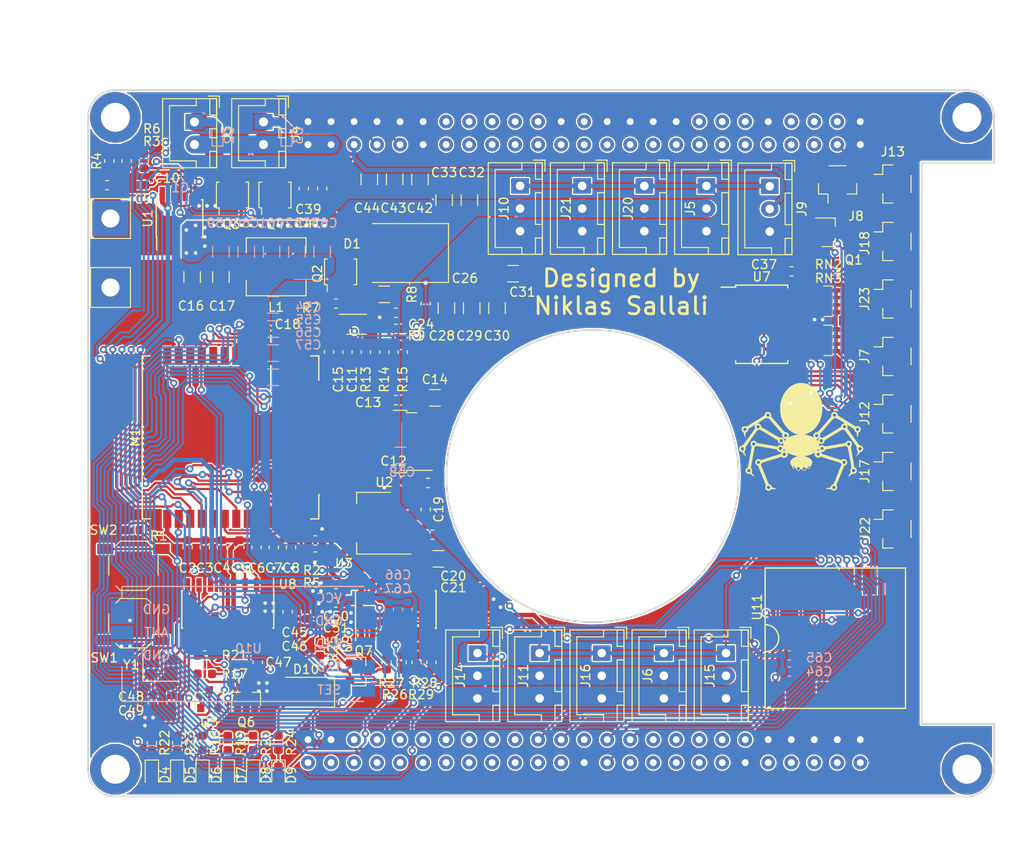
<source format=kicad_pcb>
(kicad_pcb (version 20171130) (host pcbnew "(5.0.0)")
  (layers (0 F.Cu signal) (31 B.Cu signal) (34 B.Paste user) (35 F.Paste user) (36 B.SilkS user) (37 F.SilkS user) (38 B.Mask user) (39 F.Mask user) (44 Edge.Cuts user))
  (net 0 "")
  (net 1 GND)
  (net 2 "Net-(U4-Pad93)")
  (net 3 "Net-(U4-Pad92)")
  (net 4 "Net-(U4-Pad91)")
  (net 5 "Net-(U4-Pad90)")
  (net 6 "Net-(U4-Pad83)")
  (net 7 "Net-(U4-Pad82)")
  (net 8 "Net-(U4-Pad81)")
  (net 9 "Net-(U4-Pad79)")
  (net 10 "Net-(U4-Pad78)")
  (net 11 "Net-(U4-Pad77)")
  (net 12 VDD)
  (net 13 D+)
  (net 14 D-)
  (net 15 "Net-(U4-Pad68)")
  (net 16 "Net-(U4-Pad67)")
  (net 17 "Net-(U4-Pad66)")
  (net 18 "Net-(U4-Pad65)")
  (net 19 "Net-(U4-Pad62)")
  (net 20 "Net-(U4-Pad61)")
  (net 21 "Net-(U4-Pad60)")
  (net 22 "Net-(U4-Pad59)")
  (net 23 "Net-(U4-Pad58)")
  (net 24 "Net-(U4-Pad57)")
  (net 25 "Net-(U4-Pad56)")
  (net 26 "Net-(U4-Pad55)")
  (net 27 "Net-(U4-Pad54)")
  (net 28 "Net-(U4-Pad53)")
  (net 29 SW)
  (net 30 "Net-(U4-Pad48)")
  (net 31 "Net-(U4-Pad47)")
  (net 32 "Net-(U4-Pad46)")
  (net 33 "Net-(U4-Pad45)")
  (net 34 "Net-(U4-Pad44)")
  (net 35 "Net-(U4-Pad43)")
  (net 36 "Net-(U4-Pad42)")
  (net 37 "Net-(U4-Pad41)")
  (net 38 CPU_INT)
  (net 39 CPU_SS)
  (net 40 "Net-(U4-Pad38)")
  (net 41 CPU_SCK)
  (net 42 CPU_MISO)
  (net 43 "Net-(U4-Pad34)")
  (net 44 "Net-(U4-Pad33)")
  (net 45 "Net-(U4-Pad32)")
  (net 46 "Net-(U4-Pad31)")
  (net 47 "Net-(U4-Pad25)")
  (net 48 "Net-(U4-Pad24)")
  (net 49 "Net-(U4-Pad23)")
  (net 50 "Net-(U4-Pad22)")
  (net 51 "Net-(U4-Pad21)")
  (net 52 "Net-(U4-Pad20)")
  (net 53 "Net-(U4-Pad19)")
  (net 54 "Net-(U4-Pad18)")
  (net 55 "Net-(U4-Pad17)")
  (net 56 "Net-(U4-Pad16)")
  (net 57 "Net-(U4-Pad15)")
  (net 58 "Net-(U4-Pad14)")
  (net 59 CPU_MOSI)
  (net 60 "Net-(U4-Pad11)")
  (net 61 "Net-(U4-Pad9)")
  (net 62 "Net-(U4-Pad8)")
  (net 63 "Net-(U4-Pad7)")
  (net 64 "Net-(U4-Pad5)")
  (net 65 "Net-(U4-Pad4)")
  (net 66 "Net-(U4-Pad3)")
  (net 67 "Net-(U4-Pad2)")
  (net 68 "Net-(U4-Pad1)")
  (net 69 "Net-(U10-Pad7)")
  (net 70 IO11)
  (net 71 H_RX)
  (net 72 H_TX)
  (net 73 "Net-(C66-Pad1)")
  (net 74 +5V)
  (net 75 "Net-(U11-Pad3)")
  (net 76 "Net-(U11-Pad4)")
  (net 77 "Net-(U11-Pad5)")
  (net 78 "Net-(U11-Pad6)")
  (net 79 "Net-(U11-Pad7)")
  (net 80 "Net-(D3-Pad2)")
  (net 81 "Net-(D2-Pad2)")
  (net 82 +3V3)
  (net 83 EN)
  (net 84 FAN1)
  (net 85 FAN2)
  (net 86 CPU_SW)
  (net 87 BAT_M)
  (net 88 CUR_M)
  (net 89 COM)
  (net 90 ADC_S0)
  (net 91 ADC_S1)
  (net 92 ADC_S2)
  (net 93 ADC_S3)
  (net 94 LED_IO)
  (net 95 IO0)
  (net 96 IO4)
  (net 97 S_RX)
  (net 98 S_TX)
  (net 99 IO5)
  (net 100 S_TX_ENB)
  (net 101 S_RX_ENB)
  (net 102 "Net-(M1-Pad32)")
  (net 103 SDA)
  (net 104 USB_TX)
  (net 105 USB_RX)
  (net 106 SCL)
  (net 107 "Net-(M1-Pad16)")
  (net 108 "Net-(M1-Pad20)")
  (net 109 "Net-(M1-Pad21)")
  (net 110 "Net-(M1-Pad22)")
  (net 111 "Net-(M1-Pad23)")
  (net 112 "Net-(M1-Pad24)")
  (net 113 +BATT)
  (net 114 "Net-(R14-Pad1)")
  (net 115 "Net-(R15-Pad1)")
  (net 116 VBUS)
  (net 117 ADC5)
  (net 118 ADC7)
  (net 119 ADC6)
  (net 120 ADC8)
  (net 121 ADC4)
  (net 122 ADC2)
  (net 123 ADC3)
  (net 124 ADC1)
  (net 125 "Net-(D4-Pad1)")
  (net 126 "Net-(R3-Pad1)")
  (net 127 "Net-(R3-Pad2)")
  (net 128 "Net-(D5-Pad1)")
  (net 129 "Net-(D6-Pad2)")
  (net 130 "Net-(D7-Pad2)")
  (net 131 "Net-(D8-Pad2)")
  (net 132 "Net-(Q5-Pad2)")
  (net 133 "Net-(Q6-Pad1)")
  (net 134 "Net-(D9-Pad1)")
  (net 135 "Net-(Q7-Pad3)")
  (net 136 "Net-(Q6-Pad2)")
  (net 137 "Net-(Q5-Pad1)")
  (net 138 S_SERIAL)
  (net 139 "Net-(R28-Pad1)")
  (net 140 "Net-(C9-Pad1)")
  (net 141 "Net-(C48-Pad1)")
  (net 142 "Net-(C49-Pad1)")
  (net 143 "Net-(U8-Pad9)")
  (net 144 "Net-(U8-Pad10)")
  (net 145 "Net-(U8-Pad11)")
  (net 146 "Net-(U8-Pad12)")
  (net 147 "Net-(U8-Pad15)")
  (net 148 "Net-(U7-Pad2)")
  (net 149 "Net-(U7-Pad3)")
  (net 150 "Net-(U7-Pad4)")
  (net 151 "Net-(U7-Pad5)")
  (net 152 "Net-(U7-Pad6)")
  (net 153 "Net-(U7-Pad7)")
  (net 154 "Net-(U7-Pad8)")
  (net 155 "Net-(U7-Pad9)")
  (net 156 "Net-(M1-Pad6)")
  (net 157 "Net-(U4-Pad64)")
  (net 158 "Net-(D1-Pad2)")
  (net 159 "Net-(Q2-Pad1)")
  (net 160 "Net-(C18-Pad1)")
  (net 161 "Net-(C11-Pad2)")
  (net 162 "Net-(Q2-Pad4)")
  (net 163 "Net-(C11-Pad1)")
  (net 164 5V)
  (module Connector_JST:JST_XH_B03B-XH-A_1x03_P2.50mm_Vertical (layer F.Cu) (at 164.973 138.176 270)
    (fp_text reference J14 (at 2.5 1.905 270) (layer F.SilkS))
    (fp_text value 01x03)
    (pad 1 thru_hole rect (at 0 0 270) (size 1.7 1.95) (drill 0.95) (layers *.Cu *.Mask) (net 106 SCL))
    (pad 2 thru_hole oval (at 2.5 0 270) (size 1.7 1.95) (drill 0.95) (layers *.Cu *.Mask) (net 116 VBUS))
    (pad 3 thru_hole oval (at 5 0 270) (size 1.7 1.95) (drill 0.95) (layers *.Cu *.Mask) (net 1 GND))
  )
  (module Connector_JST:JST_XH_B03B-XH-A_1x03_P2.50mm_Vertical (layer F.Cu) (at 197.231 86.614 270)
    (fp_text reference J9 (at 2.5 -3.55 270) (layer F.SilkS))
    (fp_text value 01x03)
    (pad 1 thru_hole rect (at 0 0 270) (size 1.7 1.95) (drill 0.95) (layers *.Cu *.Mask) (net 138 S_SERIAL))
    (pad 2 thru_hole oval (at 2.5 0 270) (size 1.7 1.95) (drill 0.95) (layers *.Cu *.Mask) (net 164 5V))
    (pad 3 thru_hole oval (at 5 0 270) (size 1.7 1.95) (drill 0.95) (layers *.Cu *.Mask) (net 1 GND))
  )
  (module Package_TO_SOT_SMD:TO-252-2 (layer F.Cu) (at 154.686 114.808 180)
    (fp_text reference U2 (at 0 -4.5 180) (layer F.SilkS))
    (fp_text value KA78M05_TO252)
    (pad 1 smd rect (at -4.2 -2.28 180) (size 2.2 1.2) (layers F.Cu F.Paste F.Mask) (net 116 VBUS))
    (pad 3 smd rect (at -4.2 2.28 180) (size 2.2 1.2) (layers F.Cu F.Paste F.Mask) (net 74 +5V))
    (pad 2 smd rect (at 2.1 0 180) (size 6.4 5.8) (layers F.Cu F.Mask) (net 1 GND))
  )
  (module Diode_SMD:D_SMC (layer F.Cu) (at 156.972 93.98 180)
    (fp_text reference D1 (at 5.842 1.016 180) (layer F.SilkS))
    (fp_text value SS510)
    (pad 1 smd rect (at -3.4 0 270) (size 3.3 2.5) (layers F.Cu F.Paste F.Mask) (net 12 VDD))
    (pad 2 smd rect (at 3.4 0 270) (size 3.3 2.5) (layers F.Cu F.Paste F.Mask) (net 158 "Net-(D1-Pad2)"))
  )
  (module Resistor_SMD:R_0603_1608Metric (layer F.Cu) (at 156.718 104.9275 270)
    (fp_text reference R15 (at 3.0225 0 90) (layer F.SilkS))
    (fp_text value 10k)
    (pad 2 smd roundrect (at 0.7875 0 270) (size 0.875 0.95) (layers F.Cu F.Paste F.Mask) (net 1 GND))
    (pad 1 smd roundrect (at -0.7875 0 270) (size 0.875 0.95) (layers F.Cu F.Paste F.Mask) (net 115 "Net-(R15-Pad1)"))
  )
  (module Capacitor_SMD:C_0603_1608Metric (layer F.Cu) (at 150.622 104.9275 270)
    (fp_text reference C11 (at 3.0225 -0.508 90) (layer F.SilkS))
    (fp_text value 10nf)
    (pad 1 smd roundrect (at -0.7875 0 270) (size 0.875 0.95) (layers F.Cu F.Paste F.Mask) (net 163 "Net-(C11-Pad1)"))
    (pad 2 smd roundrect (at 0.7875 0 270) (size 0.875 0.95) (layers F.Cu F.Paste F.Mask) (net 161 "Net-(C11-Pad2)"))
  )
  (module Capacitor_SMD:C_0603_1608Metric (layer F.Cu) (at 148.59 104.902 270)
    (fp_text reference C15 (at 3.048 -1.016 90) (layer F.SilkS))
    (fp_text value 1nf)
    (pad 2 smd roundrect (at 0.7875 0 270) (size 0.875 0.95) (layers F.Cu F.Paste F.Mask) (net 1 GND))
    (pad 1 smd roundrect (at -0.7875 0 270) (size 0.875 0.95) (layers F.Cu F.Paste F.Mask) (net 163 "Net-(C11-Pad1)"))
  )
  (module Capacitor_SMD:C_0603_1608Metric (layer F.Cu) (at 147.32 101.854 180)
    (fp_text reference C18 (at 3.302 0 180) (layer F.SilkS))
    (fp_text value 12pf)
    (pad 1 smd roundrect (at -0.7875 0 180) (size 0.875 0.95) (layers F.Cu F.Paste F.Mask) (net 160 "Net-(C18-Pad1)"))
    (pad 2 smd roundrect (at 0.7875 0 180) (size 0.875 0.95) (layers F.Cu F.Paste F.Mask) (net 1 GND))
  )
  (module Package_SO:VSSOP-8_2.3x2mm_P0.5mm (layer F.Cu) (at 151.638 101.854)
    (fp_text reference U5 hide)
    (fp_text value LM3478)
    (pad 1 smd rect (at -1.55 -0.75 270) (size 0.3 0.8) (layers F.Cu F.Paste F.Mask) (net 160 "Net-(C18-Pad1)"))
    (pad 2 smd rect (at -1.55 -0.25 270) (size 0.3 0.8) (layers F.Cu F.Paste F.Mask) (net 163 "Net-(C11-Pad1)"))
    (pad 3 smd rect (at -1.55 0.25 270) (size 0.3 0.8) (layers F.Cu F.Paste F.Mask) (net 115 "Net-(R15-Pad1)"))
    (pad 4 smd rect (at -1.55 0.75 270) (size 0.3 0.8) (layers F.Cu F.Paste F.Mask) (net 1 GND))
    (pad 5 smd rect (at 1.55 0.75 270) (size 0.3 0.8) (layers F.Cu F.Paste F.Mask) (net 1 GND))
    (pad 6 smd rect (at 1.55 0.25 270) (size 0.3 0.8) (layers F.Cu F.Paste F.Mask) (net 162 "Net-(Q2-Pad4)"))
    (pad 7 smd rect (at 1.55 -0.25 270) (size 0.3 0.8) (layers F.Cu F.Paste F.Mask) (net 114 "Net-(R14-Pad1)"))
    (pad 8 smd rect (at 1.55 -0.75 270) (size 0.3 0.8) (layers F.Cu F.Paste F.Mask) (net 116 VBUS))
  )
  (module Package_TO_SOT_SMD:LFPAK33 (layer F.Cu) (at 149.86 96.266 90)
    (fp_text reference Q2 (at 0 -2.55 90) (layer F.SilkS))
    (fp_text value BUK7M67-60EX)
    (pad 5 smd rect (at 1.575 -0.975 90) (size 0.75 0.4) (layers F.Cu F.Mask) (net 158 "Net-(D1-Pad2)"))
    (pad 5 smd rect (at 1.575 0.975 90) (size 0.75 0.4) (layers F.Cu F.Mask) (net 158 "Net-(D1-Pad2)"))
    (pad 5 smd rect (at 1.575 -0.325 90) (size 0.75 0.4) (layers F.Cu F.Mask) (net 158 "Net-(D1-Pad2)"))
    (pad 2 smd rect (at -1.535 -0.325 90) (size 0.83 0.4) (layers F.Cu F.Mask) (net 159 "Net-(Q2-Pad1)"))
    (pad 1 smd rect (at -1.535 -0.975 90) (size 0.83 0.4) (layers F.Cu F.Mask) (net 159 "Net-(Q2-Pad1)"))
    (pad 3 smd rect (at -1.535 0.325 90) (size 0.83 0.4) (layers F.Cu F.Mask) (net 159 "Net-(Q2-Pad1)"))
    (pad 5 smd rect (at 0.405 0 90) (size 1.85 2.25) (layers F.Cu F.Mask) (net 158 "Net-(D1-Pad2)"))
    (pad 5 smd rect (at 1.575 0.325 90) (size 0.75 0.4) (layers F.Cu F.Mask) (net 158 "Net-(D1-Pad2)"))
    (pad 4 smd rect (at -1.535 0.975 90) (size 0.83 0.4) (layers F.Cu F.Mask) (net 162 "Net-(Q2-Pad4)"))
  )
  (module Resistor_SMD:R_1206_3216Metric (layer F.Cu) (at 154.686 98.552)
    (fp_text reference R8 (at 3.048 0 90) (layer F.SilkS))
    (fp_text value 10m)
    (pad 1 smd roundrect (at -1.4 0) (size 1.25 1.75) (layers F.Cu F.Paste F.Mask) (roundrect_rratio 0.2) (net 159 "Net-(Q2-Pad1)"))
    (pad 2 smd roundrect (at 1.4 0) (size 1.25 1.75) (layers F.Cu F.Paste F.Mask) (roundrect_rratio 0.2) (net 1 GND))
  )
  (module nik_things:lattepanda_alpha (layer F.Cu) (at 178 115 180)
    (fp_text reference U4 hide)
    (fp_text value lattepanda_alpha)
    (pad 100 thru_hole circle (at 31.73 35.53 180) (size 1.524 1.524) (drill 0.762) (layers *.Cu *.Mask) (net 1 GND))
    (pad 99 thru_hole circle (at 29.19 35.53 180) (size 1.524 1.524) (drill 0.762) (layers *.Cu *.Mask) (net 1 GND))
    (pad 98 thru_hole circle (at 26.65 35.53 180) (size 1.524 1.524) (drill 0.762) (layers *.Cu *.Mask) (net 1 GND))
    (pad 97 thru_hole circle (at 24.11 35.53 180) (size 1.524 1.524) (drill 0.762) (layers *.Cu *.Mask) (net 1 GND))
    (pad 50 thru_hole circle (at 31.73 -32.73 180) (size 1.524 1.524) (drill 0.762) (layers *.Cu *.Mask) (net 1 GND))
    (pad 49 thru_hole circle (at 29.19 -32.73 180) (size 1.524 1.524) (drill 0.762) (layers *.Cu *.Mask) (net 1 GND))
    (pad 1 thru_hole circle (at -29.23 -35.27 180) (size 1.524 1.524) (drill 0.762) (layers *.Cu *.Mask) (net 68 "Net-(U4-Pad1)"))
    (pad 2 thru_hole circle (at -26.69 -35.27 180) (size 1.524 1.524) (drill 0.762) (layers *.Cu *.Mask) (net 67 "Net-(U4-Pad2)"))
    (pad 3 thru_hole circle (at -24.15 -35.27 180) (size 1.524 1.524) (drill 0.762) (layers *.Cu *.Mask) (net 66 "Net-(U4-Pad3)"))
    (pad 4 thru_hole circle (at -21.61 -35.27 180) (size 1.524 1.524) (drill 0.762) (layers *.Cu *.Mask) (net 65 "Net-(U4-Pad4)"))
    (pad 5 thru_hole circle (at -19.07 -35.27 180) (size 1.524 1.524) (drill 0.762) (layers *.Cu *.Mask) (net 64 "Net-(U4-Pad5)"))
    (pad 6 thru_hole circle (at -16.53 -35.27 180) (size 1.524 1.524) (drill 0.762) (layers *.Cu *.Mask) (net 1 GND))
    (pad 7 thru_hole circle (at -13.99 -35.27 180) (size 1.524 1.524) (drill 0.762) (layers *.Cu *.Mask) (net 63 "Net-(U4-Pad7)"))
    (pad 8 thru_hole circle (at -11.45 -35.27 180) (size 1.524 1.524) (drill 0.762) (layers *.Cu *.Mask) (net 62 "Net-(U4-Pad8)"))
    (pad 9 thru_hole circle (at -8.91 -35.27 180) (size 1.524 1.524) (drill 0.762) (layers *.Cu *.Mask) (net 61 "Net-(U4-Pad9)"))
    (pad 10 thru_hole circle (at -6.37 -35.27 180) (size 1.524 1.524) (drill 0.762) (layers *.Cu *.Mask))
    (pad 11 thru_hole circle (at -3.83 -35.27 180) (size 1.524 1.524) (drill 0.762) (layers *.Cu *.Mask) (net 60 "Net-(U4-Pad11)"))
    (pad 12 thru_hole circle (at -1.29 -35.27 180) (size 1.524 1.524) (drill 0.762) (layers *.Cu *.Mask) (net 59 CPU_MOSI))
    (pad 13 thru_hole circle (at 1.25 -35.27 180) (size 1.524 1.524) (drill 0.762) (layers *.Cu *.Mask) (net 1 GND))
    (pad 14 thru_hole circle (at 3.79 -35.27 180) (size 1.524 1.524) (drill 0.762) (layers *.Cu *.Mask) (net 58 "Net-(U4-Pad14)"))
    (pad 15 thru_hole circle (at 6.33 -35.27 180) (size 1.524 1.524) (drill 0.762) (layers *.Cu *.Mask) (net 57 "Net-(U4-Pad15)"))
    (pad 16 thru_hole circle (at 8.87 -35.27 180) (size 1.524 1.524) (drill 0.762) (layers *.Cu *.Mask) (net 56 "Net-(U4-Pad16)"))
    (pad 17 thru_hole circle (at 11.41 -35.27 180) (size 1.524 1.524) (drill 0.762) (layers *.Cu *.Mask) (net 55 "Net-(U4-Pad17)"))
    (pad 18 thru_hole circle (at 13.95 -35.27 180) (size 1.524 1.524) (drill 0.762) (layers *.Cu *.Mask) (net 54 "Net-(U4-Pad18)"))
    (pad 19 thru_hole circle (at 16.49 -35.27 180) (size 1.524 1.524) (drill 0.762) (layers *.Cu *.Mask) (net 53 "Net-(U4-Pad19)"))
    (pad 20 thru_hole circle (at 19.03 -35.27 180) (size 1.524 1.524) (drill 0.762) (layers *.Cu *.Mask) (net 52 "Net-(U4-Pad20)"))
    (pad 21 thru_hole circle (at 21.57 -35.27 180) (size 1.524 1.524) (drill 0.762) (layers *.Cu *.Mask) (net 51 "Net-(U4-Pad21)"))
    (pad 22 thru_hole circle (at 24.11 -35.27 180) (size 1.524 1.524) (drill 0.762) (layers *.Cu *.Mask) (net 50 "Net-(U4-Pad22)"))
    (pad 23 thru_hole circle (at 26.65 -35.27 180) (size 1.524 1.524) (drill 0.762) (layers *.Cu *.Mask) (net 49 "Net-(U4-Pad23)"))
    (pad 24 thru_hole circle (at 29.19 -35.27 180) (size 1.524 1.524) (drill 0.762) (layers *.Cu *.Mask) (net 48 "Net-(U4-Pad24)"))
    (pad 25 thru_hole circle (at 31.73 -35.27 180) (size 1.524 1.524) (drill 0.762) (layers *.Cu *.Mask) (net 47 "Net-(U4-Pad25)"))
    (pad 26 thru_hole circle (at -29.23 -32.73 180) (size 1.524 1.524) (drill 0.762) (layers *.Cu *.Mask) (net 1 GND))
    (pad 27 thru_hole circle (at -26.69 -32.73 180) (size 1.524 1.524) (drill 0.762) (layers *.Cu *.Mask) (net 1 GND))
    (pad 28 thru_hole circle (at -24.15 -32.73 180) (size 1.524 1.524) (drill 0.762) (layers *.Cu *.Mask) (net 1 GND))
    (pad 29 thru_hole circle (at -21.61 -32.73 180) (size 1.524 1.524) (drill 0.762) (layers *.Cu *.Mask) (net 1 GND))
    (pad 30 thru_hole circle (at -19.07 -32.73 180) (size 1.524 1.524) (drill 0.762) (layers *.Cu *.Mask) (net 1 GND))
    (pad 31 thru_hole circle (at -16.53 -32.73 180) (size 1.524 1.524) (drill 0.762) (layers *.Cu *.Mask) (net 46 "Net-(U4-Pad31)"))
    (pad 32 thru_hole circle (at -13.99 -32.73 180) (size 1.524 1.524) (drill 0.762) (layers *.Cu *.Mask) (net 45 "Net-(U4-Pad32)"))
    (pad 33 thru_hole circle (at -11.45 -32.73 180) (size 1.524 1.524) (drill 0.762) (layers *.Cu *.Mask) (net 44 "Net-(U4-Pad33)"))
    (pad 34 thru_hole circle (at -8.91 -32.73 180) (size 1.524 1.524) (drill 0.762) (layers *.Cu *.Mask) (net 43 "Net-(U4-Pad34)"))
    (pad 35 thru_hole circle (at -6.37 -32.73 180) (size 1.524 1.524) (drill 0.762) (layers *.Cu *.Mask))
    (pad 36 thru_hole circle (at -3.83 -32.73 180) (size 1.524 1.524) (drill 0.762) (layers *.Cu *.Mask) (net 42 CPU_MISO))
    (pad 37 thru_hole circle (at -1.29 -32.73 180) (size 1.524 1.524) (drill 0.762) (layers *.Cu *.Mask) (net 41 CPU_SCK))
    (pad 38 thru_hole circle (at 1.25 -32.73 180) (size 1.524 1.524) (drill 0.762) (layers *.Cu *.Mask) (net 40 "Net-(U4-Pad38)"))
    (pad 39 thru_hole circle (at 3.79 -32.73 180) (size 1.524 1.524) (drill 0.762) (layers *.Cu *.Mask) (net 39 CPU_SS))
    (pad 40 thru_hole circle (at 6.33 -32.73 180) (size 1.524 1.524) (drill 0.762) (layers *.Cu *.Mask) (net 38 CPU_INT))
    (pad 41 thru_hole circle (at 8.87 -32.73 180) (size 1.524 1.524) (drill 0.762) (layers *.Cu *.Mask) (net 37 "Net-(U4-Pad41)"))
    (pad 42 thru_hole circle (at 11.41 -32.73 180) (size 1.524 1.524) (drill 0.762) (layers *.Cu *.Mask) (net 36 "Net-(U4-Pad42)"))
    (pad 43 thru_hole circle (at 13.95 -32.73 180) (size 1.524 1.524) (drill 0.762) (layers *.Cu *.Mask) (net 35 "Net-(U4-Pad43)"))
    (pad 44 thru_hole circle (at 16.49 -32.73 180) (size 1.524 1.524) (drill 0.762) (layers *.Cu *.Mask) (net 34 "Net-(U4-Pad44)"))
    (pad 45 thru_hole circle (at 19.03 -32.73 180) (size 1.524 1.524) (drill 0.762) (layers *.Cu *.Mask) (net 33 "Net-(U4-Pad45)"))
    (pad 46 thru_hole circle (at 21.57 -32.73 180) (size 1.524 1.524) (drill 0.762) (layers *.Cu *.Mask) (net 32 "Net-(U4-Pad46)"))
    (pad 47 thru_hole circle (at 24.11 -32.73 180) (size 1.524 1.524) (drill 0.762) (layers *.Cu *.Mask) (net 31 "Net-(U4-Pad47)"))
    (pad 48 thru_hole circle (at 26.65 -32.73 180) (size 1.524 1.524) (drill 0.762) (layers *.Cu *.Mask) (net 30 "Net-(U4-Pad48)"))
    (pad 51 thru_hole circle (at -29.23 32.99 180) (size 1.524 1.524) (drill 0.762) (layers *.Cu *.Mask) (net 1 GND))
    (pad 52 thru_hole circle (at -26.69 32.99 180) (size 1.524 1.524) (drill 0.762) (layers *.Cu *.Mask) (net 29 SW))
    (pad 53 thru_hole circle (at -24.15 32.99 180) (size 1.524 1.524) (drill 0.762) (layers *.Cu *.Mask) (net 28 "Net-(U4-Pad53)"))
    (pad 54 thru_hole circle (at -21.61 32.99 180) (size 1.524 1.524) (drill 0.762) (layers *.Cu *.Mask) (net 27 "Net-(U4-Pad54)"))
    (pad 55 thru_hole circle (at -19.07 32.99 180) (size 1.524 1.524) (drill 0.762) (layers *.Cu *.Mask) (net 26 "Net-(U4-Pad55)"))
    (pad 56 thru_hole circle (at -16.53 32.99 180) (size 1.524 1.524) (drill 0.762) (layers *.Cu *.Mask) (net 25 "Net-(U4-Pad56)"))
    (pad 57 thru_hole circle (at -13.99 32.99 180) (size 1.524 1.524) (drill 0.762) (layers *.Cu *.Mask) (net 24 "Net-(U4-Pad57)"))
    (pad 58 thru_hole circle (at -11.45 32.99 180) (size 1.524 1.524) (drill 0.762) (layers *.Cu *.Mask) (net 23 "Net-(U4-Pad58)"))
    (pad 59 thru_hole circle (at -8.91 32.99 180) (size 1.524 1.524) (drill 0.762) (layers *.Cu *.Mask) (net 22 "Net-(U4-Pad59)"))
    (pad 60 thru_hole circle (at -6.37 32.99 180) (size 1.524 1.524) (drill 0.762) (layers *.Cu *.Mask) (net 21 "Net-(U4-Pad60)"))
    (pad 61 thru_hole circle (at -3.83 32.99 180) (size 1.524 1.524) (drill 0.762) (layers *.Cu *.Mask) (net 20 "Net-(U4-Pad61)"))
    (pad 62 thru_hole circle (at -1.29 32.99 180) (size 1.524 1.524) (drill 0.762) (layers *.Cu *.Mask) (net 19 "Net-(U4-Pad62)"))
    (pad 63 thru_hole circle (at 1.25 32.99 180) (size 1.524 1.524) (drill 0.762) (layers *.Cu *.Mask))
    (pad 64 thru_hole circle (at 3.79 32.99 180) (size 1.524 1.524) (drill 0.762) (layers *.Cu *.Mask) (net 157 "Net-(U4-Pad64)"))
    (pad 65 thru_hole circle (at 6.33 32.99 180) (size 1.524 1.524) (drill 0.762) (layers *.Cu *.Mask) (net 18 "Net-(U4-Pad65)"))
    (pad 66 thru_hole circle (at 8.87 32.99 180) (size 1.524 1.524) (drill 0.762) (layers *.Cu *.Mask) (net 17 "Net-(U4-Pad66)"))
    (pad 67 thru_hole circle (at 11.41 32.99 180) (size 1.524 1.524) (drill 0.762) (layers *.Cu *.Mask) (net 16 "Net-(U4-Pad67)"))
    (pad 68 thru_hole circle (at 13.95 32.99 180) (size 1.524 1.524) (drill 0.762) (layers *.Cu *.Mask) (net 15 "Net-(U4-Pad68)"))
    (pad 69 thru_hole circle (at 16.49 32.99 180) (size 1.524 1.524) (drill 0.762) (layers *.Cu *.Mask))
    (pad 70 thru_hole circle (at 19.03 32.99 180) (size 1.524 1.524) (drill 0.762) (layers *.Cu *.Mask) (net 1 GND))
    (pad 71 thru_hole circle (at 21.57 32.99 180) (size 1.524 1.524) (drill 0.762) (layers *.Cu *.Mask) (net 14 D-))
    (pad 72 thru_hole circle (at 24.11 32.99 180) (size 1.524 1.524) (drill 0.762) (layers *.Cu *.Mask) (net 13 D+))
    (pad 73 thru_hole circle (at 26.65 32.99 180) (size 1.524 1.524) (drill 0.762) (layers *.Cu *.Mask) (net 164 5V))
    (pad 74 thru_hole circle (at 29.19 32.99 180) (size 1.524 1.524) (drill 0.762) (layers *.Cu *.Mask) (net 12 VDD))
    (pad 75 thru_hole circle (at 31.73 32.99 180) (size 1.524 1.524) (drill 0.762) (layers *.Cu *.Mask) (net 12 VDD))
    (pad 76 thru_hole circle (at -29.23 35.53 180) (size 1.524 1.524) (drill 0.762) (layers *.Cu *.Mask) (net 1 GND))
    (pad 77 thru_hole circle (at -26.69 35.53 180) (size 1.524 1.524) (drill 0.762) (layers *.Cu *.Mask) (net 11 "Net-(U4-Pad77)"))
    (pad 78 thru_hole circle (at -24.15 35.53 180) (size 1.524 1.524) (drill 0.762) (layers *.Cu *.Mask) (net 10 "Net-(U4-Pad78)"))
    (pad 79 thru_hole circle (at -21.61 35.53 180) (size 1.524 1.524) (drill 0.762) (layers *.Cu *.Mask) (net 9 "Net-(U4-Pad79)"))
    (pad 80 thru_hole circle (at -19.07 35.53 180) (size 1.524 1.524) (drill 0.762) (layers *.Cu *.Mask) (net 1 GND))
    (pad 81 thru_hole circle (at -16.53 35.53 180) (size 1.524 1.524) (drill 0.762) (layers *.Cu *.Mask) (net 8 "Net-(U4-Pad81)"))
    (pad 82 thru_hole circle (at -13.99 35.53 180) (size 1.524 1.524) (drill 0.762) (layers *.Cu *.Mask) (net 7 "Net-(U4-Pad82)"))
    (pad 83 thru_hole circle (at -11.45 35.53 180) (size 1.524 1.524) (drill 0.762) (layers *.Cu *.Mask) (net 6 "Net-(U4-Pad83)"))
    (pad 84 thru_hole circle (at -8.91 35.53 180) (size 1.524 1.524) (drill 0.762) (layers *.Cu *.Mask) (net 1 GND))
    (pad 85 thru_hole circle (at -6.37 35.53 180) (size 1.524 1.524) (drill 0.762) (layers *.Cu *.Mask) (net 1 GND))
    (pad 86 thru_hole circle (at -3.83 35.53 180) (size 1.524 1.524) (drill 0.762) (layers *.Cu *.Mask) (net 1 GND))
    (pad 87 thru_hole circle (at -1.29 35.53 180) (size 1.524 1.524) (drill 0.762) (layers *.Cu *.Mask) (net 1 GND))
    (pad 88 thru_hole circle (at 1.25 35.53 180) (size 1.524 1.524) (drill 0.762) (layers *.Cu *.Mask))
    (pad 89 thru_hole circle (at 3.79 35.53 180) (size 1.524 1.524) (drill 0.762) (layers *.Cu *.Mask) (net 1 GND))
    (pad 90 thru_hole circle (at 6.33 35.53 180) (size 1.524 1.524) (drill 0.762) (layers *.Cu *.Mask) (net 5 "Net-(U4-Pad90)"))
    (pad 91 thru_hole circle (at 8.87 35.53 180) (size 1.524 1.524) (drill 0.762) (layers *.Cu *.Mask) (net 4 "Net-(U4-Pad91)"))
    (pad 92 thru_hole circle (at 11.41 35.53 180) (size 1.524 1.524) (drill 0.762) (layers *.Cu *.Mask) (net 3 "Net-(U4-Pad92)"))
    (pad 93 thru_hole circle (at 13.95 35.53 180) (size 1.524 1.524) (drill 0.762) (layers *.Cu *.Mask) (net 2 "Net-(U4-Pad93)"))
    (pad 94 thru_hole circle (at 16.49 35.53 180) (size 1.524 1.524) (drill 0.762) (layers *.Cu *.Mask))
    (pad 95 thru_hole circle (at 19.03 35.53 180) (size 1.524 1.524) (drill 0.762) (layers *.Cu *.Mask) (net 1 GND))
    (pad 96 thru_hole circle (at 21.57 35.53 180) (size 1.524 1.524) (drill 0.762) (layers *.Cu *.Mask) (net 1 GND))
  )
  (module nik_things:nik_logo_15x13 (layer F.Cu) (at 200.787 114.554)
    (fp_text reference MH5 hide)
    (fp_text value MountingHole hide)
  )
  (module nik_things:GY953_IMU (layer F.Cu) (at 204.47 136.525 90)
    (fp_text reference U11 (at 3.429 -8.636 90) (layer F.SilkS))
    (fp_text value gy953_imu)
    (pad 1 smd rect (at -6.35 -6.35 90) (size 3 1.524) (layers F.Cu F.Paste F.Mask) (net 74 +5V))
    (pad 2 smd rect (at -6.35 -3.81 90) (size 3 1.524) (layers F.Cu F.Paste F.Mask) (net 1 GND))
    (pad 3 smd rect (at -6.35 -1.27 90) (size 3 1.524) (layers F.Cu F.Paste F.Mask) (net 75 "Net-(U11-Pad3)"))
    (pad 4 smd rect (at -6.35 1.27 90) (size 3 1.524) (layers F.Cu F.Paste F.Mask) (net 76 "Net-(U11-Pad4)"))
    (pad 5 smd rect (at -6.35 3.81 90) (size 3 1.524) (layers F.Cu F.Paste F.Mask) (net 77 "Net-(U11-Pad5)"))
    (pad 6 smd rect (at -6.35 6.35 90) (size 3 1.524) (layers F.Cu F.Paste F.Mask) (net 78 "Net-(U11-Pad6)"))
    (pad 7 smd rect (at 6.35 6.35 90) (size 3 1.524) (layers F.Cu F.Paste F.Mask) (net 79 "Net-(U11-Pad7)"))
    (pad 8 smd rect (at 6.35 3.81 90) (size 3 1.524) (layers F.Cu F.Paste F.Mask) (net 38 CPU_INT))
    (pad 9 smd rect (at 6.35 1.27 90) (size 3 1.524) (layers F.Cu F.Paste F.Mask) (net 59 CPU_MOSI))
    (pad 10 smd rect (at 6.35 -1.27 90) (size 3 1.524) (layers F.Cu F.Paste F.Mask) (net 42 CPU_MISO))
    (pad 11 smd rect (at 6.35 -3.81 90) (size 3 1.524) (layers F.Cu F.Paste F.Mask) (net 41 CPU_SCK))
    (pad 12 smd rect (at 6.35 -6.35 90) (size 3 1.524) (layers F.Cu F.Paste F.Mask) (net 39 CPU_SS))
  )
  (module Package_SO:SSOP-24_5.3x8.2mm_P0.65mm (layer F.Cu) (at 196.342 101.854)
    (fp_text reference U7 (at 0 -5.25) (layer F.SilkS))
    (fp_text value CD74HC4067SM)
    (pad 1 smd rect (at -3.6 -3.575) (size 1.75 0.45) (layers F.Cu F.Paste F.Mask) (net 89 COM))
    (pad 2 smd rect (at -3.6 -2.925) (size 1.75 0.45) (layers F.Cu F.Paste F.Mask) (net 148 "Net-(U7-Pad2)"))
    (pad 3 smd rect (at -3.6 -2.275) (size 1.75 0.45) (layers F.Cu F.Paste F.Mask) (net 149 "Net-(U7-Pad3)"))
    (pad 4 smd rect (at -3.6 -1.625) (size 1.75 0.45) (layers F.Cu F.Paste F.Mask) (net 150 "Net-(U7-Pad4)"))
    (pad 5 smd rect (at -3.6 -0.975) (size 1.75 0.45) (layers F.Cu F.Paste F.Mask) (net 151 "Net-(U7-Pad5)"))
    (pad 6 smd rect (at -3.6 -0.325) (size 1.75 0.45) (layers F.Cu F.Paste F.Mask) (net 152 "Net-(U7-Pad6)"))
    (pad 7 smd rect (at -3.6 0.325) (size 1.75 0.45) (layers F.Cu F.Paste F.Mask) (net 153 "Net-(U7-Pad7)"))
    (pad 8 smd rect (at -3.6 0.975) (size 1.75 0.45) (layers F.Cu F.Paste F.Mask) (net 154 "Net-(U7-Pad8)"))
    (pad 9 smd rect (at -3.6 1.625) (size 1.75 0.45) (layers F.Cu F.Paste F.Mask) (net 155 "Net-(U7-Pad9)"))
    (pad 10 smd rect (at -3.6 2.275) (size 1.75 0.45) (layers F.Cu F.Paste F.Mask) (net 90 ADC_S0))
    (pad 11 smd rect (at -3.6 2.925) (size 1.75 0.45) (layers F.Cu F.Paste F.Mask) (net 91 ADC_S1))
    (pad 12 smd rect (at -3.6 3.575) (size 1.75 0.45) (layers F.Cu F.Paste F.Mask) (net 1 GND))
    (pad 13 smd rect (at 3.6 3.575) (size 1.75 0.45) (layers F.Cu F.Paste F.Mask) (net 93 ADC_S3))
    (pad 14 smd rect (at 3.6 2.925) (size 1.75 0.45) (layers F.Cu F.Paste F.Mask) (net 92 ADC_S2))
    (pad 15 smd rect (at 3.6 2.275) (size 1.75 0.45) (layers F.Cu F.Paste F.Mask) (net 1 GND))
    (pad 16 smd rect (at 3.6 1.625) (size 1.75 0.45) (layers F.Cu F.Paste F.Mask) (net 124 ADC1))
    (pad 17 smd rect (at 3.6 0.975) (size 1.75 0.45) (layers F.Cu F.Paste F.Mask) (net 122 ADC2))
    (pad 18 smd rect (at 3.6 0.325) (size 1.75 0.45) (layers F.Cu F.Paste F.Mask) (net 123 ADC3))
    (pad 19 smd rect (at 3.6 -0.325) (size 1.75 0.45) (layers F.Cu F.Paste F.Mask) (net 121 ADC4))
    (pad 20 smd rect (at 3.6 -0.975) (size 1.75 0.45) (layers F.Cu F.Paste F.Mask) (net 117 ADC5))
    (pad 21 smd rect (at 3.6 -1.625) (size 1.75 0.45) (layers F.Cu F.Paste F.Mask) (net 119 ADC6))
    (pad 22 smd rect (at 3.6 -2.275) (size 1.75 0.45) (layers F.Cu F.Paste F.Mask) (net 118 ADC7))
    (pad 23 smd rect (at 3.6 -2.925) (size 1.75 0.45) (layers F.Cu F.Paste F.Mask) (net 120 ADC8))
    (pad 24 smd rect (at 3.6 -3.575) (size 1.75 0.45) (layers F.Cu F.Paste F.Mask) (net 82 +3V3))
  )
  (module Connector_JST:JST_SH_BM02B-SRSS-TB_1x02-1MP_P1.00mm_Vertical (layer F.Cu) (at 210.82 99.06 270)
    (fp_text reference J23 (at 0 3.1115 270) (layer F.SilkS))
    (fp_text value Conn_01x02_Male)
    (pad MP smd rect (at 1.8 -1.2 270) (size 1.2 1.8) (layers F.Cu F.Paste F.Mask))
    (pad MP smd rect (at -1.8 -1.2 270) (size 1.2 1.8) (layers F.Cu F.Paste F.Mask))
    (pad 2 smd rect (at 0.5 1.325 270) (size 0.6 1.55) (layers F.Cu F.Paste F.Mask) (net 120 ADC8))
    (pad 1 smd rect (at -0.5 1.325 270) (size 0.6 1.55) (layers F.Cu F.Paste F.Mask) (net 1 GND))
  )
  (module Connector_JST:JST_SH_BM02B-SRSS-TB_1x02-1MP_P1.00mm_Vertical (layer F.Cu) (at 210.82 118.11 270)
    (fp_text reference J17 (at 0 3.1115 270) (layer F.SilkS))
    (fp_text value Conn_01x02_Male)
    (pad 1 smd rect (at -0.5 1.325 270) (size 0.6 1.55) (layers F.Cu F.Paste F.Mask) (net 1 GND))
    (pad 2 smd rect (at 0.5 1.325 270) (size 0.6 1.55) (layers F.Cu F.Paste F.Mask) (net 123 ADC3))
    (pad MP smd rect (at -1.8 -1.2 270) (size 1.2 1.8) (layers F.Cu F.Paste F.Mask))
    (pad MP smd rect (at 1.8 -1.2 270) (size 1.2 1.8) (layers F.Cu F.Paste F.Mask))
  )
  (module Connector_JST:JST_SH_BM02B-SRSS-TB_1x02-1MP_P1.00mm_Vertical (layer F.Cu) (at 210.82 124.46 270)
    (fp_text reference J22 (at 0 3.048 270) (layer F.SilkS))
    (fp_text value Conn_01x02_Male)
    (pad MP smd rect (at 1.8 -1.2 270) (size 1.2 1.8) (layers F.Cu F.Paste F.Mask))
    (pad MP smd rect (at -1.8 -1.2 270) (size 1.2 1.8) (layers F.Cu F.Paste F.Mask))
    (pad 2 smd rect (at 0.5 1.325 270) (size 0.6 1.55) (layers F.Cu F.Paste F.Mask) (net 121 ADC4))
    (pad 1 smd rect (at -0.5 1.325 270) (size 0.6 1.55) (layers F.Cu F.Paste F.Mask) (net 1 GND))
  )
  (module Connector_JST:JST_SH_BM02B-SRSS-TB_1x02-1MP_P1.00mm_Vertical (layer F.Cu) (at 210.82 92.71 270)
    (fp_text reference J18 (at 0.1905 3.1115 270) (layer F.SilkS))
    (fp_text value Conn_01x02_Male)
    (pad 1 smd rect (at -0.5 1.325 270) (size 0.6 1.55) (layers F.Cu F.Paste F.Mask) (net 1 GND))
    (pad 2 smd rect (at 0.5 1.325 270) (size 0.6 1.55) (layers F.Cu F.Paste F.Mask) (net 118 ADC7))
    (pad MP smd rect (at -1.8 -1.2 270) (size 1.2 1.8) (layers F.Cu F.Paste F.Mask))
    (pad MP smd rect (at 1.8 -1.2 270) (size 1.2 1.8) (layers F.Cu F.Paste F.Mask))
  )
  (module Connector_JST:JST_SH_BM02B-SRSS-TB_1x02-1MP_P1.00mm_Vertical (layer F.Cu) (at 210.82 111.76 270)
    (fp_text reference J12 (at -0.0635 3.1115 270) (layer F.SilkS))
    (fp_text value Conn_01x02_Male)
    (pad MP smd rect (at 1.8 -1.2 270) (size 1.2 1.8) (layers F.Cu F.Paste F.Mask))
    (pad MP smd rect (at -1.8 -1.2 270) (size 1.2 1.8) (layers F.Cu F.Paste F.Mask))
    (pad 2 smd rect (at 0.5 1.325 270) (size 0.6 1.55) (layers F.Cu F.Paste F.Mask) (net 122 ADC2))
    (pad 1 smd rect (at -0.5 1.325 270) (size 0.6 1.55) (layers F.Cu F.Paste F.Mask) (net 1 GND))
  )
  (module Connector_JST:JST_SH_BM02B-SRSS-TB_1x02-1MP_P1.00mm_Vertical (layer F.Cu) (at 210.82 105.41 270)
    (fp_text reference J7 (at 0 3.1115 270) (layer F.SilkS))
    (fp_text value Conn_01x02_Male)
    (pad 1 smd rect (at -0.5 1.325 270) (size 0.6 1.55) (layers F.Cu F.Paste F.Mask) (net 1 GND))
    (pad 2 smd rect (at 0.5 1.325 270) (size 0.6 1.55) (layers F.Cu F.Paste F.Mask) (net 124 ADC1))
    (pad MP smd rect (at -1.8 -1.2 270) (size 1.2 1.8) (layers F.Cu F.Paste F.Mask))
    (pad MP smd rect (at 1.8 -1.2 270) (size 1.2 1.8) (layers F.Cu F.Paste F.Mask))
  )
  (module Connector_JST:JST_SH_BM02B-SRSS-TB_1x02-1MP_P1.00mm_Vertical (layer F.Cu) (at 210.82 86.36 270)
    (fp_text reference J13 (at -3.556 0) (layer F.SilkS))
    (fp_text value Conn_01x02_Male)
    (pad MP smd rect (at 1.8 -1.2 270) (size 1.2 1.8) (layers F.Cu F.Paste F.Mask))
    (pad MP smd rect (at -1.8 -1.2 270) (size 1.2 1.8) (layers F.Cu F.Paste F.Mask))
    (pad 2 smd rect (at 0.5 1.325 270) (size 0.6 1.55) (layers F.Cu F.Paste F.Mask) (net 119 ADC6))
    (pad 1 smd rect (at -0.5 1.325 270) (size 0.6 1.55) (layers F.Cu F.Paste F.Mask) (net 1 GND))
  )
  (module Connector_JST:JST_SH_BM02B-SRSS-TB_1x02-1MP_P1.00mm_Vertical (layer F.Cu) (at 204.724 86.36)
    (fp_text reference J8 (at 2.032 3.556) (layer F.SilkS))
    (fp_text value Conn_01x02_Male)
    (pad 1 smd rect (at -0.5 1.325) (size 0.6 1.55) (layers F.Cu F.Paste F.Mask) (net 1 GND))
    (pad 2 smd rect (at 0.5 1.325) (size 0.6 1.55) (layers F.Cu F.Paste F.Mask) (net 117 ADC5))
    (pad MP smd rect (at -1.8 -1.2) (size 1.2 1.8) (layers F.Cu F.Paste F.Mask))
    (pad MP smd rect (at 1.8 -1.2) (size 1.2 1.8) (layers F.Cu F.Paste F.Mask))
  )
  (module Diode_SMD:D_SMA (layer F.Cu) (at 145.796 142.494 180)
    (fp_text reference D10 (at -0.254 2.54 180) (layer F.SilkS))
    (fp_text value 1N5819)
    (pad 1 smd rect (at -2 0 180) (size 2.5 1.8) (layers F.Cu F.Paste F.Mask) (net 73 "Net-(C66-Pad1)"))
    (pad 2 smd rect (at 2 0 180) (size 2.5 1.8) (layers F.Cu F.Paste F.Mask) (net 74 +5V))
  )
  (module Diode_SMD:D_SOD-523 (layer B.Cu) (at 143.891 81.026 90)
    (fp_text reference D3 (at 0 1.3 90) (layer B.SilkS) (effects (justify mirror)))
    (fp_text value 1N4148WT)
    (pad 1 smd rect (at -0.7 0 270) (size 0.6 0.7) (layers B.Cu B.Paste B.Mask) (net 12 VDD))
    (pad 2 smd rect (at 0.7 0 270) (size 0.6 0.7) (layers B.Cu B.Paste B.Mask) (net 80 "Net-(D3-Pad2)"))
  )
  (module Diode_SMD:D_SOD-523 (layer B.Cu) (at 136.271 81.026 90)
    (fp_text reference D2 (at 0 1.3 90) (layer B.SilkS) (effects (justify mirror)))
    (fp_text value 1N4148WT)
    (pad 2 smd rect (at 0.7 0 270) (size 0.6 0.7) (layers B.Cu B.Paste B.Mask) (net 81 "Net-(D2-Pad2)"))
    (pad 1 smd rect (at -0.7 0 270) (size 0.6 0.7) (layers B.Cu B.Paste B.Mask) (net 12 VDD))
  )
  (module Capacitor_SMD:C_1206_3216Metric (layer F.Cu) (at 164.084 88.138 90)
    (fp_text reference C32 (at 3.048 0.254 180) (layer F.SilkS))
    (fp_text value 10u)
    (pad 2 smd roundrect (at 1.4 0 90) (size 1.25 1.75) (layers F.Cu F.Paste F.Mask) (roundrect_rratio 0.2) (net 1 GND))
    (pad 1 smd roundrect (at -1.4 0 90) (size 1.25 1.75) (layers F.Cu F.Paste F.Mask) (roundrect_rratio 0.2) (net 12 VDD))
  )
  (module Capacitor_SMD:C_1206_3216Metric (layer F.Cu) (at 161.29 88.138 90)
    (fp_text reference C33 (at 3.048 0 180) (layer F.SilkS))
    (fp_text value 10u)
    (pad 1 smd roundrect (at -1.4 0 90) (size 1.25 1.75) (layers F.Cu F.Paste F.Mask) (roundrect_rratio 0.2) (net 12 VDD))
    (pad 2 smd roundrect (at 1.4 0 90) (size 1.25 1.75) (layers F.Cu F.Paste F.Mask) (roundrect_rratio 0.2) (net 1 GND))
  )
  (module Capacitor_SMD:C_0603_1608Metric (layer F.Cu) (at 159.258 99.568 270)
    (fp_text reference C26 (at -2.794 -4.318) (layer F.SilkS))
    (fp_text value 100n)
    (pad 1 smd roundrect (at -0.7875 0 270) (size 0.875 0.95) (layers F.Cu F.Paste F.Mask) (net 12 VDD))
    (pad 2 smd roundrect (at 0.7875 0 270) (size 0.875 0.95) (layers F.Cu F.Paste F.Mask) (net 1 GND))
  )
  (module Capacitor_SMD:C_0603_1608Metric (layer F.Cu) (at 155.956 100.584)
    (fp_text reference C24 (at 2.794 1.27 180) (layer F.SilkS))
    (fp_text value 100n)
    (pad 1 smd roundrect (at -0.7875 0) (size 0.875 0.95) (layers F.Cu F.Paste F.Mask) (net 116 VBUS))
    (pad 2 smd roundrect (at 0.7875 0) (size 0.875 0.95) (layers F.Cu F.Paste F.Mask) (net 1 GND))
  )
  (module Inductor_SMD:L_6.3x6.3_H3 (layer F.Cu) (at 142.748 95.504 180)
    (fp_text reference L1 (at 0 -4.45 180) (layer F.SilkS))
    (fp_text value 4.7uH)
    (pad 1 smd rect (at -2.75 0 180) (size 1.5 2.4) (layers F.Cu F.Paste F.Mask) (net 158 "Net-(D1-Pad2)"))
    (pad 2 smd rect (at 2.75 0 180) (size 1.5 2.4) (layers F.Cu F.Paste F.Mask) (net 116 VBUS))
  )
  (module MountingHole:MountingHole_3.2mm_M3_DIN965_Pad (layer F.Cu) (at 219 151)
    (fp_text reference MH4 hide)
    (fp_text value MountingHole)
    (pad 1 thru_hole circle (at 0 0) (size 5.6 5.6) (drill 3.2) (layers *.Cu *.Mask))
  )
  (module MountingHole:MountingHole_3.2mm_M3_DIN965_Pad (layer F.Cu) (at 219 79)
    (fp_text reference MH3 hide)
    (fp_text value MountingHole)
    (pad 1 thru_hole circle (at 0 0) (size 5.6 5.6) (drill 3.2) (layers *.Cu *.Mask))
  )
  (module MountingHole:MountingHole_3.2mm_M3_DIN965_Pad (layer F.Cu) (at 125 151)
    (fp_text reference MH1 hide)
    (fp_text value MountingHole)
    (pad 1 thru_hole circle (at 0 0) (size 5.6 5.6) (drill 3.2) (layers *.Cu *.Mask))
  )
  (module MountingHole:MountingHole_3.2mm_M3_DIN965_Pad (layer F.Cu) (at 125 79)
    (fp_text reference MH2 hide)
    (fp_text value MountingHole)
    (pad 1 thru_hole circle (at 0 0) (size 5.6 5.6) (drill 3.2) (layers *.Cu *.Mask))
  )
  (module Button_Switch_SMD:SW_SPST_SKQG_WithoutStem (layer F.Cu) (at 127 134.874)
    (fp_text reference SW1 (at -3.2258 3.81) (layer F.SilkS))
    (fp_text value SW_Push)
    (pad 2 smd rect (at 3.1 1.85) (size 1.8 1.1) (layers F.Cu F.Paste F.Mask) (net 29 SW))
    (pad 2 smd rect (at -3.1 1.85) (size 1.8 1.1) (layers F.Cu F.Paste F.Mask) (net 29 SW))
    (pad 1 smd rect (at 3.1 -1.85) (size 1.8 1.1) (layers F.Cu F.Paste F.Mask) (net 1 GND))
    (pad 1 smd rect (at -3.1 -1.85) (size 1.8 1.1) (layers F.Cu F.Paste F.Mask) (net 1 GND))
  )
  (module Button_Switch_SMD:SW_SPST_SKQG_WithoutStem (layer F.Cu) (at 127 128.524 180)
    (fp_text reference SW2 (at 3.302 3.937 180) (layer F.SilkS))
    (fp_text value SW_Push)
    (pad 1 smd rect (at -3.1 -1.85 180) (size 1.8 1.1) (layers F.Cu F.Paste F.Mask) (net 1 GND))
    (pad 1 smd rect (at 3.1 -1.85 180) (size 1.8 1.1) (layers F.Cu F.Paste F.Mask) (net 1 GND))
    (pad 2 smd rect (at -3.1 1.85 180) (size 1.8 1.1) (layers F.Cu F.Paste F.Mask) (net 83 EN))
    (pad 2 smd rect (at 3.1 1.85 180) (size 1.8 1.1) (layers F.Cu F.Paste F.Mask) (net 83 EN))
  )
  (module Capacitor_SMD:C_0603_1608Metric (layer F.Cu) (at 136.779 126.492 270)
    (fp_text reference C4 (at 2.286 0) (layer F.SilkS))
    (fp_text value 100n)
    (pad 1 smd roundrect (at -0.7875 0 270) (size 0.875 0.95) (layers F.Cu F.Paste F.Mask) (net 82 +3V3))
    (pad 2 smd roundrect (at 0.7875 0 270) (size 0.875 0.95) (layers F.Cu F.Paste F.Mask) (net 1 GND))
  )
  (module Capacitor_SMD:C_0603_1608Metric (layer B.Cu) (at 132.207 85.1408)
    (fp_text reference C1 (at -0.0254 1.6256) (layer B.SilkS) (effects (justify mirror)))
    (fp_text value 100n)
    (pad 2 smd roundrect (at 0.7875 0) (size 0.875 0.95) (layers B.Cu B.Paste B.Mask) (net 1 GND))
    (pad 1 smd roundrect (at -0.7875 0) (size 0.875 0.95) (layers B.Cu B.Paste B.Mask) (net 74 +5V))
  )
  (module Capacitor_SMD:C_0603_1608Metric (layer F.Cu) (at 199.644 96.012 180)
    (fp_text reference C37 (at 3.048 0.762) (layer F.SilkS))
    (fp_text value 100n)
    (pad 2 smd roundrect (at 0.7875 0 180) (size 0.875 0.95) (layers F.Cu F.Paste F.Mask) (net 1 GND))
    (pad 1 smd roundrect (at -0.7875 0 180) (size 0.875 0.95) (layers F.Cu F.Paste F.Mask) (net 82 +3V3))
  )
  (module Capacitor_SMD:C_0603_1608Metric (layer F.Cu) (at 145.796 86.868 270)
    (fp_text reference C39 (at 2.286 -0.508) (layer F.SilkS))
    (fp_text value 100n)
    (pad 2 smd roundrect (at 0.7875 0 270) (size 0.875 0.95) (layers F.Cu F.Paste F.Mask) (net 1 GND))
    (pad 1 smd roundrect (at -0.7875 0 270) (size 0.875 0.95) (layers F.Cu F.Paste F.Mask) (net 12 VDD))
  )
  (module Capacitor_SMD:C_0603_1608Metric (layer F.Cu) (at 147.828 86.8425 270)
    (fp_text reference C41 (at 3.8355 1.524) (layer F.SilkS))
    (fp_text value 100n)
    (pad 2 smd roundrect (at 0.7875 0 270) (size 0.875 0.95) (layers F.Cu F.Paste F.Mask) (net 1 GND))
    (pad 1 smd roundrect (at -0.7875 0 270) (size 0.875 0.95) (layers F.Cu F.Paste F.Mask) (net 12 VDD))
  )
  (module Capacitor_SMD:C_0603_1608Metric (layer F.Cu) (at 144.018 133.604 90)
    (fp_text reference C45 (at -2.286 0.762 180) (layer F.SilkS))
    (fp_text value 100n)
    (pad 1 smd roundrect (at -0.7875 0 90) (size 0.875 0.95) (layers F.Cu F.Paste F.Mask) (net 82 +3V3))
    (pad 2 smd roundrect (at 0.7875 0 90) (size 0.875 0.95) (layers F.Cu F.Paste F.Mask) (net 1 GND))
  )
  (module Capacitor_SMD:C_0603_1608Metric (layer B.Cu) (at 157.226 133.35 270)
    (fp_text reference C67 (at -2.286 1.016) (layer B.SilkS) (effects (justify mirror)))
    (fp_text value 1u)
    (pad 2 smd roundrect (at 0.7875 0 270) (size 0.875 0.95) (layers B.Cu B.Paste B.Mask) (net 1 GND))
    (pad 1 smd roundrect (at -0.7875 0 270) (size 0.875 0.95) (layers B.Cu B.Paste B.Mask) (net 73 "Net-(C66-Pad1)"))
  )
  (module Capacitor_SMD:C_0603_1608Metric (layer B.Cu) (at 155.194 133.35 270)
    (fp_text reference C66 (at -3.81 -1.016) (layer B.SilkS) (effects (justify mirror)))
    (fp_text value 100n)
    (pad 1 smd roundrect (at -0.7875 0 270) (size 0.875 0.95) (layers B.Cu B.Paste B.Mask) (net 73 "Net-(C66-Pad1)"))
    (pad 2 smd roundrect (at 0.7875 0 270) (size 0.875 0.95) (layers B.Cu B.Paste B.Mask) (net 1 GND))
  )
  (module Capacitor_SMD:C_0603_1608Metric (layer F.Cu) (at 140.716 139.192 90)
    (fp_text reference C47 (at 0 2.286 180) (layer F.SilkS))
    (fp_text value 10u)
    (pad 2 smd roundrect (at 0.7875 0 90) (size 0.875 0.95) (layers F.Cu F.Paste F.Mask) (net 1 GND))
    (pad 1 smd roundrect (at -0.7875 0 90) (size 0.875 0.95) (layers F.Cu F.Paste F.Mask) (net 83 EN))
  )
  (module Capacitor_SMD:C_0603_1608Metric (layer F.Cu) (at 131.191 143.637 270)
    (fp_text reference C48 (at -0.635 4.445) (layer F.SilkS))
    (fp_text value 22p)
    (pad 1 smd roundrect (at -0.7875 0 270) (size 0.875 0.95) (layers F.Cu F.Paste F.Mask) (net 141 "Net-(C48-Pad1)"))
    (pad 2 smd roundrect (at 0.7875 0 270) (size 0.875 0.95) (layers F.Cu F.Paste F.Mask) (net 1 GND))
  )
  (module Capacitor_SMD:C_0603_1608Metric (layer F.Cu) (at 129.159 143.637 270)
    (fp_text reference C49 (at 0.889 2.413 180) (layer F.SilkS))
    (fp_text value 22p)
    (pad 2 smd roundrect (at 0.7875 0 270) (size 0.875 0.95) (layers F.Cu F.Paste F.Mask) (net 1 GND))
    (pad 1 smd roundrect (at -0.7875 0 270) (size 0.875 0.95) (layers F.Cu F.Paste F.Mask) (net 142 "Net-(C49-Pad1)"))
  )
  (module Capacitor_SMD:C_0603_1608Metric (layer F.Cu) (at 149.352 130.556 180)
    (fp_text reference C50 (at 0 -3.556 180) (layer F.SilkS))
    (fp_text value 100n)
    (pad 1 smd roundrect (at -0.7875 0 180) (size 0.875 0.95) (layers F.Cu F.Paste F.Mask) (net 74 +5V))
    (pad 2 smd roundrect (at 0.7875 0 180) (size 0.875 0.95) (layers F.Cu F.Paste F.Mask) (net 1 GND))
  )
  (module Capacitor_SMD:C_0603_1608Metric (layer F.Cu) (at 149.352 132.588 180)
    (fp_text reference C51 (at 0 -2.794 180) (layer F.SilkS))
    (fp_text value 1u)
    (pad 1 smd roundrect (at -0.7875 0 180) (size 0.875 0.95) (layers F.Cu F.Paste F.Mask) (net 74 +5V))
    (pad 2 smd roundrect (at 0.7875 0 180) (size 0.875 0.95) (layers F.Cu F.Paste F.Mask) (net 1 GND))
  )
  (module Capacitor_SMD:C_0603_1608Metric (layer B.Cu) (at 199.39 140.208)
    (fp_text reference C64 (at 3.302 0 180) (layer B.SilkS) (effects (justify mirror)))
    (fp_text value 100n)
    (pad 1 smd roundrect (at -0.7875 0) (size 0.875 0.95) (layers B.Cu B.Paste B.Mask) (net 74 +5V))
    (pad 2 smd roundrect (at 0.7875 0) (size 0.875 0.95) (layers B.Cu B.Paste B.Mask) (net 1 GND))
  )
  (module Capacitor_SMD:C_0603_1608Metric (layer B.Cu) (at 199.39 138.43)
    (fp_text reference C65 (at 3.302 0.254) (layer B.SilkS) (effects (justify mirror)))
    (fp_text value 1u)
    (pad 2 smd roundrect (at 0.7875 0) (size 0.875 0.95) (layers B.Cu B.Paste B.Mask) (net 1 GND))
    (pad 1 smd roundrect (at -0.7875 0) (size 0.875 0.95) (layers B.Cu B.Paste B.Mask) (net 74 +5V))
  )
  (module Capacitor_SMD:C_0603_1608Metric (layer F.Cu) (at 146.05 133.604 90)
    (fp_text reference C46 (at -3.81 -1.27 180) (layer F.SilkS))
    (fp_text value 1u)
    (pad 1 smd roundrect (at -0.7875 0 90) (size 0.875 0.95) (layers F.Cu F.Paste F.Mask) (net 82 +3V3))
    (pad 2 smd roundrect (at 0.7875 0 90) (size 0.875 0.95) (layers F.Cu F.Paste F.Mask) (net 1 GND))
  )
  (module Capacitor_SMD:C_0603_1608Metric (layer F.Cu) (at 127.508 86.487 180)
    (fp_text reference C9 (at -0.508 -1.524 180) (layer F.SilkS))
    (fp_text value 1n)
    (pad 2 smd roundrect (at 0.7875 0 180) (size 0.875 0.95) (layers F.Cu F.Paste F.Mask) (net 1 GND))
    (pad 1 smd roundrect (at -0.7875 0 180) (size 0.875 0.95) (layers F.Cu F.Paste F.Mask) (net 140 "Net-(C9-Pad1)"))
  )
  (module Capacitor_SMD:C_0603_1608Metric (layer F.Cu) (at 159.512 119.38)
    (fp_text reference C12 (at -3.81 -2.413 180) (layer F.SilkS))
    (fp_text value 100n)
    (pad 1 smd roundrect (at -0.7875 0) (size 0.875 0.95) (layers F.Cu F.Paste F.Mask) (net 116 VBUS))
    (pad 2 smd roundrect (at 0.7875 0) (size 0.875 0.95) (layers F.Cu F.Paste F.Mask) (net 1 GND))
  )
  (module Capacitor_SMD:C_0603_1608Metric (layer F.Cu) (at 155.956 110.236 180)
    (fp_text reference C13 (at 3.048 -0.254) (layer F.SilkS))
    (fp_text value 100n)
    (pad 2 smd roundrect (at 0.7875 0 180) (size 0.875 0.95) (layers F.Cu F.Paste F.Mask) (net 1 GND))
    (pad 1 smd roundrect (at -0.7875 0 180) (size 0.875 0.95) (layers F.Cu F.Paste F.Mask) (net 74 +5V))
  )
  (module Capacitor_SMD:C_0603_1608Metric (layer F.Cu) (at 144.399 126.492 270)
    (fp_text reference C8 (at 2.286 0) (layer F.SilkS))
    (fp_text value 1u)
    (pad 1 smd roundrect (at -0.7875 0 270) (size 0.875 0.95) (layers F.Cu F.Paste F.Mask) (net 82 +3V3))
    (pad 2 smd roundrect (at 0.7875 0 270) (size 0.875 0.95) (layers F.Cu F.Paste F.Mask) (net 1 GND))
  )
  (module Capacitor_SMD:C_0603_1608Metric (layer F.Cu) (at 142.494 126.492 270)
    (fp_text reference C7 (at 2.286 0) (layer F.SilkS))
    (fp_text value 1u)
    (pad 2 smd roundrect (at 0.7875 0 270) (size 0.875 0.95) (layers F.Cu F.Paste F.Mask) (net 1 GND))
    (pad 1 smd roundrect (at -0.7875 0 270) (size 0.875 0.95) (layers F.Cu F.Paste F.Mask) (net 82 +3V3))
  )
  (module Capacitor_SMD:C_0603_1608Metric (layer F.Cu) (at 124.079 86.487 180)
    (fp_text reference C10 (at -6.604 0.762 180) (layer F.SilkS))
    (fp_text value 1u)
    (pad 1 smd roundrect (at -0.7875 0 180) (size 0.875 0.95) (layers F.Cu F.Paste F.Mask) (net 88 CUR_M))
    (pad 2 smd roundrect (at 0.7875 0 180) (size 0.875 0.95) (layers F.Cu F.Paste F.Mask) (net 1 GND))
  )
  (module Capacitor_SMD:C_0603_1608Metric (layer F.Cu) (at 160.02 125.095)
    (fp_text reference C20 (at 2.286 4.572) (layer F.SilkS))
    (fp_text value 100n)
    (pad 2 smd roundrect (at 0.7875 0) (size 0.875 0.95) (layers F.Cu F.Paste F.Mask) (net 1 GND))
    (pad 1 smd roundrect (at -0.7875 0) (size 0.875 0.95) (layers F.Cu F.Paste F.Mask) (net 82 +3V3))
  )
  (module Capacitor_SMD:C_0603_1608Metric (layer F.Cu) (at 140.589 126.492 270)
    (fp_text reference C6 (at 2.286 0) (layer F.SilkS))
    (fp_text value 100n)
    (pad 2 smd roundrect (at 0.7875 0 270) (size 0.875 0.95) (layers F.Cu F.Paste F.Mask) (net 1 GND))
    (pad 1 smd roundrect (at -0.7875 0 270) (size 0.875 0.95) (layers F.Cu F.Paste F.Mask) (net 82 +3V3))
  )
  (module Capacitor_SMD:C_0603_1608Metric (layer F.Cu) (at 138.684 126.492 270)
    (fp_text reference C5 (at 2.286 0) (layer F.SilkS))
    (fp_text value 100n)
    (pad 1 smd roundrect (at -0.7875 0 270) (size 0.875 0.95) (layers F.Cu F.Paste F.Mask) (net 82 +3V3))
    (pad 2 smd roundrect (at 0.7875 0 270) (size 0.875 0.95) (layers F.Cu F.Paste F.Mask) (net 1 GND))
  )
  (module Capacitor_SMD:C_0603_1608Metric (layer F.Cu) (at 134.874 126.492 270)
    (fp_text reference C3 (at 2.286 0) (layer F.SilkS))
    (fp_text value 100n)
    (pad 1 smd roundrect (at -0.7875 0 270) (size 0.875 0.95) (layers F.Cu F.Paste F.Mask) (net 82 +3V3))
    (pad 2 smd roundrect (at 0.7875 0 270) (size 0.875 0.95) (layers F.Cu F.Paste F.Mask) (net 1 GND))
  )
  (module Capacitor_SMD:C_0603_1608Metric (layer F.Cu) (at 132.969 126.492 270)
    (fp_text reference C2 (at 2.286 0) (layer F.SilkS))
    (fp_text value 100n)
    (pad 2 smd roundrect (at 0.7875 0 270) (size 0.875 0.95) (layers F.Cu F.Paste F.Mask) (net 1 GND))
    (pad 1 smd roundrect (at -0.7875 0 270) (size 0.875 0.95) (layers F.Cu F.Paste F.Mask) (net 82 +3V3))
  )
  (module Capacitor_SMD:C_0603_1608Metric (layer F.Cu) (at 159.258 122.301 270)
    (fp_text reference C19 (at 0 -1.43 270) (layer F.SilkS))
    (fp_text value 100n)
    (pad 1 smd roundrect (at -0.7875 0 270) (size 0.875 0.95) (layers F.Cu F.Paste F.Mask) (net 116 VBUS))
    (pad 2 smd roundrect (at 0.7875 0 270) (size 0.875 0.95) (layers F.Cu F.Paste F.Mask) (net 1 GND))
  )
  (module Capacitor_SMD:C_1206_3216Metric (layer B.Cu) (at 145.034 93.853 270)
    (fp_text reference C62 (at -3.175 -0.127) (layer B.SilkS) (effects (justify mirror)))
    (fp_text value 10u)
    (pad 2 smd roundrect (at 1.4 0 270) (size 1.25 1.75) (layers B.Cu B.Paste B.Mask) (roundrect_rratio 0.2) (net 1 GND))
    (pad 1 smd roundrect (at -1.4 0 270) (size 1.25 1.75) (layers B.Cu B.Paste B.Mask) (roundrect_rratio 0.2) (net 116 VBUS))
  )
  (module Capacitor_SMD:C_1206_3216Metric (layer B.Cu) (at 147.828 93.853 270)
    (fp_text reference C63 (at -3.175 -0.254) (layer B.SilkS) (effects (justify mirror)))
    (fp_text value 10u)
    (pad 1 smd roundrect (at -1.4 0 270) (size 1.25 1.75) (layers B.Cu B.Paste B.Mask) (roundrect_rratio 0.2) (net 116 VBUS))
    (pad 2 smd roundrect (at 1.4 0 270) (size 1.25 1.75) (layers B.Cu B.Paste B.Mask) (roundrect_rratio 0.2) (net 1 GND))
  )
  (module Capacitor_SMD:C_1206_3216Metric (layer B.Cu) (at 136.652 93.853 270)
    (fp_text reference C59 (at -3.175 0.127) (layer B.SilkS) (effects (justify mirror)))
    (fp_text value 10u)
    (pad 2 smd roundrect (at 1.4 0 270) (size 1.25 1.75) (layers B.Cu B.Paste B.Mask) (roundrect_rratio 0.2) (net 1 GND))
    (pad 1 smd roundrect (at -1.4 0 270) (size 1.25 1.75) (layers B.Cu B.Paste B.Mask) (roundrect_rratio 0.2) (net 116 VBUS))
  )
  (module Capacitor_SMD:C_1206_3216Metric (layer B.Cu) (at 156.464 116.332)
    (fp_text reference C58 (at 0.1905 1.8415) (layer B.SilkS) (effects (justify mirror)))
    (fp_text value 10u)
    (pad 1 smd roundrect (at -1.4 0) (size 1.25 1.75) (layers B.Cu B.Paste B.Mask) (roundrect_rratio 0.2) (net 116 VBUS))
    (pad 2 smd roundrect (at 1.4 0) (size 1.25 1.75) (layers B.Cu B.Paste B.Mask) (roundrect_rratio 0.2) (net 1 GND))
  )
  (module Capacitor_SMD:C_1206_3216Metric (layer B.Cu) (at 142.24 93.853 270)
    (fp_text reference C61 (at -3.175 0) (layer B.SilkS) (effects (justify mirror)))
    (fp_text value 10u)
    (pad 2 smd roundrect (at 1.4 0 270) (size 1.25 1.75) (layers B.Cu B.Paste B.Mask) (roundrect_rratio 0.2) (net 1 GND))
    (pad 1 smd roundrect (at -1.4 0 270) (size 1.25 1.75) (layers B.Cu B.Paste B.Mask) (roundrect_rratio 0.2) (net 116 VBUS))
  )
  (module Capacitor_SMD:C_1206_3216Metric (layer B.Cu) (at 142.418926 107.710798 180)
    (fp_text reference C57 (at -3.885074 3.570798 180) (layer B.SilkS) (effects (justify mirror)))
    (fp_text value 10u)
    (pad 1 smd roundrect (at -1.4 0 180) (size 1.25 1.75) (layers B.Cu B.Paste B.Mask) (roundrect_rratio 0.2) (net 116 VBUS))
    (pad 2 smd roundrect (at 1.4 0 180) (size 1.25 1.75) (layers B.Cu B.Paste B.Mask) (roundrect_rratio 0.2) (net 1 GND))
  )
  (module Capacitor_SMD:C_1206_3216Metric (layer B.Cu) (at 142.418926 102.376798 180)
    (fp_text reference C55 (at -3.885074 1.030798 180) (layer B.SilkS) (effects (justify mirror)))
    (fp_text value 10u)
    (pad 2 smd roundrect (at 1.4 0 180) (size 1.25 1.75) (layers B.Cu B.Paste B.Mask) (roundrect_rratio 0.2) (net 1 GND))
    (pad 1 smd roundrect (at -1.4 0 180) (size 1.25 1.75) (layers B.Cu B.Paste B.Mask) (roundrect_rratio 0.2) (net 116 VBUS))
  )
  (module Capacitor_SMD:C_1206_3216Metric (layer B.Cu) (at 142.418926 99.709798 180)
    (fp_text reference C54 (at -3.885074 -0.239202 180) (layer B.SilkS) (effects (justify mirror)))
    (fp_text value 10u)
    (pad 1 smd roundrect (at -1.4 0 180) (size 1.25 1.75) (layers B.Cu B.Paste B.Mask) (roundrect_rratio 0.2) (net 116 VBUS))
    (pad 2 smd roundrect (at 1.4 0 180) (size 1.25 1.75) (layers B.Cu B.Paste B.Mask) (roundrect_rratio 0.2) (net 1 GND))
  )
  (module Capacitor_SMD:C_1206_3216Metric (layer F.Cu) (at 161.544 100.076 270)
    (fp_text reference C28 (at 3.048 0.508) (layer F.SilkS))
    (fp_text value 10u)
    (pad 2 smd roundrect (at 1.4 0 270) (size 1.25 1.75) (layers F.Cu F.Paste F.Mask) (roundrect_rratio 0.2) (net 1 GND))
    (pad 1 smd roundrect (at -1.4 0 270) (size 1.25 1.75) (layers F.Cu F.Paste F.Mask) (roundrect_rratio 0.2) (net 12 VDD))
  )
  (module Capacitor_SMD:C_1206_3216Metric (layer F.Cu) (at 164.338 100.076 270)
    (fp_text reference C29 (at 3.048 0.254) (layer F.SilkS))
    (fp_text value 10u)
    (pad 1 smd roundrect (at -1.4 0 270) (size 1.25 1.75) (layers F.Cu F.Paste F.Mask) (roundrect_rratio 0.2) (net 12 VDD))
    (pad 2 smd roundrect (at 1.4 0 270) (size 1.25 1.75) (layers F.Cu F.Paste F.Mask) (roundrect_rratio 0.2) (net 1 GND))
  )
  (module Capacitor_SMD:C_1206_3216Metric (layer F.Cu) (at 167.132 100.076 270)
    (fp_text reference C30 (at 3.048 0) (layer F.SilkS))
    (fp_text value 10u)
    (pad 2 smd roundrect (at 1.4 0 270) (size 1.25 1.75) (layers F.Cu F.Paste F.Mask) (roundrect_rratio 0.2) (net 1 GND))
    (pad 1 smd roundrect (at -1.4 0 270) (size 1.25 1.75) (layers F.Cu F.Paste F.Mask) (roundrect_rratio 0.2) (net 12 VDD))
  )
  (module Capacitor_SMD:C_1206_3216Metric (layer B.Cu) (at 142.418926 105.043798 180)
    (fp_text reference C56 (at -3.885074 2.300798 180) (layer B.SilkS) (effects (justify mirror)))
    (fp_text value 10u)
    (pad 1 smd roundrect (at -1.4 0 180) (size 1.25 1.75) (layers B.Cu B.Paste B.Mask) (roundrect_rratio 0.2) (net 116 VBUS))
    (pad 2 smd roundrect (at 1.4 0 180) (size 1.25 1.75) (layers B.Cu B.Paste B.Mask) (roundrect_rratio 0.2) (net 1 GND))
  )
  (module Capacitor_SMD:C_1206_3216Metric (layer F.Cu) (at 168.91 96.266)
    (fp_text reference C31 (at 1.016 2.032) (layer F.SilkS))
    (fp_text value 10u)
    (pad 2 smd roundrect (at 1.4 0) (size 1.25 1.75) (layers F.Cu F.Paste F.Mask) (roundrect_rratio 0.2) (net 1 GND))
    (pad 1 smd roundrect (at -1.4 0) (size 1.25 1.75) (layers F.Cu F.Paste F.Mask) (roundrect_rratio 0.2) (net 12 VDD))
  )
  (module Capacitor_SMD:C_1206_3216Metric (layer B.Cu) (at 139.446 93.853 270)
    (fp_text reference C60 (at -3.175 0) (layer B.SilkS) (effects (justify mirror)))
    (fp_text value 10u)
    (pad 1 smd roundrect (at -1.4 0 270) (size 1.25 1.75) (layers B.Cu B.Paste B.Mask) (roundrect_rratio 0.2) (net 116 VBUS))
    (pad 2 smd roundrect (at 1.4 0 270) (size 1.25 1.75) (layers B.Cu B.Paste B.Mask) (roundrect_rratio 0.2) (net 1 GND))
  )
  (module Capacitor_SMD:C_1206_3216Metric (layer F.Cu) (at 160.655 127.762)
    (fp_text reference C21 (at 1.651 3.175) (layer F.SilkS))
    (fp_text value 10u)
    (pad 1 smd roundrect (at -1.4 0) (size 1.25 1.75) (layers F.Cu F.Paste F.Mask) (roundrect_rratio 0.2) (net 82 +3V3))
    (pad 2 smd roundrect (at 1.4 0) (size 1.25 1.75) (layers F.Cu F.Paste F.Mask) (roundrect_rratio 0.2) (net 1 GND))
  )
  (module Capacitor_SMD:C_1206_3216Metric (layer F.Cu) (at 136.652 96.647 270)
    (fp_text reference C17 (at 3.175 -0.127) (layer F.SilkS))
    (fp_text value 10u)
    (pad 1 smd roundrect (at -1.4 0 270) (size 1.25 1.75) (layers F.Cu F.Paste F.Mask) (roundrect_rratio 0.2) (net 116 VBUS))
    (pad 2 smd roundrect (at 1.4 0 270) (size 1.25 1.75) (layers F.Cu F.Paste F.Mask) (roundrect_rratio 0.2) (net 1 GND))
  )
  (module Capacitor_SMD:C_1206_3216Metric (layer F.Cu) (at 133.477 96.647 270)
    (fp_text reference C16 (at 3.175 0.127) (layer F.SilkS))
    (fp_text value 10u)
    (pad 1 smd roundrect (at -1.4 0 270) (size 1.25 1.75) (layers F.Cu F.Paste F.Mask) (roundrect_rratio 0.2) (net 116 VBUS))
    (pad 2 smd roundrect (at 1.4 0 270) (size 1.25 1.75) (layers F.Cu F.Paste F.Mask) (roundrect_rratio 0.2) (net 1 GND))
  )
  (module Capacitor_SMD:C_1206_3216Metric (layer F.Cu) (at 158.623 85.852 90)
    (fp_text reference C42 (at -3.175 0 180) (layer F.SilkS))
    (fp_text value 10u)
    (pad 2 smd roundrect (at 1.4 0 90) (size 1.25 1.75) (layers F.Cu F.Paste F.Mask) (roundrect_rratio 0.2) (net 1 GND))
    (pad 1 smd roundrect (at -1.4 0 90) (size 1.25 1.75) (layers F.Cu F.Paste F.Mask) (roundrect_rratio 0.2) (net 12 VDD))
  )
  (module Capacitor_SMD:C_1206_3216Metric (layer F.Cu) (at 153.035 85.852 90)
    (fp_text reference C44 (at -3.175 -0.254 180) (layer F.SilkS))
    (fp_text value 10u)
    (pad 1 smd roundrect (at -1.4 0 90) (size 1.25 1.75) (layers F.Cu F.Paste F.Mask) (roundrect_rratio 0.2) (net 12 VDD))
    (pad 2 smd roundrect (at 1.4 0 90) (size 1.25 1.75) (layers F.Cu F.Paste F.Mask) (roundrect_rratio 0.2) (net 1 GND))
  )
  (module Capacitor_SMD:C_1206_3216Metric (layer F.Cu) (at 160.274 109.982)
    (fp_text reference C14 (at 0 -2.032) (layer F.SilkS))
    (fp_text value 10u)
    (pad 1 smd roundrect (at -1.4 0) (size 1.25 1.75) (layers F.Cu F.Paste F.Mask) (roundrect_rratio 0.2) (net 74 +5V))
    (pad 2 smd roundrect (at 1.4 0) (size 1.25 1.75) (layers F.Cu F.Paste F.Mask) (roundrect_rratio 0.2) (net 1 GND))
  )
  (module Capacitor_SMD:C_1206_3216Metric (layer F.Cu) (at 155.829 85.852 90)
    (fp_text reference C43 (at -3.175 -0.127 180) (layer F.SilkS))
    (fp_text value 10u)
    (pad 2 smd roundrect (at 1.4 0 90) (size 1.25 1.75) (layers F.Cu F.Paste F.Mask) (roundrect_rratio 0.2) (net 1 GND))
    (pad 1 smd roundrect (at -1.4 0 90) (size 1.25 1.75) (layers F.Cu F.Paste F.Mask) (roundrect_rratio 0.2) (net 12 VDD))
  )
  (module Connector_JST:JST_XH_B02B-XH-A_1x02_P2.50mm_Vertical (layer F.Cu) (at 133.731 79.502 270)
    (fp_text reference J3 (at 1.25 -3.55 270) (layer F.SilkS))
    (fp_text value Conn_01x02_Male)
    (pad 1 thru_hole rect (at 0 0 270) (size 1.7 2) (drill 1) (layers *.Cu *.Mask) (net 81 "Net-(D2-Pad2)"))
    (pad 2 thru_hole oval (at 2.5 0 270) (size 1.7 2) (drill 1) (layers *.Cu *.Mask) (net 12 VDD))
  )
  (module Connector_JST:JST_XH_B02B-XH-A_1x02_P2.50mm_Vertical (layer F.Cu) (at 141.351 79.502 270)
    (fp_text reference J4 (at 1.25 -3.55 270) (layer F.SilkS))
    (fp_text value Conn_01x02_Male)
    (pad 1 thru_hole rect (at 0 0 270) (size 1.7 2) (drill 1) (layers *.Cu *.Mask) (net 80 "Net-(D3-Pad2)"))
    (pad 2 thru_hole oval (at 2.5 0 270) (size 1.7 2) (drill 1) (layers *.Cu *.Mask) (net 12 VDD))
  )
  (module Connector_JST:JST_XH_B03B-XH-A_1x03_P2.50mm_Vertical (layer F.Cu) (at 192.405 138.176 270)
    (fp_text reference J15 (at 2.5 1.778 270) (layer F.SilkS))
    (fp_text value 01x03)
    (pad 1 thru_hole rect (at 0 0 270) (size 1.7 1.95) (drill 0.95) (layers *.Cu *.Mask) (net 138 S_SERIAL))
    (pad 2 thru_hole oval (at 2.5 0 270) (size 1.7 1.95) (drill 0.95) (layers *.Cu *.Mask) (net 116 VBUS))
    (pad 3 thru_hole oval (at 5 0 270) (size 1.7 1.95) (drill 0.95) (layers *.Cu *.Mask) (net 1 GND))
  )
  (module Connector_JST:JST_XH_B03B-XH-A_1x03_P2.50mm_Vertical (layer F.Cu) (at 185.547 138.176 270)
    (fp_text reference J6 (at 2.5 1.778 270) (layer F.SilkS))
    (fp_text value 01x03)
    (pad 3 thru_hole oval (at 5 0 270) (size 1.7 1.95) (drill 0.95) (layers *.Cu *.Mask) (net 1 GND))
    (pad 2 thru_hole oval (at 2.5 0 270) (size 1.7 1.95) (drill 0.95) (layers *.Cu *.Mask) (net 116 VBUS))
    (pad 1 thru_hole rect (at 0 0 270) (size 1.7 1.95) (drill 0.95) (layers *.Cu *.Mask) (net 138 S_SERIAL))
  )
  (module Connector_JST:JST_XH_B03B-XH-A_1x03_P2.50mm_Vertical (layer F.Cu) (at 190.246 86.574 270)
    (fp_text reference J5 (at 2.5 1.778 270) (layer F.SilkS))
    (fp_text value 01x03)
    (pad 1 thru_hole rect (at 0 0 270) (size 1.7 1.95) (drill 0.95) (layers *.Cu *.Mask) (net 138 S_SERIAL))
    (pad 2 thru_hole oval (at 2.5 0 270) (size 1.7 1.95) (drill 0.95) (layers *.Cu *.Mask) (net 116 VBUS))
    (pad 3 thru_hole oval (at 5 0 270) (size 1.7 1.95) (drill 0.95) (layers *.Cu *.Mask) (net 1 GND))
  )
  (module Connector_JST:JST_XH_B03B-XH-A_1x03_P2.50mm_Vertical (layer F.Cu) (at 178.689 138.176 270)
    (fp_text reference J16 (at 2.5 1.778 270) (layer F.SilkS))
    (fp_text value 01x03)
    (pad 3 thru_hole oval (at 5 0 270) (size 1.7 1.95) (drill 0.95) (layers *.Cu *.Mask) (net 1 GND))
    (pad 2 thru_hole oval (at 2.5 0 270) (size 1.7 1.95) (drill 0.95) (layers *.Cu *.Mask) (net 116 VBUS))
    (pad 1 thru_hole rect (at 0 0 270) (size 1.7 1.95) (drill 0.95) (layers *.Cu *.Mask) (net 138 S_SERIAL))
  )
  (module Connector_JST:JST_XH_B03B-XH-A_1x03_P2.50mm_Vertical (layer F.Cu) (at 171.831 138.176 270)
    (fp_text reference J11 (at 2.5 1.778 270) (layer F.SilkS))
    (fp_text value 01x03)
    (pad 3 thru_hole oval (at 5 0 270) (size 1.7 1.95) (drill 0.95) (layers *.Cu *.Mask) (net 1 GND))
    (pad 2 thru_hole oval (at 2.5 0 270) (size 1.7 1.95) (drill 0.95) (layers *.Cu *.Mask) (net 116 VBUS))
    (pad 1 thru_hole rect (at 0 0 270) (size 1.7 1.95) (drill 0.95) (layers *.Cu *.Mask) (net 138 S_SERIAL))
  )
  (module Connector_JST:JST_XH_B03B-XH-A_1x03_P2.50mm_Vertical (layer F.Cu) (at 176.53 86.574 270)
    (fp_text reference J21 (at 2.5 1.778 270) (layer F.SilkS))
    (fp_text value 01x03)
    (pad 1 thru_hole rect (at 0 0 270) (size 1.7 1.95) (drill 0.95) (layers *.Cu *.Mask) (net 138 S_SERIAL))
    (pad 2 thru_hole oval (at 2.5 0 270) (size 1.7 1.95) (drill 0.95) (layers *.Cu *.Mask) (net 116 VBUS))
    (pad 3 thru_hole oval (at 5 0 270) (size 1.7 1.95) (drill 0.95) (layers *.Cu *.Mask) (net 1 GND))
  )
  (module Connector_JST:JST_XH_B03B-XH-A_1x03_P2.50mm_Vertical (layer F.Cu) (at 183.388 86.574 270)
    (fp_text reference J20 (at 2.5 1.778 270) (layer F.SilkS))
    (fp_text value 01x03)
    (pad 3 thru_hole oval (at 5 0 270) (size 1.7 1.95) (drill 0.95) (layers *.Cu *.Mask) (net 1 GND))
    (pad 2 thru_hole oval (at 2.5 0 270) (size 1.7 1.95) (drill 0.95) (layers *.Cu *.Mask) (net 116 VBUS))
    (pad 1 thru_hole rect (at 0 0 270) (size 1.7 1.95) (drill 0.95) (layers *.Cu *.Mask) (net 138 S_SERIAL))
  )
  (module Connector_JST:JST_XH_B03B-XH-A_1x03_P2.50mm_Vertical (layer F.Cu) (at 169.672 86.574 270)
    (fp_text reference J10 (at 2.5 1.778 270) (layer F.SilkS))
    (fp_text value 01x03)
    (pad 1 thru_hole rect (at 0 0 270) (size 1.7 1.95) (drill 0.95) (layers *.Cu *.Mask) (net 138 S_SERIAL))
    (pad 2 thru_hole oval (at 2.5 0 270) (size 1.7 1.95) (drill 0.95) (layers *.Cu *.Mask) (net 116 VBUS))
    (pad 3 thru_hole oval (at 5 0 270) (size 1.7 1.95) (drill 0.95) (layers *.Cu *.Mask) (net 1 GND))
  )
  (module Crystal:Crystal_SMD_SeikoEpson_TSX3225-4Pin_3.2x2.5mm (layer F.Cu) (at 130.048 139.7)
    (fp_text reference Y1 (at -3.302 -0.254) (layer F.SilkS))
    (fp_text value 12Mhz)
    (pad 1 smd rect (at -1.1 0.8) (size 1.4 1.15) (layers F.Cu F.Paste F.Mask) (net 142 "Net-(C49-Pad1)"))
    (pad 2 smd rect (at 1.1 0.8) (size 1.4 1.15) (layers F.Cu F.Paste F.Mask) (net 1 GND))
    (pad 3 smd rect (at 1.1 -0.8) (size 1.4 1.15) (layers F.Cu F.Paste F.Mask) (net 141 "Net-(C48-Pad1)"))
    (pad 4 smd rect (at -1.1 -0.8) (size 1.4 1.15) (layers F.Cu F.Paste F.Mask) (net 1 GND))
  )
  (module LED_SMD:LED_0603_1608Metric_Pad1.05x0.95mm_HandSolder (layer F.Cu) (at 134.62 151.638 270)
    (fp_text reference D6 (at 0 -1.524 270) (layer F.SilkS))
    (fp_text value LED)
    (pad 2 smd roundrect (at 0.875 0 270) (size 1.05 0.95) (layers F.Cu F.Paste F.Mask) (net 129 "Net-(D6-Pad2)"))
    (pad 1 smd roundrect (at -0.875 0 270) (size 1.05 0.95) (layers F.Cu F.Paste F.Mask) (net 1 GND))
  )
  (module LED_SMD:LED_0603_1608Metric_Pad1.05x0.95mm_HandSolder (layer F.Cu) (at 143.002 151.638 270)
    (fp_text reference D9 (at 0 -1.43 270) (layer F.SilkS))
    (fp_text value LED)
    (pad 1 smd roundrect (at -0.875 0 270) (size 1.05 0.95) (layers F.Cu F.Paste F.Mask) (net 134 "Net-(D9-Pad1)"))
    (pad 2 smd roundrect (at 0.875 0 270) (size 1.05 0.95) (layers F.Cu F.Paste F.Mask) (net 82 +3V3))
  )
  (module LED_SMD:LED_0603_1608Metric_Pad1.05x0.95mm_HandSolder (layer F.Cu) (at 140.208 151.638 270)
    (fp_text reference D8 (at 0 -1.43 270) (layer F.SilkS))
    (fp_text value LED)
    (pad 2 smd roundrect (at 0.875 0 270) (size 1.05 0.95) (layers F.Cu F.Paste F.Mask) (net 131 "Net-(D8-Pad2)"))
    (pad 1 smd roundrect (at -0.875 0 270) (size 1.05 0.95) (layers F.Cu F.Paste F.Mask) (net 1 GND))
  )
  (module LED_SMD:LED_0603_1608Metric_Pad1.05x0.95mm_HandSolder (layer F.Cu) (at 131.826 151.638 270)
    (fp_text reference D5 (at 0 -1.43 270) (layer F.SilkS))
    (fp_text value LED)
    (pad 1 smd roundrect (at -0.875 0 270) (size 1.05 0.95) (layers F.Cu F.Paste F.Mask) (net 128 "Net-(D5-Pad1)"))
    (pad 2 smd roundrect (at 0.875 0 270) (size 1.05 0.95) (layers F.Cu F.Paste F.Mask) (net 82 +3V3))
  )
  (module LED_SMD:LED_0603_1608Metric_Pad1.05x0.95mm_HandSolder (layer F.Cu) (at 137.414 151.638 270)
    (fp_text reference D7 (at 0 -1.524 270) (layer F.SilkS))
    (fp_text value LED)
    (pad 2 smd roundrect (at 0.875 0 270) (size 1.05 0.95) (layers F.Cu F.Paste F.Mask) (net 130 "Net-(D7-Pad2)"))
    (pad 1 smd roundrect (at -0.875 0 270) (size 1.05 0.95) (layers F.Cu F.Paste F.Mask) (net 1 GND))
  )
  (module LED_SMD:LED_0603_1608Metric_Pad1.05x0.95mm_HandSolder (layer F.Cu) (at 129.032 151.638 270)
    (fp_text reference D4 (at 0 -1.43 270) (layer F.SilkS))
    (fp_text value LED)
    (pad 1 smd roundrect (at -0.875 0 270) (size 1.05 0.95) (layers F.Cu F.Paste F.Mask) (net 125 "Net-(D4-Pad1)"))
    (pad 2 smd roundrect (at 0.875 0 270) (size 1.05 0.95) (layers F.Cu F.Paste F.Mask) (net 82 +3V3))
  )
  (module Package_SO:SOIC-14_3.9x8.7mm_P1.27mm (layer F.Cu) (at 155.956 133.35 90)
    (fp_text reference U9 (at -3.81 -5.334 90) (layer F.SilkS))
    (fp_text value 74LS125)
    (pad 1 smd rect (at -2.7 -3.81 90) (size 1.5 0.6) (layers F.Cu F.Paste F.Mask) (net 100 S_TX_ENB))
    (pad 2 smd rect (at -2.7 -2.54 90) (size 1.5 0.6) (layers F.Cu F.Paste F.Mask) (net 135 "Net-(Q7-Pad3)"))
    (pad 3 smd rect (at -2.7 -1.27 90) (size 1.5 0.6) (layers F.Cu F.Paste F.Mask) (net 138 S_SERIAL))
    (pad 4 smd rect (at -2.7 0 90) (size 1.5 0.6) (layers F.Cu F.Paste F.Mask) (net 101 S_RX_ENB))
    (pad 5 smd rect (at -2.7 1.27 90) (size 1.5 0.6) (layers F.Cu F.Paste F.Mask) (net 138 S_SERIAL))
    (pad 6 smd rect (at -2.7 2.54 90) (size 1.5 0.6) (layers F.Cu F.Paste F.Mask) (net 139 "Net-(R28-Pad1)"))
    (pad 7 smd rect (at -2.7 3.81 90) (size 1.5 0.6) (layers F.Cu F.Paste F.Mask) (net 1 GND))
    (pad 8 smd rect (at 2.7 3.81 90) (size 1.5 0.6) (layers F.Cu F.Paste F.Mask))
    (pad 9 smd rect (at 2.7 2.54 90) (size 1.5 0.6) (layers F.Cu F.Paste F.Mask))
    (pad 10 smd rect (at 2.7 1.27 90) (size 1.5 0.6) (layers F.Cu F.Paste F.Mask))
    (pad 11 smd rect (at 2.7 0 90) (size 1.5 0.6) (layers F.Cu F.Paste F.Mask))
    (pad 12 smd rect (at 2.7 -1.27 90) (size 1.5 0.6) (layers F.Cu F.Paste F.Mask))
    (pad 13 smd rect (at 2.7 -2.54 90) (size 1.5 0.6) (layers F.Cu F.Paste F.Mask))
    (pad 14 smd rect (at 2.7 -3.81 90) (size 1.5 0.6) (layers F.Cu F.Paste F.Mask) (net 74 +5V))
  )
  (module Package_SO:SOIC-16_3.9x9.9mm_P1.27mm (layer F.Cu) (at 137.414 133.35 270)
    (fp_text reference U8 (at -2.794 -6.604) (layer F.SilkS))
    (fp_text value CH340G)
    (pad 1 smd rect (at -2.7 -4.445 270) (size 1.5 0.6) (layers F.Cu F.Paste F.Mask) (net 1 GND))
    (pad 2 smd rect (at -2.7 -3.175 270) (size 1.5 0.6) (layers F.Cu F.Paste F.Mask) (net 104 USB_TX))
    (pad 3 smd rect (at -2.7 -1.905 270) (size 1.5 0.6) (layers F.Cu F.Paste F.Mask) (net 105 USB_RX))
    (pad 4 smd rect (at -2.7 -0.635 270) (size 1.5 0.6) (layers F.Cu F.Paste F.Mask) (net 82 +3V3))
    (pad 5 smd rect (at -2.7 0.635 270) (size 1.5 0.6) (layers F.Cu F.Paste F.Mask) (net 13 D+))
    (pad 6 smd rect (at -2.7 1.905 270) (size 1.5 0.6) (layers F.Cu F.Paste F.Mask) (net 14 D-))
    (pad 7 smd rect (at -2.7 3.175 270) (size 1.5 0.6) (layers F.Cu F.Paste F.Mask) (net 141 "Net-(C48-Pad1)"))
    (pad 8 smd rect (at -2.7 4.445 270) (size 1.5 0.6) (layers F.Cu F.Paste F.Mask) (net 142 "Net-(C49-Pad1)"))
    (pad 9 smd rect (at 2.7 4.445 270) (size 1.5 0.6) (layers F.Cu F.Paste F.Mask) (net 143 "Net-(U8-Pad9)"))
    (pad 10 smd rect (at 2.7 3.175 270) (size 1.5 0.6) (layers F.Cu F.Paste F.Mask) (net 144 "Net-(U8-Pad10)"))
    (pad 11 smd rect (at 2.7 1.905 270) (size 1.5 0.6) (layers F.Cu F.Paste F.Mask) (net 145 "Net-(U8-Pad11)"))
    (pad 12 smd rect (at 2.7 0.635 270) (size 1.5 0.6) (layers F.Cu F.Paste F.Mask) (net 146 "Net-(U8-Pad12)"))
    (pad 13 smd rect (at 2.7 -0.635 270) (size 1.5 0.6) (layers F.Cu F.Paste F.Mask) (net 132 "Net-(Q5-Pad2)"))
    (pad 14 smd rect (at 2.7 -1.905 270) (size 1.5 0.6) (layers F.Cu F.Paste F.Mask) (net 136 "Net-(Q6-Pad2)"))
    (pad 15 smd rect (at 2.7 -3.175 270) (size 1.5 0.6) (layers F.Cu F.Paste F.Mask) (net 147 "Net-(U8-Pad15)"))
    (pad 16 smd rect (at 2.7 -4.445 270) (size 1.5 0.6) (layers F.Cu F.Paste F.Mask) (net 82 +3V3))
  )
  (module Package_SO:SOIC-8_3.9x4.9mm_P1.27mm (layer F.Cu) (at 132.08 90.17 90)
    (fp_text reference U1 (at 0 -3.5 90) (layer F.SilkS))
    (fp_text value ACS712)
    (pad 1 smd rect (at -2.7 -1.905 90) (size 1.55 0.6) (layers F.Cu F.Paste F.Mask) (net 113 +BATT))
    (pad 2 smd rect (at -2.7 -0.635 90) (size 1.55 0.6) (layers F.Cu F.Paste F.Mask) (net 113 +BATT))
    (pad 3 smd rect (at -2.7 0.635 90) (size 1.55 0.6) (layers F.Cu F.Paste F.Mask) (net 116 VBUS))
    (pad 4 smd rect (at -2.7 1.905 90) (size 1.55 0.6) (layers F.Cu F.Paste F.Mask) (net 116 VBUS))
    (pad 5 smd rect (at 2.7 1.905 90) (size 1.55 0.6) (layers F.Cu F.Paste F.Mask) (net 1 GND))
    (pad 6 smd rect (at 2.7 0.635 90) (size 1.55 0.6) (layers F.Cu F.Paste F.Mask) (net 140 "Net-(C9-Pad1)"))
    (pad 7 smd rect (at 2.7 -0.635 90) (size 1.55 0.6) (layers F.Cu F.Paste F.Mask) (net 127 "Net-(R3-Pad2)"))
    (pad 8 smd rect (at 2.7 -1.905 90) (size 1.55 0.6) (layers F.Cu F.Paste F.Mask) (net 74 +5V))
  )
  (module Package_TO_SOT_SMD:LFPAK33 (layer F.Cu) (at 142.621 87.781 90)
    (fp_text reference Q4 (at -3.024 0 180) (layer F.SilkS))
    (fp_text value BUK7M67-60EX)
    (pad 4 smd rect (at -1.535 0.975 90) (size 0.83 0.4) (layers F.Cu F.Mask) (net 85 FAN2))
    (pad 5 smd rect (at 1.575 0.325 90) (size 0.75 0.4) (layers F.Cu F.Mask) (net 80 "Net-(D3-Pad2)"))
    (pad 5 smd rect (at 0.405 0 90) (size 1.85 2.25) (layers F.Cu F.Mask) (net 80 "Net-(D3-Pad2)"))
    (pad 3 smd rect (at -1.535 0.325 90) (size 0.83 0.4) (layers F.Cu F.Mask) (net 1 GND))
    (pad 1 smd rect (at -1.535 -0.975 90) (size 0.83 0.4) (layers F.Cu F.Mask) (net 1 GND))
    (pad 2 smd rect (at -1.535 -0.325 90) (size 0.83 0.4) (layers F.Cu F.Mask) (net 1 GND))
    (pad 5 smd rect (at 1.575 -0.325 90) (size 0.75 0.4) (layers F.Cu F.Mask) (net 80 "Net-(D3-Pad2)"))
    (pad 5 smd rect (at 1.575 0.975 90) (size 0.75 0.4) (layers F.Cu F.Mask) (net 80 "Net-(D3-Pad2)"))
    (pad 5 smd rect (at 1.575 -0.975 90) (size 0.75 0.4) (layers F.Cu F.Mask) (net 80 "Net-(D3-Pad2)"))
  )
  (module Package_TO_SOT_SMD:LFPAK33 (layer F.Cu) (at 137.931 87.781 90)
    (fp_text reference Q3 (at -3.024 -0.136 180) (layer F.SilkS))
    (fp_text value BUK7M67-60EX)
    (pad 5 smd rect (at 1.575 -0.975 90) (size 0.75 0.4) (layers F.Cu F.Mask) (net 81 "Net-(D2-Pad2)"))
    (pad 5 smd rect (at 1.575 0.975 90) (size 0.75 0.4) (layers F.Cu F.Mask) (net 81 "Net-(D2-Pad2)"))
    (pad 5 smd rect (at 1.575 -0.325 90) (size 0.75 0.4) (layers F.Cu F.Mask) (net 81 "Net-(D2-Pad2)"))
    (pad 2 smd rect (at -1.535 -0.325 90) (size 0.83 0.4) (layers F.Cu F.Mask) (net 1 GND))
    (pad 1 smd rect (at -1.535 -0.975 90) (size 0.83 0.4) (layers F.Cu F.Mask) (net 1 GND))
    (pad 3 smd rect (at -1.535 0.325 90) (size 0.83 0.4) (layers F.Cu F.Mask) (net 1 GND))
    (pad 5 smd rect (at 0.405 0 90) (size 1.85 2.25) (layers F.Cu F.Mask) (net 81 "Net-(D2-Pad2)"))
    (pad 5 smd rect (at 1.575 0.325 90) (size 0.75 0.4) (layers F.Cu F.Mask) (net 81 "Net-(D2-Pad2)"))
    (pad 4 smd rect (at -1.535 0.975 90) (size 0.83 0.4) (layers F.Cu F.Mask) (net 84 FAN1))
  )
  (module Package_TO_SOT_SMD:SOT-223-3_TabPin2 (layer F.Cu) (at 153.543 123.825 180)
    (fp_text reference U3 (at 3.302 -4.445 180) (layer F.SilkS))
    (fp_text value AMS1117-3.3)
    (pad 2 smd rect (at 3.15 0 180) (size 2 3.8) (layers F.Cu F.Paste F.Mask) (net 82 +3V3))
    (pad 2 smd rect (at -3.15 0 180) (size 2 1.5) (layers F.Cu F.Paste F.Mask) (net 82 +3V3))
    (pad 3 smd rect (at -3.15 2.3 180) (size 2 1.5) (layers F.Cu F.Paste F.Mask) (net 116 VBUS))
    (pad 1 smd rect (at -3.15 -2.3 180) (size 2 1.5) (layers F.Cu F.Paste F.Mask) (net 1 GND))
  )
  (module Package_TO_SOT_SMD:SOT-23 (layer F.Cu) (at 151.892 140.208)
    (fp_text reference Q7 (at 0.508 -2.286) (layer F.SilkS))
    (fp_text value 2N7002)
    (pad 3 smd rect (at 1 0) (size 0.9 0.8) (layers F.Cu F.Paste F.Mask) (net 135 "Net-(Q7-Pad3)"))
    (pad 2 smd rect (at -1 0.95) (size 0.9 0.8) (layers F.Cu F.Paste F.Mask) (net 98 S_TX))
    (pad 1 smd rect (at -1 -0.95) (size 0.9 0.8) (layers F.Cu F.Paste F.Mask) (net 82 +3V3))
  )
  (module Package_TO_SOT_SMD:SOT-23 (layer F.Cu) (at 139.446 143.256 90)
    (fp_text reference Q6 (at -2.54 0 180) (layer F.SilkS))
    (fp_text value 2N7002)
    (pad 3 smd rect (at 1 0 90) (size 0.9 0.8) (layers F.Cu F.Paste F.Mask) (net 83 EN))
    (pad 2 smd rect (at -1 0.95 90) (size 0.9 0.8) (layers F.Cu F.Paste F.Mask) (net 136 "Net-(Q6-Pad2)"))
    (pad 1 smd rect (at -1 -0.95 90) (size 0.9 0.8) (layers F.Cu F.Paste F.Mask) (net 133 "Net-(Q6-Pad1)"))
  )
  (module Package_TO_SOT_SMD:SOT-23 (layer F.Cu) (at 203.708 91.694)
    (fp_text reference Q1 (at 2.794 3.048) (layer F.SilkS))
    (fp_text value 2N7002)
    (pad 3 smd rect (at 1 0) (size 0.9 0.8) (layers F.Cu F.Paste F.Mask) (net 29 SW))
    (pad 2 smd rect (at -1 0.95) (size 0.9 0.8) (layers F.Cu F.Paste F.Mask) (net 1 GND))
    (pad 1 smd rect (at -1 -0.95) (size 0.9 0.8) (layers F.Cu F.Paste F.Mask) (net 86 CPU_SW))
  )
  (module Package_TO_SOT_SMD:SOT-23 (layer F.Cu) (at 135.382 143.256 90)
    (fp_text reference Q5 (at -2.54 0 180) (layer F.SilkS))
    (fp_text value 2N7002)
    (pad 3 smd rect (at 1 0 90) (size 0.9 0.8) (layers F.Cu F.Paste F.Mask) (net 95 IO0))
    (pad 2 smd rect (at -1 0.95 90) (size 0.9 0.8) (layers F.Cu F.Paste F.Mask) (net 132 "Net-(Q5-Pad2)"))
    (pad 1 smd rect (at -1 -0.95 90) (size 0.9 0.8) (layers F.Cu F.Paste F.Mask) (net 137 "Net-(Q5-Pad1)"))
  )
  (module Resistor_SMD:R_0603_1608Metric (layer F.Cu) (at 159.893 139.192 90)
    (fp_text reference R29 (at -3.556 -1.143 180) (layer F.SilkS))
    (fp_text value 2k)
    (pad 1 smd roundrect (at -0.7875 0 90) (size 0.875 0.95) (layers F.Cu F.Paste F.Mask) (net 97 S_RX))
    (pad 2 smd roundrect (at 0.7875 0 90) (size 0.875 0.95) (layers F.Cu F.Paste F.Mask) (net 1 GND))
  )
  (module Resistor_SMD:R_0603_1608Metric (layer F.Cu) (at 158.242 139.192 90)
    (fp_text reference R28 (at -2.286 0.889 180) (layer F.SilkS))
    (fp_text value 1k)
    (pad 2 smd roundrect (at 0.7875 0 90) (size 0.875 0.95) (layers F.Cu F.Paste F.Mask) (net 97 S_RX))
    (pad 1 smd roundrect (at -0.7875 0 90) (size 0.875 0.95) (layers F.Cu F.Paste F.Mask) (net 139 "Net-(R28-Pad1)"))
  )
  (module Resistor_SMD:R_0603_1608Metric (layer F.Cu) (at 156.591 139.192 90)
    (fp_text reference R27 (at -2.286 -1.143 180) (layer F.SilkS))
    (fp_text value 10k)
    (pad 1 smd roundrect (at -0.7875 0 90) (size 0.875 0.95) (layers F.Cu F.Paste F.Mask) (net 74 +5V))
    (pad 2 smd roundrect (at 0.7875 0 90) (size 0.875 0.95) (layers F.Cu F.Paste F.Mask) (net 138 S_SERIAL))
  )
  (module Resistor_SMD:R_0603_1608Metric (layer F.Cu) (at 134.874 140.462)
    (fp_text reference R17 (at 3.302 0) (layer F.SilkS))
    (fp_text value 12k)
    (pad 2 smd roundrect (at 0.7875 0) (size 0.875 0.95) (layers F.Cu F.Paste F.Mask) (net 136 "Net-(Q6-Pad2)"))
    (pad 1 smd roundrect (at -0.7875 0) (size 0.875 0.95) (layers F.Cu F.Paste F.Mask) (net 137 "Net-(Q5-Pad1)"))
  )
  (module Resistor_SMD:R_0603_1608Metric (layer F.Cu) (at 154.94 139.192 270)
    (fp_text reference R26 (at 3.556 -0.889) (layer F.SilkS))
    (fp_text value 1k)
    (pad 1 smd roundrect (at -0.7875 0 270) (size 0.875 0.95) (layers F.Cu F.Paste F.Mask) (net 74 +5V))
    (pad 2 smd roundrect (at 0.7875 0 270) (size 0.875 0.95) (layers F.Cu F.Paste F.Mask) (net 135 "Net-(Q7-Pad3)"))
  )
  (module Resistor_SMD:R_0603_1608Metric (layer F.Cu) (at 147.574 137.668 270)
    (fp_text reference R25 (at 0 -1.43 270) (layer F.SilkS))
    (fp_text value 10k)
    (pad 2 smd roundrect (at 0.7875 0 270) (size 0.875 0.95) (layers F.Cu F.Paste F.Mask) (net 98 S_TX))
    (pad 1 smd roundrect (at -0.7875 0 270) (size 0.875 0.95) (layers F.Cu F.Paste F.Mask) (net 82 +3V3))
  )
  (module Resistor_SMD:R_0603_1608Metric (layer F.Cu) (at 143.002 148.082 270)
    (fp_text reference R24 (at 0 -1.43 270) (layer F.SilkS))
    (fp_text value 1k)
    (pad 1 smd roundrect (at -0.7875 0 270) (size 0.875 0.95) (layers F.Cu F.Paste F.Mask) (net 98 S_TX))
    (pad 2 smd roundrect (at 0.7875 0 270) (size 0.875 0.95) (layers F.Cu F.Paste F.Mask) (net 134 "Net-(D9-Pad1)"))
  )
  (module Resistor_SMD:R_0603_1608Metric (layer F.Cu) (at 134.874 138.43)
    (fp_text reference R21 (at 3.302 0) (layer F.SilkS))
    (fp_text value 12k)
    (pad 2 smd roundrect (at 0.7875 0) (size 0.875 0.95) (layers F.Cu F.Paste F.Mask) (net 132 "Net-(Q5-Pad2)"))
    (pad 1 smd roundrect (at -0.7875 0) (size 0.875 0.95) (layers F.Cu F.Paste F.Mask) (net 133 "Net-(Q6-Pad1)"))
  )
  (module Resistor_SMD:R_0603_1608Metric (layer F.Cu) (at 140.208 148.082 270)
    (fp_text reference R20 (at 0 -1.43 270) (layer F.SilkS))
    (fp_text value 1k)
    (pad 1 smd roundrect (at -0.7875 0 270) (size 0.875 0.95) (layers F.Cu F.Paste F.Mask) (net 96 IO4))
    (pad 2 smd roundrect (at 0.7875 0 270) (size 0.875 0.95) (layers F.Cu F.Paste F.Mask) (net 131 "Net-(D8-Pad2)"))
  )
  (module Resistor_SMD:R_0603_1608Metric (layer F.Cu) (at 137.414 148.082 270)
    (fp_text reference R19 (at 0 -1.43 270) (layer F.SilkS))
    (fp_text value 1k)
    (pad 2 smd roundrect (at 0.7875 0 270) (size 0.875 0.95) (layers F.Cu F.Paste F.Mask) (net 130 "Net-(D7-Pad2)"))
    (pad 1 smd roundrect (at -0.7875 0 270) (size 0.875 0.95) (layers F.Cu F.Paste F.Mask) (net 99 IO5))
  )
  (module Resistor_SMD:R_0603_1608Metric (layer F.Cu) (at 134.62 148.082 270)
    (fp_text reference R18 (at 0 -1.43 270) (layer F.SilkS))
    (fp_text value 1.5k)
    (pad 1 smd roundrect (at -0.7875 0 270) (size 0.875 0.95) (layers F.Cu F.Paste F.Mask) (net 82 +3V3))
    (pad 2 smd roundrect (at 0.7875 0 270) (size 0.875 0.95) (layers F.Cu F.Paste F.Mask) (net 129 "Net-(D6-Pad2)"))
  )
  (module Resistor_SMD:R_0603_1608Metric (layer F.Cu) (at 131.826 148.082 270)
    (fp_text reference R23 (at 0 -1.43 270) (layer F.SilkS))
    (fp_text value 1k)
    (pad 2 smd roundrect (at 0.7875 0 270) (size 0.875 0.95) (layers F.Cu F.Paste F.Mask) (net 128 "Net-(D5-Pad1)"))
    (pad 1 smd roundrect (at -0.7875 0 270) (size 0.875 0.95) (layers F.Cu F.Paste F.Mask) (net 104 USB_TX))
  )
  (module Resistor_SMD:R_0603_1608Metric (layer F.Cu) (at 126.873 124.587)
    (fp_text reference R1 (at 2.921 0.635) (layer F.SilkS))
    (fp_text value 10k)
    (pad 2 smd roundrect (at 0.7875 0) (size 0.875 0.95) (layers F.Cu F.Paste F.Mask) (net 83 EN))
    (pad 1 smd roundrect (at -0.7875 0) (size 0.875 0.95) (layers F.Cu F.Paste F.Mask) (net 82 +3V3))
  )
  (module Resistor_SMD:R_0603_1608Metric (layer F.Cu) (at 147.066 125.73 180)
    (fp_text reference R2 (at 0.381 -3.302 180) (layer F.SilkS))
    (fp_text value 10k)
    (pad 1 smd roundrect (at -0.7875 0 180) (size 0.875 0.95) (layers F.Cu F.Paste F.Mask) (net 116 VBUS))
    (pad 2 smd roundrect (at 0.7875 0 180) (size 0.875 0.95) (layers F.Cu F.Paste F.Mask) (net 87 BAT_M))
  )
  (module Resistor_SMD:R_0603_1608Metric (layer F.Cu) (at 128.143 83.82 270)
    (fp_text reference R3 (at -2.159 -0.889) (layer F.SilkS))
    (fp_text value 47k)
    (pad 2 smd roundrect (at 0.7875 0 270) (size 0.875 0.95) (layers F.Cu F.Paste F.Mask) (net 127 "Net-(R3-Pad2)"))
    (pad 1 smd roundrect (at -0.7875 0 270) (size 0.875 0.95) (layers F.Cu F.Paste F.Mask) (net 126 "Net-(R3-Pad1)"))
  )
  (module Resistor_SMD:R_0603_1608Metric (layer F.Cu) (at 126.238 83.82 90)
    (fp_text reference R4 (at 0 -3.302 90) (layer F.SilkS))
    (fp_text value 680k)
    (pad 1 smd roundrect (at -0.7875 0 90) (size 0.875 0.95) (layers F.Cu F.Paste F.Mask) (net 88 CUR_M))
    (pad 2 smd roundrect (at 0.7875 0 90) (size 0.875 0.95) (layers F.Cu F.Paste F.Mask) (net 126 "Net-(R3-Pad1)"))
  )
  (module Resistor_SMD:R_0603_1608Metric (layer F.Cu) (at 147.066 127.508 180)
    (fp_text reference R5 (at 0.381 -2.921 180) (layer F.SilkS))
    (fp_text value 1k)
    (pad 2 smd roundrect (at 0.7875 0 180) (size 0.875 0.95) (layers F.Cu F.Paste F.Mask) (net 1 GND))
    (pad 1 smd roundrect (at -0.7875 0 180) (size 0.875 0.95) (layers F.Cu F.Paste F.Mask) (net 87 BAT_M))
  )
  (module Resistor_SMD:R_0603_1608Metric (layer F.Cu) (at 124.333 83.82 270)
    (fp_text reference R6 (at -3.556 -4.699) (layer F.SilkS))
    (fp_text value 10k)
    (pad 1 smd roundrect (at -0.7875 0 270) (size 0.875 0.95) (layers F.Cu F.Paste F.Mask) (net 126 "Net-(R3-Pad1)"))
    (pad 2 smd roundrect (at 0.7875 0 270) (size 0.875 0.95) (layers F.Cu F.Paste F.Mask) (net 1 GND))
  )
  (module Resistor_SMD:R_0603_1608Metric (layer F.Cu) (at 149.352 99.568 180)
    (fp_text reference R7 (at 2.794 -0.508) (layer F.SilkS))
    (fp_text value 100k)
    (pad 2 smd roundrect (at 0.7875 0 180) (size 0.875 0.95) (layers F.Cu F.Paste F.Mask) (net 160 "Net-(C18-Pad1)"))
    (pad 1 smd roundrect (at -0.7875 0 180) (size 0.875 0.95) (layers F.Cu F.Paste F.Mask) (net 159 "Net-(Q2-Pad1)"))
  )
  (module Resistor_SMD:R_0603_1608Metric (layer F.Cu) (at 155.956 102.362 180)
    (fp_text reference R9 (at -2.286 -0.762) (layer F.SilkS))
    (fp_text value 91k)
    (pad 1 smd roundrect (at -0.7875 0 180) (size 0.875 0.95) (layers F.Cu F.Paste F.Mask) (net 12 VDD))
    (pad 2 smd roundrect (at 0.7875 0 180) (size 0.875 0.95) (layers F.Cu F.Paste F.Mask) (net 115 "Net-(R15-Pad1)"))
  )
  (module Resistor_SMD:R_0603_1608Metric (layer F.Cu) (at 152.654 104.9275 270)
    (fp_text reference R13 (at 3.0225 0 90) (layer F.SilkS))
    (fp_text value 3.3k)
    (pad 1 smd roundrect (at -0.7875 0 270) (size 0.875 0.95) (layers F.Cu F.Paste F.Mask) (net 161 "Net-(C11-Pad2)"))
    (pad 2 smd roundrect (at 0.7875 0 270) (size 0.875 0.95) (layers F.Cu F.Paste F.Mask) (net 1 GND))
  )
  (module Resistor_SMD:R_0603_1608Metric (layer F.Cu) (at 154.686 104.9275 270)
    (fp_text reference R14 (at 3.0225 0 90) (layer F.SilkS))
    (fp_text value 30k)
    (pad 2 smd roundrect (at 0.7875 0 270) (size 0.875 0.95) (layers F.Cu F.Paste F.Mask) (net 1 GND))
    (pad 1 smd roundrect (at -0.7875 0 270) (size 0.875 0.95) (layers F.Cu F.Paste F.Mask) (net 114 "Net-(R14-Pad1)"))
  )
  (module Resistor_SMD:R_0603_1608Metric (layer F.Cu) (at 129.032 148.082 270)
    (fp_text reference R22 (at 0 -1.43 270) (layer F.SilkS))
    (fp_text value 1k)
    (pad 1 smd roundrect (at -0.7875 0 270) (size 0.875 0.95) (layers F.Cu F.Paste F.Mask) (net 105 USB_RX))
    (pad 2 smd roundrect (at 0.7875 0 270) (size 0.875 0.95) (layers F.Cu F.Paste F.Mask) (net 125 "Net-(D4-Pad1)"))
  )
  (module Resistor_SMD:R_Array_Convex_4x0603 (layer F.Cu) (at 203.708 103.632)
    (fp_text reference RN3 (at 0 -6.858) (layer F.SilkS))
    (fp_text value R_Pack04)
    (pad 1 smd rect (at -0.9 -1.2) (size 0.8 0.5) (layers F.Cu F.Paste F.Mask) (net 121 ADC4))
    (pad 3 smd rect (at -0.9 0.4) (size 0.8 0.4) (layers F.Cu F.Paste F.Mask) (net 122 ADC2))
    (pad 2 smd rect (at -0.9 -0.4) (size 0.8 0.4) (layers F.Cu F.Paste F.Mask) (net 123 ADC3))
    (pad 4 smd rect (at -0.9 1.2) (size 0.8 0.5) (layers F.Cu F.Paste F.Mask) (net 124 ADC1))
    (pad 7 smd rect (at 0.9 -0.4) (size 0.8 0.4) (layers F.Cu F.Paste F.Mask) (net 82 +3V3))
    (pad 8 smd rect (at 0.9 -1.2) (size 0.8 0.5) (layers F.Cu F.Paste F.Mask) (net 82 +3V3))
    (pad 6 smd rect (at 0.9 0.4) (size 0.8 0.4) (layers F.Cu F.Paste F.Mask) (net 82 +3V3))
    (pad 5 smd rect (at 0.9 1.2) (size 0.8 0.5) (layers F.Cu F.Paste F.Mask) (net 82 +3V3))
  )
  (module Resistor_SMD:R_Array_Convex_4x0603 (layer F.Cu) (at 203.708 99.314)
    (fp_text reference RN2 (at 0 -4.064) (layer F.SilkS))
    (fp_text value R_Pack04)
    (pad 5 smd rect (at 0.9 1.2) (size 0.8 0.5) (layers F.Cu F.Paste F.Mask) (net 82 +3V3))
    (pad 6 smd rect (at 0.9 0.4) (size 0.8 0.4) (layers F.Cu F.Paste F.Mask) (net 82 +3V3))
    (pad 8 smd rect (at 0.9 -1.2) (size 0.8 0.5) (layers F.Cu F.Paste F.Mask) (net 82 +3V3))
    (pad 7 smd rect (at 0.9 -0.4) (size 0.8 0.4) (layers F.Cu F.Paste F.Mask) (net 82 +3V3))
    (pad 4 smd rect (at -0.9 1.2) (size 0.8 0.5) (layers F.Cu F.Paste F.Mask) (net 117 ADC5))
    (pad 2 smd rect (at -0.9 -0.4) (size 0.8 0.4) (layers F.Cu F.Paste F.Mask) (net 118 ADC7))
    (pad 3 smd rect (at -0.9 0.4) (size 0.8 0.4) (layers F.Cu F.Paste F.Mask) (net 119 ADC6))
    (pad 1 smd rect (at -0.9 -1.2) (size 0.8 0.5) (layers F.Cu F.Paste F.Mask) (net 120 ADC8))
  )
  (module TestPoint:TestPoint_THTPad_4.0x4.0mm_Drill2.0mm (layer F.Cu) (at 124.46 90.17 180)
    (fp_text reference J1 hide)
    (fp_text value Conn_01x01_Male)
    (pad 1 thru_hole rect (at 0 0 180) (size 4 4) (drill 2) (layers *.Cu *.Mask) (net 113 +BATT))
  )
  (module TestPoint:TestPoint_THTPad_4.0x4.0mm_Drill2.0mm (layer F.Cu) (at 124.46 97.79 180)
    (fp_text reference J2 hide)
    (fp_text value Conn_01x01_Male)
    (pad 1 thru_hole rect (at 0 0 180) (size 4 4) (drill 2) (layers *.Cu *.Mask) (net 1 GND))
  )
  (module Z_ESP32:ESP-32S (layer F.Cu) (at 134.71 114.346 90)
    (fp_text reference M1 (at 0 -7.5 90) (layer F.SilkS))
    (fp_text value ESP-32S)
    (pad 1 smd rect (at -9 -5.25 90) (size 2 0.9) (layers F.Cu F.Paste F.Mask) (net 1 GND))
    (pad 2 smd rect (at -9 -3.98 90) (size 2 0.9) (layers F.Cu F.Paste F.Mask) (net 82 +3V3))
    (pad 3 smd rect (at -9 -2.71 90) (size 2 0.9) (layers F.Cu F.Paste F.Mask) (net 83 EN))
    (pad 4 smd rect (at -9 -1.44 90) (size 2 0.9) (layers F.Cu F.Paste F.Mask) (net 85 FAN2))
    (pad 5 smd rect (at -9 -0.17 90) (size 2 0.9) (layers F.Cu F.Paste F.Mask) (net 84 FAN1))
    (pad 6 smd rect (at -9 1.1 90) (size 2 0.9) (layers F.Cu F.Paste F.Mask) (net 156 "Net-(M1-Pad6)"))
    (pad 7 smd rect (at -9 2.37 90) (size 2 0.9) (layers F.Cu F.Paste F.Mask) (net 87 BAT_M))
    (pad 8 smd rect (at -9 3.64 90) (size 2 0.9) (layers F.Cu F.Paste F.Mask) (net 88 CUR_M))
    (pad 9 smd rect (at -9 4.91 90) (size 2 0.9) (layers F.Cu F.Paste F.Mask) (net 89 COM))
    (pad 10 smd rect (at -9 6.18 90) (size 2 0.9) (layers F.Cu F.Paste F.Mask) (net 90 ADC_S0))
    (pad 11 smd rect (at -9 7.45 90) (size 2 0.9) (layers F.Cu F.Paste F.Mask) (net 91 ADC_S1))
    (pad 12 smd rect (at -9 8.72 90) (size 2 0.9) (layers F.Cu F.Paste F.Mask) (net 93 ADC_S3))
    (pad 13 smd rect (at -9 9.99 90) (size 2 0.9) (layers F.Cu F.Paste F.Mask) (net 92 ADC_S2))
    (pad 14 smd rect (at -9 11.26 90) (size 2 0.9) (layers F.Cu F.Paste F.Mask) (net 94 LED_IO))
    (pad 38 smd rect (at 9 -5.25 90) (size 2 0.9) (layers F.Cu F.Paste F.Mask) (net 1 GND))
    (pad 25 smd rect (at 9 11.26 90) (size 2 0.9) (layers F.Cu F.Paste F.Mask) (net 95 IO0))
    (pad 26 smd rect (at 9 9.99 90) (size 2 0.9) (layers F.Cu F.Paste F.Mask) (net 96 IO4))
    (pad 27 smd rect (at 9 8.72 90) (size 2 0.9) (layers F.Cu F.Paste F.Mask) (net 97 S_RX))
    (pad 28 smd rect (at 9 7.45 90) (size 2 0.9) (layers F.Cu F.Paste F.Mask) (net 98 S_TX))
    (pad 29 smd rect (at 9 6.18 90) (size 2 0.9) (layers F.Cu F.Paste F.Mask) (net 99 IO5))
    (pad 30 smd rect (at 9 4.91 90) (size 2 0.9) (layers F.Cu F.Paste F.Mask) (net 100 S_TX_ENB))
    (pad 31 smd rect (at 9 3.64 90) (size 2 0.9) (layers F.Cu F.Paste F.Mask) (net 101 S_RX_ENB))
    (pad 32 smd rect (at 9 2.37 90) (size 2 0.9) (layers F.Cu F.Paste F.Mask) (net 102 "Net-(M1-Pad32)"))
    (pad 33 smd rect (at 9 1.1 90) (size 2 0.9) (layers F.Cu F.Paste F.Mask) (net 103 SDA))
    (pad 34 smd rect (at 9 -0.17 90) (size 2 0.9) (layers F.Cu F.Paste F.Mask) (net 104 USB_TX))
    (pad 35 smd rect (at 9 -1.44 90) (size 2 0.9) (layers F.Cu F.Paste F.Mask) (net 105 USB_RX))
    (pad 36 smd rect (at 9 -2.71 90) (size 2 0.9) (layers F.Cu F.Paste F.Mask) (net 106 SCL))
    (pad 37 smd rect (at 9 -3.98 90) (size 2 0.9) (layers F.Cu F.Paste F.Mask) (net 86 CPU_SW))
    (pad 15 smd rect (at -5.715 12.75 180) (size 2 0.9) (layers F.Cu F.Paste F.Mask) (net 1 GND))
    (pad 16 smd rect (at -4.43 12.75 180) (size 2 0.9) (layers F.Cu F.Paste F.Mask) (net 107 "Net-(M1-Pad16)"))
    (pad 17 smd rect (at -3.175 12.75 180) (size 2 0.9) (layers F.Cu F.Paste F.Mask) (net 71 H_RX))
    (pad 18 smd rect (at -1.905 12.75 180) (size 2 0.9) (layers F.Cu F.Paste F.Mask) (net 72 H_TX))
    (pad 19 smd rect (at -0.635 12.75 180) (size 2 0.9) (layers F.Cu F.Paste F.Mask) (net 70 IO11))
    (pad 20 smd rect (at 0.635 12.75 180) (size 2 0.9) (layers F.Cu F.Paste F.Mask) (net 108 "Net-(M1-Pad20)"))
    (pad 21 smd rect (at 1.905 12.75 180) (size 2 0.9) (layers F.Cu F.Paste F.Mask) (net 109 "Net-(M1-Pad21)"))
    (pad 22 smd rect (at 3.175 12.75 180) (size 2 0.9) (layers F.Cu F.Paste F.Mask) (net 110 "Net-(M1-Pad22)"))
    (pad 23 smd rect (at 4.445 12.75 180) (size 2 0.9) (layers F.Cu F.Paste F.Mask) (net 111 "Net-(M1-Pad23)"))
    (pad 24 smd rect (at 5.715 12.75 180) (size 2 0.9) (layers F.Cu F.Paste F.Mask) (net 112 "Net-(M1-Pad24)"))
    (pad 1 smd rect (at 0.3 2.45 180) (size 6 6) (layers F.Cu F.Paste F.Mask) (net 1 GND))
  )
  (module nik_things:HC-12 (layer B.Cu) (at 139.7 137.16 180)
    (fp_text reference U10 (at 0 -0.5 180) (layer B.SilkS) (effects (justify mirror)))
    (fp_text value HC-12)
    (fp_text user GND (at 10.16 -1.27 180) (layer B.SilkS) (effects (justify mirror)))
    (fp_text user ANT (at 10.16 1.27 180) (layer B.SilkS) (effects (justify mirror)))
    (fp_text user GND (at 10.16 3.81 180) (layer B.SilkS) (effects (justify mirror)))
    (fp_text user SET (at -8.89 -5.08 180) (layer B.SilkS) (effects (justify mirror)))
    (fp_text user TXD (at -8.89 -2.54 180) (layer B.SilkS) (effects (justify mirror)))
    (fp_text user RXD (at -8.89 0 180) (layer B.SilkS) (effects (justify mirror)))
    (fp_text user GND (at -8.89 2.54 180) (layer B.SilkS) (effects (justify mirror)))
    (fp_text user VCC (at -8.89 5.08 180) (layer B.SilkS) (effects (justify mirror)))
    (pad 8 smd rect (at 13.97 -1.27 180) (size 2.54 1.524) (layers B.Cu B.Paste B.Mask) (net 1 GND))
    (pad 7 smd rect (at 13.97 1.27 180) (size 2.54 1.524) (layers B.Cu B.Paste B.Mask) (net 69 "Net-(U10-Pad7)"))
    (pad 6 smd rect (at 13.97 3.81 180) (size 2.54 1.524) (layers B.Cu B.Paste B.Mask) (net 1 GND))
    (pad 5 smd rect (at -12.7 -5.08 180) (size 2.54 1.524) (layers B.Cu B.Paste B.Mask) (net 70 IO11))
    (pad 4 smd rect (at -12.7 -2.54 180) (size 2.54 1.524) (layers B.Cu B.Paste B.Mask) (net 71 H_RX))
    (pad 3 smd rect (at -12.7 0 180) (size 2.54 1.524) (layers B.Cu B.Paste B.Mask) (net 72 H_TX))
    (pad 2 smd rect (at -12.7 2.54 180) (size 2.54 1.524) (layers B.Cu B.Paste B.Mask) (net 1 GND))
    (pad 1 smd rect (at -12.7 5.08 180) (size 2.54 1.524) (layers B.Cu B.Paste B.Mask) (net 73 "Net-(C66-Pad1)"))
  )
  (gr_text "Designed by\nNiklas Sallali" (at 180.848 98.298) (layer F.SilkS) (effects (font (size 1.9 1.9) (thickness 0.3))))
  (gr_line (start 218.9746 154) (end 124.9746 154) (layer Edge.Cuts) (width 0.2))
  (gr_line (start 125 76) (end 219 76) (layer Edge.Cuts) (width 0.2))
  (gr_arc (start 219 79) (end 222 79) (angle -90) (layer Edge.Cuts) (width 0.2))
  (gr_arc (start 125 151) (end 122 151) (angle -90) (layer Edge.Cuts) (width 0.2))
  (gr_line (start 222 146) (end 222 151) (layer Edge.Cuts) (width 0.2))
  (gr_line (start 222 84) (end 214 84) (layer Edge.Cuts) (width 0.2))
  (gr_line (start 222 79) (end 222 84) (layer Edge.Cuts) (width 0.2))
  (gr_line (start 214 146) (end 222 146) (layer Edge.Cuts) (width 0.2))
  (gr_line (start 214 84) (end 214 146) (layer Edge.Cuts) (width 0.2))
  (gr_arc (start 219 151) (end 219 154) (angle -90) (layer Edge.Cuts) (width 0.2))
  (gr_arc (start 125 79) (end 125 76) (angle -90) (layer Edge.Cuts) (width 0.2))
  (gr_line (start 122 151) (end 122 79) (layer Edge.Cuts) (width 0.2))
  (gr_circle (center 177.673 118.618) (end 193.806499 118.618) (layer Edge.Cuts) (width 0.2))
  (via (at 134.239 88.773) (size 0.8) (drill 0.4) (layers F.Cu B.Cu) (net 1))
  (via (at 135.128 88.773) (size 0.8) (drill 0.4) (layers F.Cu B.Cu) (net 1))
  (via (at 136.017 88.773) (size 0.8) (drill 0.4) (layers F.Cu B.Cu) (net 1))
  (via (at 202.184 101.346) (size 0.8) (drill 0.4) (layers F.Cu B.Cu) (net 1))
  (via (at 203.073 101.346) (size 0.8) (drill 0.4) (layers F.Cu B.Cu) (net 1))
  (via (at 167.513 133.096) (size 0.8) (drill 0.4) (layers F.Cu B.Cu) (net 1))
  (via (at 166.751 132.207) (size 0.8) (drill 0.4) (layers F.Cu B.Cu) (net 1))
  (via (at 146.812 131.318) (size 0.8) (drill 0.4) (layers F.Cu B.Cu) (net 1))
  (via (at 146.812 130.429) (size 0.8) (drill 0.4) (layers F.Cu B.Cu) (net 1))
  (via (at 147.701 130.429) (size 0.8) (drill 0.4) (layers F.Cu B.Cu) (net 1))
  (via (at 147.701 131.318) (size 0.8) (drill 0.4) (layers F.Cu B.Cu) (net 1))
  (via (at 147.0025 128.2065) (size 0.8) (drill 0.4) (layers F.Cu B.Cu) (net 1))
  (via (at 147.828 133.604) (size 0.8) (drill 0.4) (layers F.Cu B.Cu) (net 1))
  (via (at 148.717 133.604) (size 0.8) (drill 0.4) (layers F.Cu B.Cu) (net 1))
  (via (at 147.447 132.715) (size 0.8) (drill 0.4) (layers F.Cu B.Cu) (net 1))
  (via (at 151.003 134.747) (size 0.8) (drill 0.4) (layers F.Cu B.Cu) (net 1))
  (via (at 151.003 133.731) (size 0.8) (drill 0.4) (layers F.Cu B.Cu) (net 1))
  (via (at 126.619 137.414) (size 0.8) (drill 0.4) (layers F.Cu B.Cu) (net 1))
  (via (at 125.6665 137.414) (size 0.8) (drill 0.4) (layers F.Cu B.Cu) (net 1))
  (via (at 126.619 134.5565) (size 0.8) (drill 0.4) (layers F.Cu B.Cu) (net 1))
  (via (at 128.27 146.177) (size 0.8) (drill 0.4) (layers F.Cu B.Cu) (net 1))
  (via (at 128.27 145.288) (size 0.8) (drill 0.4) (layers F.Cu B.Cu) (net 1))
  (via (at 129.159 145.288) (size 0.8) (drill 0.4) (layers F.Cu B.Cu) (net 1))
  (via (at 141.605 151.765) (size 0.8) (drill 0.4) (layers F.Cu B.Cu) (net 1))
  (via (at 138.43 151.765) (size 0.8) (drill 0.4) (layers F.Cu B.Cu) (net 1))
  (via (at 135.509 151.765) (size 0.8) (drill 0.4) (layers F.Cu B.Cu) (net 1))
  (via (at 140.843 141.478) (size 0.8) (drill 0.4) (layers F.Cu B.Cu) (net 1))
  (via (at 141.732 141.478) (size 0.8) (drill 0.4) (layers F.Cu B.Cu) (net 1))
  (via (at 141.732 142.367) (size 0.8) (drill 0.4) (layers F.Cu B.Cu) (net 1))
  (via (at 140.843 142.367) (size 0.8) (drill 0.4) (layers F.Cu B.Cu) (net 1))
  (via (at 142.4305 132.6515) (size 0.8) (drill 0.4) (layers F.Cu B.Cu) (net 1))
  (via (at 142.4305 133.5405) (size 0.8) (drill 0.4) (layers F.Cu B.Cu) (net 1))
  (via (at 141.5415 133.5405) (size 0.8) (drill 0.4) (layers F.Cu B.Cu) (net 1))
  (via (at 141.5415 132.6515) (size 0.8) (drill 0.4) (layers F.Cu B.Cu) (net 1))
  (via (at 144.526 128.778) (size 0.8) (drill 0.4) (layers F.Cu B.Cu) (net 1))
  (via (at 143.51 128.778) (size 0.8) (drill 0.4) (layers F.Cu B.Cu) (net 1))
  (via (at 142.494 128.778) (size 0.8) (drill 0.4) (layers F.Cu B.Cu) (net 1))
  (segment (start 133.731 82.002) (end 141.351 82.002) (width 2) (layer B.Cu) (net 12))
  (segment (start 146.262 82.002) (end 146.27 82.01) (width 2) (layer B.Cu) (net 12))
  (segment (start 141.351 82.002) (end 146.262 82.002) (width 2) (layer B.Cu) (net 12))
  (segment (start 146.27 82.01) (end 148.81 82.01) (width 2) (layer B.Cu) (net 12))
  (via (at 158.242 102.108) (size 0.8) (drill 0.4) (layers F.Cu B.Cu) (net 12))
  (segment (start 156.7435 102.362) (end 157.988 102.362) (width 0.25) (layer F.Cu) (net 12))
  (segment (start 157.988 102.362) (end 158.242 102.108) (width 0.25) (layer F.Cu) (net 12))
  (via (at 159.258 97.282) (size 0.8) (drill 0.4) (layers F.Cu B.Cu) (net 12))
  (segment (start 158.242 102.108) (end 159.258 101.092) (width 0.25) (layer B.Cu) (net 12))
  (segment (start 159.258 101.092) (end 159.258 97.282) (width 0.25) (layer B.Cu) (net 12))
  (segment (start 144.896003 80.612001) (end 142.460992 78.17699) (width 0.25) (layer F.Cu) (net 13))
  (segment (start 153.89 82.01) (end 152.492001 80.612001) (width 0.25) (layer F.Cu) (net 13))
  (segment (start 152.492001 80.612001) (end 144.896003 80.612001) (width 0.25) (layer F.Cu) (net 13))
  (segment (start 127.43899 88.9594) (end 128.651 90.17141) (width 0.25) (layer B.Cu) (net 13))
  (segment (start 128.651 90.17141) (end 128.651 100.584) (width 0.25) (layer B.Cu) (net 13))
  (segment (start 128.651 100.584) (end 126.492 102.743) (width 0.25) (layer B.Cu) (net 13))
  (via (at 123.698 104.648) (size 0.8) (drill 0.4) (layers F.Cu B.Cu) (net 13))
  (segment (start 123.698 104.590998) (end 123.698 104.648) (width 0.25) (layer B.Cu) (net 13))
  (segment (start 126.492 102.743) (end 125.545998 102.743) (width 0.25) (layer B.Cu) (net 13))
  (segment (start 125.545998 102.743) (end 123.698 104.590998) (width 0.25) (layer B.Cu) (net 13))
  (segment (start 124.097999 105.047999) (end 124.097999 105.682999) (width 0.25) (layer F.Cu) (net 13))
  (segment (start 123.698 104.648) (end 124.097999 105.047999) (width 0.25) (layer F.Cu) (net 13))
  (segment (start 124.097999 105.682999) (end 125.603 107.188) (width 0.25) (layer F.Cu) (net 13))
  (via (at 136.906 133.821) (size 0.8) (drill 0.4) (layers F.Cu B.Cu) (net 13))
  (segment (start 136.906 130.777) (end 136.779 130.65) (width 0.25) (layer F.Cu) (net 13))
  (segment (start 136.906 133.821) (end 136.906 130.777) (width 0.25) (layer F.Cu) (net 13))
  (via (at 130.556 82.931) (size 0.8) (drill 0.4) (layers F.Cu B.Cu) (net 13))
  (segment (start 129.418498 82.931) (end 130.556 82.931) (width 0.25) (layer B.Cu) (net 13))
  (segment (start 127.43899 88.9594) (end 127.43899 84.910508) (width 0.25) (layer B.Cu) (net 13))
  (segment (start 127.43899 84.910508) (end 129.418498 82.931) (width 0.25) (layer B.Cu) (net 13))
  (segment (start 130.556 82.931) (end 131.572 81.915) (width 0.25) (layer F.Cu) (net 13))
  (segment (start 131.572 78.81199) (end 132.207 78.17699) (width 0.25) (layer F.Cu) (net 13))
  (segment (start 131.572 81.915) (end 131.572 78.81199) (width 0.25) (layer F.Cu) (net 13))
  (segment (start 142.460992 78.17699) (end 132.207 78.17699) (width 0.25) (layer F.Cu) (net 13))
  (segment (start 127.453626 121.484626) (end 129.011358 121.484626) (width 0.25) (layer F.Cu) (net 13))
  (segment (start 125.603 107.188) (end 125.603 119.634) (width 0.25) (layer F.Cu) (net 13))
  (segment (start 125.603 119.634) (end 127.453626 121.484626) (width 0.25) (layer F.Cu) (net 13))
  (via (at 130.129137 120.905455) (size 0.8) (drill 0.4) (layers F.Cu B.Cu) (net 13))
  (segment (start 129.011358 121.484626) (end 129.590529 120.905455) (width 0.25) (layer F.Cu) (net 13))
  (segment (start 129.590529 120.905455) (end 130.129137 120.905455) (width 0.25) (layer F.Cu) (net 13))
  (segment (start 130.529136 121.305454) (end 130.129137 120.905455) (width 0.25) (layer B.Cu) (net 13))
  (segment (start 130.529136 122.003866) (end 130.529136 121.305454) (width 0.25) (layer B.Cu) (net 13))
  (segment (start 132.678001 124.152731) (end 130.529136 122.003866) (width 0.25) (layer B.Cu) (net 13))
  (segment (start 132.678001 130.830003) (end 132.678001 124.152731) (width 0.25) (layer B.Cu) (net 13))
  (segment (start 136.906 133.821) (end 135.668998 133.821) (width 0.25) (layer B.Cu) (net 13))
  (segment (start 135.668998 133.821) (end 132.678001 130.830003) (width 0.25) (layer B.Cu) (net 13))
  (segment (start 152.437001 78.948239) (end 151.085762 77.597) (width 0.25) (layer F.Cu) (net 14))
  (segment (start 152.437001 79.849881) (end 152.437001 78.948239) (width 0.25) (layer F.Cu) (net 14))
  (segment (start 153.460119 80.872999) (end 152.437001 79.849881) (width 0.25) (layer F.Cu) (net 14))
  (segment (start 156.43 82.01) (end 155.292999 80.872999) (width 0.25) (layer F.Cu) (net 14))
  (segment (start 155.292999 80.872999) (end 153.460119 80.872999) (width 0.25) (layer F.Cu) (net 14))
  (segment (start 132.07987 77.597) (end 131.064 78.61287) (width 0.25) (layer F.Cu) (net 14))
  (segment (start 151.085762 77.597) (end 132.07987 77.597) (width 0.25) (layer F.Cu) (net 14))
  (via (at 130.556 81.788) (size 0.8) (drill 0.4) (layers F.Cu B.Cu) (net 14))
  (segment (start 131.064 78.61287) (end 131.064 81.28) (width 0.25) (layer F.Cu) (net 14))
  (segment (start 131.064 81.28) (end 130.556 81.788) (width 0.25) (layer F.Cu) (net 14))
  (segment (start 129.854378 81.788) (end 126.873 84.769378) (width 0.25) (layer B.Cu) (net 14))
  (segment (start 130.556 81.788) (end 129.854378 81.788) (width 0.25) (layer B.Cu) (net 14))
  (segment (start 126.873 89.10053) (end 128.143 90.37053) (width 0.25) (layer B.Cu) (net 14))
  (segment (start 126.873 84.769378) (end 126.873 89.10053) (width 0.25) (layer B.Cu) (net 14))
  (segment (start 128.143 90.37053) (end 128.143 100.33) (width 0.25) (layer B.Cu) (net 14))
  (via (at 123.322999 105.666652) (size 0.8) (drill 0.4) (layers F.Cu B.Cu) (net 14))
  (segment (start 122.922999 105.266652) (end 123.322999 105.666652) (width 0.25) (layer B.Cu) (net 14))
  (segment (start 122.922999 104.275999) (end 122.922999 105.266652) (width 0.25) (layer B.Cu) (net 14))
  (segment (start 128.143 100.33) (end 126.868998 100.33) (width 0.25) (layer B.Cu) (net 14))
  (segment (start 126.868998 100.33) (end 122.922999 104.275999) (width 0.25) (layer B.Cu) (net 14))
  (via (at 133.772926 129.041968) (size 0.8) (drill 0.4) (layers F.Cu B.Cu) (net 14))
  (segment (start 133.178011 124.285889) (end 133.178011 128.447053) (width 0.25) (layer B.Cu) (net 14))
  (segment (start 133.178011 128.447053) (end 133.772926 129.041968) (width 0.25) (layer B.Cu) (net 14))
  (segment (start 134.338611 129.041968) (end 133.772926 129.041968) (width 0.25) (layer F.Cu) (net 14))
  (segment (start 134.900968 129.041968) (end 134.338611 129.041968) (width 0.25) (layer F.Cu) (net 14))
  (segment (start 135.509 129.65) (end 134.900968 129.041968) (width 0.25) (layer F.Cu) (net 14))
  (segment (start 135.509 130.65) (end 135.509 129.65) (width 0.25) (layer F.Cu) (net 14))
  (via (at 131.919202 121.759617) (size 0.8) (drill 0.4) (layers F.Cu B.Cu) (net 14))
  (segment (start 133.178011 124.285889) (end 133.178011 123.018426) (width 0.25) (layer B.Cu) (net 14))
  (segment (start 133.178011 123.018426) (end 131.919202 121.759617) (width 0.25) (layer B.Cu) (net 14))
  (segment (start 131.353517 121.759617) (end 131.919202 121.759617) (width 0.25) (layer F.Cu) (net 14))
  (segment (start 131.1285 121.984634) (end 131.353517 121.759617) (width 0.25) (layer F.Cu) (net 14))
  (segment (start 127.246514 121.984634) (end 131.1285 121.984634) (width 0.25) (layer F.Cu) (net 14))
  (segment (start 125.095 119.83312) (end 127.246514 121.984634) (width 0.25) (layer F.Cu) (net 14))
  (segment (start 125.095 107.438653) (end 125.095 119.83312) (width 0.25) (layer F.Cu) (net 14))
  (segment (start 123.322999 105.666652) (end 125.095 107.438653) (width 0.25) (layer F.Cu) (net 14))
  (segment (start 123.9 136.724) (end 130.1 136.724) (width 0.25) (layer F.Cu) (net 29))
  (via (at 204.724 92.964) (size 0.8) (drill 0.4) (layers F.Cu B.Cu) (net 29))
  (segment (start 204.708 91.694) (end 204.708 92.948) (width 0.25) (layer F.Cu) (net 29))
  (segment (start 204.708 92.948) (end 204.724 92.964) (width 0.25) (layer F.Cu) (net 29))
  (segment (start 205.162991 93.402991) (end 205.162991 94.273527) (width 0.25) (layer B.Cu) (net 29))
  (segment (start 204.724 92.964) (end 205.162991 93.402991) (width 0.25) (layer B.Cu) (net 29))
  (via (at 204.798436 110.09612) (size 0.8) (drill 0.4) (layers F.Cu B.Cu) (net 29))
  (segment (start 205.162991 94.273527) (end 205.162991 109.731565) (width 0.25) (layer B.Cu) (net 29))
  (segment (start 205.162991 109.731565) (end 204.798436 110.09612) (width 0.25) (layer B.Cu) (net 29))
  (segment (start 205.198435 110.496119) (end 205.492119 110.496119) (width 0.25) (layer F.Cu) (net 29))
  (segment (start 204.798436 110.09612) (end 205.198435 110.496119) (width 0.25) (layer F.Cu) (net 29))
  (segment (start 205.492119 110.496119) (end 205.613 110.617) (width 0.25) (layer F.Cu) (net 29))
  (via (at 207.772 125.857) (size 0.8) (drill 0.4) (layers F.Cu B.Cu) (net 29))
  (segment (start 207.77059 125.857) (end 207.772 125.857) (width 0.25) (layer F.Cu) (net 29))
  (segment (start 205.613 110.617) (end 205.613 123.69941) (width 0.25) (layer F.Cu) (net 29))
  (segment (start 205.613 123.69941) (end 207.77059 125.857) (width 0.25) (layer F.Cu) (net 29))
  (segment (start 209.71502 134.853476) (end 209.71502 130.547926) (width 0.25) (layer B.Cu) (net 29))
  (segment (start 198.193486 146.37501) (end 209.71502 134.853476) (width 0.25) (layer B.Cu) (net 29))
  (segment (start 136.72301 146.37501) (end 198.193486 146.37501) (width 0.25) (layer B.Cu) (net 29))
  (segment (start 208.847011 126.932011) (end 207.772 125.857) (width 0.25) (layer B.Cu) (net 29))
  (segment (start 208.847011 129.679917) (end 208.847011 126.932011) (width 0.25) (layer B.Cu) (net 29))
  (segment (start 209.71502 130.547926) (end 208.847011 129.679917) (width 0.25) (layer B.Cu) (net 29))
  (via (at 135.399952 145.559952) (size 0.8) (drill 0.4) (layers F.Cu B.Cu) (net 29))
  (segment (start 136.72301 146.37501) (end 136.21501 146.37501) (width 0.25) (layer B.Cu) (net 29))
  (segment (start 136.21501 146.37501) (end 135.399952 145.559952) (width 0.25) (layer B.Cu) (net 29))
  (segment (start 135.399952 145.559952) (end 134.733832 145.559952) (width 0.25) (layer F.Cu) (net 29))
  (segment (start 134.733832 145.559952) (end 132.286774 148.00701) (width 0.25) (layer F.Cu) (net 29))
  (segment (start 132.286774 148.00701) (end 128.571226 148.00701) (width 0.25) (layer F.Cu) (net 29))
  (segment (start 128.95 136.724) (end 130.1 136.724) (width 0.25) (layer F.Cu) (net 29))
  (segment (start 128.571226 148.00701) (end 127.254 146.689784) (width 0.25) (layer F.Cu) (net 29))
  (segment (start 127.254 146.689784) (end 127.254 138.42) (width 0.25) (layer F.Cu) (net 29))
  (segment (start 127.254 138.42) (end 128.95 136.724) (width 0.25) (layer F.Cu) (net 29))
  (segment (start 205.451999 82.771999) (end 204.69 82.01) (width 0.25) (layer F.Cu) (net 29))
  (segment (start 206.131001 82.771999) (end 205.451999 82.771999) (width 0.25) (layer F.Cu) (net 29))
  (segment (start 207.399001 84.039999) (end 206.131001 82.771999) (width 0.25) (layer F.Cu) (net 29))
  (segment (start 207.399001 86.280001) (end 207.399001 84.039999) (width 0.25) (layer F.Cu) (net 29))
  (segment (start 206.98299 86.696012) (end 207.399001 86.280001) (width 0.25) (layer F.Cu) (net 29))
  (segment (start 206.98299 90.11901) (end 206.98299 86.696012) (width 0.25) (layer F.Cu) (net 29))
  (segment (start 205.408 91.694) (end 206.98299 90.11901) (width 0.25) (layer F.Cu) (net 29))
  (segment (start 204.708 91.694) (end 205.408 91.694) (width 0.25) (layer F.Cu) (net 29))
  (segment (start 171.67 147.73) (end 174.874 144.526) (width 0.25) (layer F.Cu) (net 38))
  (segment (start 174.874 144.526) (end 194.437 144.526) (width 0.25) (layer F.Cu) (net 38))
  (segment (start 194.437 144.526) (end 194.818 144.145) (width 0.25) (layer F.Cu) (net 38))
  (segment (start 194.818 138.93236) (end 197.612 136.13836) (width 0.25) (layer F.Cu) (net 38))
  (segment (start 194.818 144.145) (end 194.818 138.93236) (width 0.25) (layer F.Cu) (net 38))
  (via (at 196.85 133.731) (size 0.8) (drill 0.4) (layers F.Cu B.Cu) (net 38))
  (segment (start 197.612 136.13836) (end 197.612 134.493) (width 0.25) (layer F.Cu) (net 38))
  (segment (start 197.612 134.493) (end 196.85 133.731) (width 0.25) (layer F.Cu) (net 38))
  (via (at 207.01 133.731) (size 0.8) (drill 0.4) (layers F.Cu B.Cu) (net 38))
  (segment (start 196.85 133.731) (end 207.01 133.731) (width 0.25) (layer B.Cu) (net 38))
  (segment (start 208.28 130.175) (end 208.28 133.223) (width 0.25) (layer F.Cu) (net 38))
  (segment (start 207.772 133.731) (end 207.01 133.731) (width 0.25) (layer F.Cu) (net 38))
  (segment (start 208.28 133.223) (end 207.772 133.731) (width 0.25) (layer F.Cu) (net 38))
  (segment (start 176.906 145.034) (end 174.21 147.73) (width 0.25) (layer F.Cu) (net 39))
  (segment (start 194.691 145.034) (end 176.906 145.034) (width 0.25) (layer F.Cu) (net 39))
  (segment (start 195.326 144.399) (end 194.691 145.034) (width 0.25) (layer F.Cu) (net 39))
  (segment (start 195.326 139.06077) (end 195.326 144.399) (width 0.25) (layer F.Cu) (net 39))
  (segment (start 198.12 130.175) (end 198.12 136.26677) (width 0.25) (layer F.Cu) (net 39))
  (segment (start 198.12 136.26677) (end 195.326 139.06077) (width 0.25) (layer F.Cu) (net 39))
  (segment (start 181.478 145.542) (end 179.29 147.73) (width 0.25) (layer F.Cu) (net 41))
  (segment (start 200.66 135.636) (end 200.152 136.144) (width 0.25) (layer F.Cu) (net 41))
  (segment (start 200.66 130.175) (end 200.66 135.636) (width 0.25) (layer F.Cu) (net 41))
  (segment (start 200.152 136.144) (end 198.87918 136.144) (width 0.25) (layer F.Cu) (net 41))
  (segment (start 198.87918 136.144) (end 195.834 139.18918) (width 0.25) (layer F.Cu) (net 41))
  (segment (start 194.945 145.542) (end 181.478 145.542) (width 0.25) (layer F.Cu) (net 41))
  (segment (start 195.834 139.18918) (end 195.834 144.653) (width 0.25) (layer F.Cu) (net 41))
  (segment (start 195.834 144.653) (end 194.945 145.542) (width 0.25) (layer F.Cu) (net 41))
  (segment (start 203.2 135.382) (end 203.2 130.175) (width 0.25) (layer F.Cu) (net 42))
  (segment (start 201.422 137.16) (end 203.2 135.382) (width 0.25) (layer F.Cu) (net 42))
  (segment (start 182.917001 146.642999) (end 195.283999 146.642999) (width 0.25) (layer F.Cu) (net 42))
  (segment (start 195.283999 146.642999) (end 196.85 145.076998) (width 0.25) (layer F.Cu) (net 42))
  (segment (start 181.83 147.73) (end 182.917001 146.642999) (width 0.25) (layer F.Cu) (net 42))
  (segment (start 196.85 145.076998) (end 196.85 139.446) (width 0.25) (layer F.Cu) (net 42))
  (segment (start 196.85 139.446) (end 199.136 137.16) (width 0.25) (layer F.Cu) (net 42))
  (segment (start 199.136 137.16) (end 201.422 137.16) (width 0.25) (layer F.Cu) (net 42))
  (via (at 202.184 134.493) (size 0.8) (drill 0.4) (layers F.Cu B.Cu) (net 59))
  (segment (start 205.74 133.985) (end 205.74 130.175) (width 0.25) (layer F.Cu) (net 59))
  (segment (start 205.232 134.493) (end 205.74 133.985) (width 0.25) (layer F.Cu) (net 59))
  (segment (start 202.184 134.493) (end 204.089 134.493) (width 0.25) (layer B.Cu) (net 59))
  (via (at 204.089 134.493) (size 0.8) (drill 0.4) (layers F.Cu B.Cu) (net 59))
  (segment (start 205.232 134.493) (end 204.089 134.493) (width 0.25) (layer F.Cu) (net 59))
  (segment (start 196.342 144.907) (end 196.342 139.31759) (width 0.25) (layer F.Cu) (net 59))
  (segment (start 195.072 146.177) (end 196.342 144.907) (width 0.25) (layer F.Cu) (net 59))
  (segment (start 181.774238 146.177) (end 195.072 146.177) (width 0.25) (layer F.Cu) (net 59))
  (segment (start 180.377001 147.574237) (end 181.774238 146.177) (width 0.25) (layer F.Cu) (net 59))
  (segment (start 179.29 150.27) (end 180.377001 149.182999) (width 0.25) (layer F.Cu) (net 59))
  (segment (start 180.377001 149.182999) (end 180.377001 147.574237) (width 0.25) (layer F.Cu) (net 59))
  (segment (start 196.342 139.31759) (end 199.00759 136.652) (width 0.25) (layer F.Cu) (net 59))
  (segment (start 199.00759 136.652) (end 201.041 136.652) (width 0.25) (layer F.Cu) (net 59))
  (segment (start 201.041 136.652) (end 202.184 135.509) (width 0.25) (layer F.Cu) (net 59))
  (segment (start 202.184 135.509) (end 202.184 134.493) (width 0.25) (layer F.Cu) (net 59))
  (via (at 150.114 143.637) (size 0.8) (drill 0.4) (layers F.Cu B.Cu) (net 70))
  (segment (start 150.495 143.637) (end 150.114 143.637) (width 0.25) (layer B.Cu) (net 70))
  (segment (start 152.4 142.24) (end 151.892 142.24) (width 0.25) (layer B.Cu) (net 70))
  (segment (start 151.892 142.24) (end 150.495 143.637) (width 0.25) (layer B.Cu) (net 70))
  (via (at 135.89 148.59) (size 0.8) (drill 0.4) (layers F.Cu B.Cu) (net 70))
  (segment (start 136.47299 148.00701) (end 135.89 148.59) (width 0.25) (layer F.Cu) (net 70))
  (segment (start 143.462774 148.00701) (end 136.47299 148.00701) (width 0.25) (layer F.Cu) (net 70))
  (segment (start 147.432785 144.036999) (end 143.462774 148.00701) (width 0.25) (layer F.Cu) (net 70))
  (segment (start 150.114 143.637) (end 149.714001 144.036999) (width 0.25) (layer F.Cu) (net 70))
  (segment (start 149.714001 144.036999) (end 147.432785 144.036999) (width 0.25) (layer F.Cu) (net 70))
  (via (at 138.684 101.854) (size 0.8) (drill 0.4) (layers F.Cu B.Cu) (net 70))
  (segment (start 129.54 113.919) (end 129.54 109.982) (width 0.25) (layer B.Cu) (net 70))
  (segment (start 129.54 109.982) (end 129.39399 109.83599) (width 0.25) (layer B.Cu) (net 70))
  (segment (start 129.39399 107.46101) (end 130.63204 106.22296) (width 0.25) (layer B.Cu) (net 70))
  (segment (start 130.63204 106.22296) (end 137.49004 106.22296) (width 0.25) (layer B.Cu) (net 70))
  (segment (start 138.176 105.537) (end 138.176 103.632) (width 0.25) (layer B.Cu) (net 70))
  (segment (start 129.159 114.3) (end 129.54 113.919) (width 0.25) (layer B.Cu) (net 70))
  (segment (start 137.49004 106.22296) (end 138.176 105.537) (width 0.25) (layer B.Cu) (net 70))
  (segment (start 128.524 114.3) (end 129.159 114.3) (width 0.25) (layer B.Cu) (net 70))
  (segment (start 138.176 102.362) (end 138.684 101.854) (width 0.25) (layer B.Cu) (net 70))
  (segment (start 124.714 118.11) (end 128.524 114.3) (width 0.25) (layer B.Cu) (net 70))
  (segment (start 138.176 102.997) (end 138.176 102.362) (width 0.25) (layer B.Cu) (net 70))
  (segment (start 129.39399 109.83599) (end 129.39399 107.46101) (width 0.25) (layer B.Cu) (net 70))
  (segment (start 138.176 103.632) (end 138.176 102.997) (width 0.25) (layer B.Cu) (net 70))
  (segment (start 124.714 118.999) (end 124.714 118.11) (width 0.25) (layer B.Cu) (net 70))
  (segment (start 124.714 120.8405) (end 124.714 118.999) (width 0.25) (layer B.Cu) (net 70))
  (segment (start 125.603 121.7295) (end 124.714 120.8405) (width 0.25) (layer B.Cu) (net 70))
  (segment (start 125.603 127.992796) (end 125.603 121.7295) (width 0.25) (layer B.Cu) (net 70))
  (segment (start 127.381 129.770796) (end 125.603 127.992796) (width 0.25) (layer B.Cu) (net 70))
  (segment (start 127.381 138.938) (end 127.381 129.770796) (width 0.25) (layer B.Cu) (net 70))
  (segment (start 135.324315 148.59) (end 134.62 147.885685) (width 0.25) (layer B.Cu) (net 70))
  (segment (start 135.89 148.59) (end 135.324315 148.59) (width 0.25) (layer B.Cu) (net 70))
  (segment (start 134.62 147.885685) (end 134.62 147.066) (width 0.25) (layer B.Cu) (net 70))
  (segment (start 134.62 147.066) (end 131.191 143.637) (width 0.25) (layer B.Cu) (net 70))
  (segment (start 131.191 143.637) (end 131.191 142.748) (width 0.25) (layer B.Cu) (net 70))
  (segment (start 131.191 142.748) (end 127.381 138.938) (width 0.25) (layer B.Cu) (net 70))
  (segment (start 147.095011 103.96031) (end 147.095011 106.963011) (width 0.25) (layer F.Cu) (net 70))
  (segment (start 138.684 101.854) (end 141.753698 101.854) (width 0.25) (layer F.Cu) (net 70))
  (segment (start 141.753698 101.854) (end 143.531698 103.632) (width 0.25) (layer F.Cu) (net 70))
  (segment (start 143.531698 103.632) (end 146.766701 103.632) (width 0.25) (layer F.Cu) (net 70))
  (segment (start 146.766701 103.632) (end 147.095011 103.96031) (width 0.25) (layer F.Cu) (net 70))
  (segment (start 146.184999 107.873023) (end 147.095011 106.963011) (width 0.25) (layer F.Cu) (net 70))
  (segment (start 146.184999 114.955999) (end 146.184999 107.873023) (width 0.25) (layer F.Cu) (net 70))
  (segment (start 146.21 114.981) (end 146.184999 114.955999) (width 0.25) (layer F.Cu) (net 70))
  (segment (start 147.46 114.981) (end 146.21 114.981) (width 0.25) (layer F.Cu) (net 70))
  (segment (start 133.731 119.818685) (end 135.001 121.088685) (width 0.25) (layer B.Cu) (net 71))
  (segment (start 135.001 128.829186) (end 137.048824 130.87701) (width 0.25) (layer B.Cu) (net 71))
  (segment (start 135.001 121.088685) (end 135.001 128.829186) (width 0.25) (layer B.Cu) (net 71))
  (segment (start 137.048824 130.87701) (end 144.08501 130.87701) (width 0.25) (layer B.Cu) (net 71))
  (segment (start 144.08501 130.87701) (end 145.923 132.715) (width 0.25) (layer B.Cu) (net 71))
  (segment (start 145.923 132.715) (end 145.923 135.509) (width 0.25) (layer B.Cu) (net 71))
  (segment (start 145.923 135.509) (end 145.542 135.89) (width 0.25) (layer B.Cu) (net 71))
  (segment (start 150.88 139.7) (end 152.4 139.7) (width 0.25) (layer B.Cu) (net 71))
  (segment (start 150.531346 140.048654) (end 150.88 139.7) (width 0.25) (layer B.Cu) (net 71))
  (segment (start 148.491346 140.048654) (end 150.531346 140.048654) (width 0.25) (layer B.Cu) (net 71))
  (segment (start 145.542 137.099308) (end 148.491346 140.048654) (width 0.25) (layer B.Cu) (net 71))
  (segment (start 145.542 135.89) (end 145.542 137.099308) (width 0.25) (layer B.Cu) (net 71))
  (segment (start 147.46 117.521) (end 143.383 117.521) (width 0.25) (layer F.Cu) (net 71))
  (segment (start 143.383 117.521) (end 143.21 117.521) (width 0.25) (layer F.Cu) (net 71))
  (segment (start 139.306388 119.52601) (end 141.311398 117.521) (width 0.25) (layer F.Cu) (net 71))
  (segment (start 141.311398 117.521) (end 143.383 117.521) (width 0.25) (layer F.Cu) (net 71))
  (via (at 133.099955 119.376045) (size 0.8) (drill 0.4) (layers F.Cu B.Cu) (net 71))
  (segment (start 133.731 119.818685) (end 133.542595 119.818685) (width 0.25) (layer B.Cu) (net 71))
  (segment (start 133.542595 119.818685) (end 133.099955 119.376045) (width 0.25) (layer B.Cu) (net 71))
  (segment (start 133.815605 119.52601) (end 139.306388 119.52601) (width 0.25) (layer F.Cu) (net 71))
  (segment (start 133.66564 119.376045) (end 133.815605 119.52601) (width 0.25) (layer F.Cu) (net 71))
  (segment (start 133.099955 119.376045) (end 133.66564 119.376045) (width 0.25) (layer F.Cu) (net 71))
  (via (at 131.826 119.253) (size 0.8) (drill 0.4) (layers F.Cu B.Cu) (net 72))
  (segment (start 141.19571 117.07099) (end 145.31101 117.07099) (width 0.25) (layer F.Cu) (net 72))
  (segment (start 145.31101 117.07099) (end 146.131 116.251) (width 0.25) (layer F.Cu) (net 72))
  (segment (start 146.131 116.251) (end 147.46 116.251) (width 0.25) (layer F.Cu) (net 72))
  (segment (start 139.1407 119.126) (end 141.19571 117.07099) (width 0.25) (layer F.Cu) (net 72))
  (segment (start 134.239001 119.126001) (end 139.1407 119.126) (width 0.25) (layer F.Cu) (net 72))
  (segment (start 133.814044 118.701044) (end 134.239001 119.126001) (width 0.25) (layer F.Cu) (net 72))
  (segment (start 132.377956 118.701044) (end 133.814044 118.701044) (width 0.25) (layer F.Cu) (net 72))
  (segment (start 131.826 119.253) (end 132.377956 118.701044) (width 0.25) (layer F.Cu) (net 72))
  (segment (start 155.933549 143.388453) (end 155.933549 140.185549) (width 0.25) (layer B.Cu) (net 72))
  (segment (start 155.558002 143.764) (end 155.933549 143.388453) (width 0.25) (layer B.Cu) (net 72))
  (segment (start 155.933549 140.185549) (end 152.908 137.16) (width 0.25) (layer B.Cu) (net 72))
  (segment (start 155.0035 143.764) (end 155.558002 143.764) (width 0.25) (layer B.Cu) (net 72))
  (segment (start 154.292002 143.052502) (end 155.0035 143.764) (width 0.25) (layer B.Cu) (net 72))
  (segment (start 134.493 121.285) (end 134.493 128.957596) (width 0.25) (layer B.Cu) (net 72))
  (segment (start 133.604 120.396) (end 134.493 121.285) (width 0.25) (layer B.Cu) (net 72))
  (segment (start 133.165315 120.396) (end 133.604 120.396) (width 0.25) (layer B.Cu) (net 72))
  (segment (start 132.588 119.818685) (end 133.165315 120.396) (width 0.25) (layer B.Cu) (net 72))
  (segment (start 154.292002 141.605) (end 154.292002 143.052502) (width 0.25) (layer B.Cu) (net 72))
  (segment (start 134.493 128.957596) (end 136.862424 131.32702) (width 0.25) (layer B.Cu) (net 72))
  (segment (start 131.826 119.253) (end 132.391685 119.818685) (width 0.25) (layer B.Cu) (net 72))
  (segment (start 136.862424 131.32702) (end 143.77302 131.32702) (width 0.25) (layer B.Cu) (net 72))
  (segment (start 143.77302 131.32702) (end 145.415 132.969) (width 0.25) (layer B.Cu) (net 72))
  (segment (start 132.391685 119.818685) (end 132.588 119.818685) (width 0.25) (layer B.Cu) (net 72))
  (segment (start 145.415 132.969) (end 145.415 135.255) (width 0.25) (layer B.Cu) (net 72))
  (segment (start 148.593283 140.787001) (end 153.474003 140.787001) (width 0.25) (layer B.Cu) (net 72))
  (segment (start 145.415 135.255) (end 145.034 135.636) (width 0.25) (layer B.Cu) (net 72))
  (segment (start 145.034 135.636) (end 145.034 137.227718) (width 0.25) (layer B.Cu) (net 72))
  (segment (start 152.908 137.16) (end 152.4 137.16) (width 0.25) (layer B.Cu) (net 72))
  (segment (start 145.034 137.227718) (end 148.593283 140.787001) (width 0.25) (layer B.Cu) (net 72))
  (segment (start 153.474003 140.787001) (end 154.292002 141.605) (width 0.25) (layer B.Cu) (net 72))
  (via (at 148.839347 139.323653) (size 0.8) (drill 0.4) (layers F.Cu B.Cu) (net 73))
  (segment (start 147.796 142.494) (end 147.796 140.367) (width 0.5) (layer F.Cu) (net 73))
  (segment (start 147.796 140.367) (end 148.839347 139.323653) (width 0.5) (layer F.Cu) (net 73))
  (segment (start 150.622 132.08) (end 152.4 132.08) (width 0.5) (layer B.Cu) (net 73))
  (segment (start 149.948001 132.753999) (end 150.622 132.08) (width 0.5) (layer B.Cu) (net 73))
  (segment (start 157.226 132.5625) (end 155.194 132.5625) (width 0.5) (layer B.Cu) (net 73))
  (segment (start 154.7115 132.08) (end 152.4 132.08) (width 0.5) (layer B.Cu) (net 73))
  (segment (start 155.194 132.5625) (end 154.7115 132.08) (width 0.5) (layer B.Cu) (net 73))
  (segment (start 148.839347 137.379654) (end 149.948001 136.271) (width 0.5) (layer B.Cu) (net 73))
  (segment (start 148.839347 139.323653) (end 148.839347 137.379654) (width 0.5) (layer B.Cu) (net 73))
  (segment (start 149.948001 136.271) (end 149.948001 132.753999) (width 0.5) (layer B.Cu) (net 73))
  (segment (start 150.1395 130.556) (end 150.1395 132.588) (width 0.5) (layer F.Cu) (net 74))
  (segment (start 150.1395 132.588) (end 151.638 132.588) (width 0.5) (layer F.Cu) (net 74))
  (segment (start 152.146 132.08) (end 152.146 130.65) (width 0.5) (layer F.Cu) (net 74))
  (segment (start 151.638 132.588) (end 152.146 132.08) (width 0.5) (layer F.Cu) (net 74))
  (segment (start 198.6025 138.43) (end 198.6025 140.208) (width 0.5) (layer B.Cu) (net 74))
  (via (at 197.866 140.843) (size 0.8) (drill 0.4) (layers F.Cu B.Cu) (net 74))
  (segment (start 198.6025 140.208) (end 198.501 140.208) (width 0.5) (layer B.Cu) (net 74))
  (segment (start 198.501 140.208) (end 197.866 140.843) (width 0.5) (layer B.Cu) (net 74))
  (segment (start 197.866 142.621) (end 198.12 142.875) (width 0.5) (layer F.Cu) (net 74))
  (segment (start 197.866 140.843) (end 197.866 142.621) (width 0.5) (layer F.Cu) (net 74))
  (via (at 130.81 89.027) (size 0.8) (drill 0.4) (layers F.Cu B.Cu) (net 74))
  (segment (start 130.175 87.47) (end 130.175 88.392) (width 0.5) (layer F.Cu) (net 74))
  (segment (start 130.175 88.392) (end 130.81 89.027) (width 0.5) (layer F.Cu) (net 74))
  (segment (start 130.81 85.7503) (end 131.4195 85.1408) (width 0.5) (layer B.Cu) (net 74))
  (segment (start 130.81 89.027) (end 130.81 85.7503) (width 0.5) (layer B.Cu) (net 74))
  (via (at 146.558 135.89) (size 0.8) (drill 0.4) (layers F.Cu B.Cu) (net 74))
  (segment (start 143.796 142.494) (end 143.796 138.652) (width 0.5) (layer F.Cu) (net 74))
  (segment (start 143.796 138.652) (end 146.558 135.89) (width 0.5) (layer F.Cu) (net 74))
  (segment (start 127.762 104.648) (end 127.762 118.881306) (width 0.5) (layer F.Cu) (net 74))
  (via (at 128.340291 119.459597) (size 0.8) (drill 0.4) (layers F.Cu B.Cu) (net 74))
  (segment (start 127.762 118.881306) (end 128.340291 119.459597) (width 0.5) (layer F.Cu) (net 74))
  (via (at 127.762 104.648) (size 0.8) (drill 0.4) (layers F.Cu B.Cu) (net 74))
  (segment (start 130.81 89.027) (end 130.81 101.6) (width 0.5) (layer B.Cu) (net 74))
  (segment (start 130.81 101.6) (end 127.762 104.648) (width 0.5) (layer B.Cu) (net 74))
  (segment (start 171.181587 133.970584) (end 173.736003 136.525) (width 0.5) (layer F.Cu) (net 74))
  (via (at 195.572527 137.152527) (size 0.8) (drill 0.4) (layers F.Cu B.Cu) (net 74))
  (segment (start 194.945 136.525) (end 195.572527 137.152527) (width 0.5) (layer F.Cu) (net 74))
  (segment (start 195.572527 137.718212) (end 196.284315 138.43) (width 0.5) (layer B.Cu) (net 74))
  (segment (start 195.572527 137.152527) (end 195.572527 137.718212) (width 0.5) (layer B.Cu) (net 74))
  (segment (start 196.284315 138.43) (end 198.6025 138.43) (width 0.5) (layer B.Cu) (net 74))
  (segment (start 154.478388 137.942888) (end 154.94 138.4045) (width 0.25) (layer F.Cu) (net 74))
  (segment (start 154.041001 137.505501) (end 154.478388 137.942888) (width 0.25) (layer F.Cu) (net 74))
  (segment (start 154.041001 134.722585) (end 154.041001 137.505501) (width 0.25) (layer F.Cu) (net 74))
  (segment (start 153.289 133.970584) (end 154.041001 134.722585) (width 0.25) (layer F.Cu) (net 74))
  (segment (start 153.289 133.970584) (end 171.181587 133.970584) (width 0.5) (layer F.Cu) (net 74))
  (segment (start 153.020584 133.970584) (end 151.638 132.588) (width 0.5) (layer F.Cu) (net 74))
  (segment (start 153.289 133.970584) (end 153.020584 133.970584) (width 0.5) (layer F.Cu) (net 74))
  (segment (start 129.816888 117.983) (end 128.340291 119.459597) (width 0.5) (layer B.Cu) (net 74))
  (segment (start 130.282476 117.983) (end 129.816888 117.983) (width 0.5) (layer B.Cu) (net 74))
  (segment (start 131.425476 116.84) (end 130.282476 117.983) (width 0.5) (layer B.Cu) (net 74))
  (segment (start 134.493 116.84) (end 131.425476 116.84) (width 0.5) (layer B.Cu) (net 74))
  (segment (start 146.558 132.334) (end 144.526 130.302) (width 0.5) (layer B.Cu) (net 74))
  (segment (start 144.526 130.302) (end 137.287 130.302) (width 0.5) (layer B.Cu) (net 74))
  (segment (start 146.558 135.89) (end 146.558 132.334) (width 0.5) (layer B.Cu) (net 74))
  (segment (start 135.636 128.651) (end 135.636 117.983) (width 0.5) (layer B.Cu) (net 74))
  (segment (start 137.287 130.302) (end 135.636 128.651) (width 0.5) (layer B.Cu) (net 74))
  (segment (start 135.636 117.983) (end 134.493 116.84) (width 0.5) (layer B.Cu) (net 74))
  (via (at 149.0345 134.6835) (size 0.8) (drill 0.4) (layers F.Cu B.Cu) (net 74))
  (segment (start 146.558 135.89) (end 147.828 135.89) (width 0.5) (layer B.Cu) (net 74))
  (segment (start 147.828 135.89) (end 149.0345 134.6835) (width 0.5) (layer B.Cu) (net 74))
  (segment (start 149.517001 133.210499) (end 150.1395 132.588) (width 0.5) (layer F.Cu) (net 74))
  (segment (start 149.0345 134.6835) (end 149.517001 134.200999) (width 0.5) (layer F.Cu) (net 74))
  (segment (start 149.517001 134.200999) (end 149.517001 133.210499) (width 0.5) (layer F.Cu) (net 74))
  (segment (start 156.972 112.842) (end 157.286 112.528) (width 0.5) (layer F.Cu) (net 74))
  (segment (start 150.1395 130.556) (end 148.844 129.2605) (width 0.5) (layer F.Cu) (net 74))
  (segment (start 148.844 129.2605) (end 148.844 121.663998) (width 0.5) (layer F.Cu) (net 74))
  (segment (start 151.508998 118.999) (end 155.829 118.999) (width 0.5) (layer F.Cu) (net 74))
  (segment (start 148.844 121.663998) (end 151.508998 118.999) (width 0.5) (layer F.Cu) (net 74))
  (segment (start 155.829 118.999) (end 156.972 117.856) (width 0.5) (layer F.Cu) (net 74))
  (segment (start 157.286 112.528) (end 158.886 112.528) (width 0.5) (layer F.Cu) (net 74))
  (segment (start 156.972 117.856) (end 156.972 112.842) (width 0.5) (layer F.Cu) (net 74))
  (segment (start 158.874 112.516) (end 158.886 112.528) (width 0.5) (layer F.Cu) (net 74))
  (segment (start 158.874 109.728) (end 158.874 112.516) (width 0.5) (layer F.Cu) (net 74))
  (segment (start 158.886 111.428) (end 158.456 110.998) (width 0.5) (layer F.Cu) (net 74))
  (segment (start 158.886 112.528) (end 158.886 111.428) (width 0.5) (layer F.Cu) (net 74))
  (segment (start 157.5055 110.998) (end 156.7435 110.236) (width 0.5) (layer F.Cu) (net 74))
  (segment (start 158.456 110.998) (end 157.5055 110.998) (width 0.5) (layer F.Cu) (net 74))
  (segment (start 154.94 138.942) (end 155.19 139.192) (width 0.25) (layer F.Cu) (net 74))
  (segment (start 154.94 138.4045) (end 154.94 138.942) (width 0.25) (layer F.Cu) (net 74))
  (segment (start 155.19 139.192) (end 156.464 139.192) (width 0.25) (layer F.Cu) (net 74))
  (segment (start 156.591 139.319) (end 156.591 139.9795) (width 0.25) (layer F.Cu) (net 74))
  (segment (start 156.464 139.192) (end 156.591 139.319) (width 0.25) (layer F.Cu) (net 74))
  (via (at 190.5 136.525) (size 0.8) (drill 0.4) (layers F.Cu B.Cu) (net 74))
  (segment (start 194.945 136.525) (end 190.5 136.525) (width 0.5) (layer F.Cu) (net 74))
  (via (at 174.879 136.525) (size 0.8) (drill 0.4) (layers F.Cu B.Cu) (net 74))
  (segment (start 190.5 136.525) (end 174.879 136.525) (width 0.5) (layer B.Cu) (net 74))
  (segment (start 174.879 136.525) (end 173.736003 136.525) (width 0.5) (layer F.Cu) (net 74))
  (segment (start 139.7 79.502) (end 141.351 79.502) (width 2) (layer F.Cu) (net 80))
  (segment (start 138.684 80.518) (end 139.7 79.502) (width 2) (layer F.Cu) (net 80))
  (segment (start 138.684 83.639) (end 138.684 80.518) (width 2) (layer F.Cu) (net 80))
  (segment (start 142.621 87.376) (end 142.421 87.376) (width 2) (layer F.Cu) (net 80))
  (segment (start 142.421 87.376) (end 138.684 83.639) (width 2) (layer F.Cu) (net 80))
  (segment (start 143.891 80.042) (end 143.891 80.30199) (width 1) (layer B.Cu) (net 80))
  (segment (start 143.351 79.502) (end 143.891 80.042) (width 1) (layer B.Cu) (net 80))
  (segment (start 141.351 79.502) (end 143.351 79.502) (width 1) (layer B.Cu) (net 80))
  (segment (start 142.296 86.206) (end 143.596 86.206) (width 0.5) (layer F.Cu) (net 80))
  (segment (start 134.280151 79.502) (end 133.731 79.502) (width 2) (layer F.Cu) (net 81))
  (segment (start 135.93101 81.152859) (end 134.280151 79.502) (width 2) (layer F.Cu) (net 81))
  (segment (start 135.93101 85.57601) (end 135.93101 81.152859) (width 2) (layer F.Cu) (net 81))
  (segment (start 137.731 87.376) (end 135.93101 85.57601) (width 2) (layer F.Cu) (net 81))
  (segment (start 137.931 87.376) (end 137.731 87.376) (width 2) (layer F.Cu) (net 81))
  (segment (start 136.271 80.042) (end 136.271 80.30199) (width 1) (layer B.Cu) (net 81))
  (segment (start 135.731 79.502) (end 136.271 80.042) (width 1) (layer B.Cu) (net 81))
  (segment (start 133.731 79.502) (end 135.731 79.502) (width 1) (layer B.Cu) (net 81))
  (segment (start 137.606 86.206) (end 138.906 86.206) (width 0.5) (layer F.Cu) (net 81))
  (segment (start 150.393 123.825) (end 156.693 123.825) (width 0.5) (layer F.Cu) (net 82))
  (segment (start 158.193 123.825) (end 156.693 123.825) (width 0.5) (layer F.Cu) (net 82))
  (segment (start 158.496 124.128) (end 158.193 123.825) (width 0.5) (layer F.Cu) (net 82))
  (segment (start 158.496 124.896) (end 158.496 124.128) (width 0.5) (layer F.Cu) (net 82))
  (segment (start 158.695 125.095) (end 158.496 124.896) (width 0.5) (layer F.Cu) (net 82))
  (segment (start 159.2325 125.095) (end 158.695 125.095) (width 0.5) (layer F.Cu) (net 82))
  (segment (start 159.2325 127.7395) (end 159.255 127.762) (width 0.5) (layer F.Cu) (net 82))
  (segment (start 159.2325 125.095) (end 159.2325 127.7395) (width 0.5) (layer F.Cu) (net 82))
  (segment (start 129.032 152.513) (end 131.826 152.513) (width 0.25) (layer F.Cu) (net 82))
  (segment (start 131.826 153.138) (end 132.231 153.543) (width 0.25) (layer F.Cu) (net 82))
  (segment (start 131.826 152.513) (end 131.826 153.138) (width 0.25) (layer F.Cu) (net 82))
  (segment (start 132.231 153.543) (end 142.621 153.543) (width 0.25) (layer F.Cu) (net 82))
  (segment (start 143.002 153.162) (end 143.002 152.513) (width 0.25) (layer F.Cu) (net 82))
  (segment (start 142.621 153.543) (end 143.002 153.162) (width 0.25) (layer F.Cu) (net 82))
  (segment (start 133.7565 147.2945) (end 134.62 147.2945) (width 0.25) (layer F.Cu) (net 82))
  (segment (start 133.096 147.955) (end 133.7565 147.2945) (width 0.25) (layer F.Cu) (net 82))
  (segment (start 133.096 152.273) (end 133.096 147.955) (width 0.25) (layer F.Cu) (net 82))
  (segment (start 131.826 152.513) (end 132.856 152.513) (width 0.25) (layer F.Cu) (net 82))
  (segment (start 132.856 152.513) (end 133.096 152.273) (width 0.25) (layer F.Cu) (net 82))
  (segment (start 131.5885 125.7045) (end 132.969 125.7045) (width 0.5) (layer F.Cu) (net 82))
  (segment (start 130.73 124.846) (end 131.5885 125.7045) (width 0.5) (layer F.Cu) (net 82))
  (segment (start 130.73 123.346) (end 130.73 124.846) (width 0.5) (layer F.Cu) (net 82))
  (segment (start 132.969 125.7045) (end 144.399 125.7045) (width 0.5) (layer F.Cu) (net 82))
  (segment (start 142.2675 134.3915) (end 144.018 134.3915) (width 0.5) (layer F.Cu) (net 82))
  (segment (start 141.859 136.05) (end 141.859 134.8) (width 0.5) (layer F.Cu) (net 82))
  (segment (start 141.859 134.8) (end 142.2675 134.3915) (width 0.5) (layer F.Cu) (net 82))
  (segment (start 144.018 134.3915) (end 146.05 134.3915) (width 0.5) (layer F.Cu) (net 82))
  (segment (start 147.574 136.8805) (end 147.574 134.874) (width 0.25) (layer F.Cu) (net 82))
  (segment (start 147.0915 134.3915) (end 147.574 134.874) (width 0.25) (layer F.Cu) (net 82))
  (segment (start 146.05 134.3915) (end 147.0915 134.3915) (width 0.25) (layer F.Cu) (net 82))
  (segment (start 128.684999 124.606001) (end 129.046998 124.968) (width 0.25) (layer F.Cu) (net 82))
  (segment (start 128.684999 124.239999) (end 128.684999 124.606001) (width 0.25) (layer F.Cu) (net 82))
  (segment (start 128.23199 123.78699) (end 128.684999 124.239999) (width 0.25) (layer F.Cu) (net 82))
  (segment (start 126.0855 124.587) (end 126.88551 123.78699) (width 0.25) (layer F.Cu) (net 82))
  (segment (start 126.88551 123.78699) (end 128.23199 123.78699) (width 0.25) (layer F.Cu) (net 82))
  (segment (start 130.73 124.596) (end 130.73 123.346) (width 0.25) (layer F.Cu) (net 82))
  (segment (start 130.358 124.968) (end 130.73 124.596) (width 0.25) (layer F.Cu) (net 82))
  (segment (start 129.046998 124.968) (end 130.358 124.968) (width 0.25) (layer F.Cu) (net 82))
  (segment (start 204.608 98.114) (end 204.608 104.832) (width 0.25) (layer F.Cu) (net 82))
  (segment (start 203.958 98.114) (end 204.608 98.114) (width 0.25) (layer F.Cu) (net 82))
  (segment (start 203.382999 97.538999) (end 203.958 98.114) (width 0.25) (layer F.Cu) (net 82))
  (segment (start 201.807001 97.538999) (end 203.382999 97.538999) (width 0.25) (layer F.Cu) (net 82))
  (segment (start 201.067 98.279) (end 201.807001 97.538999) (width 0.25) (layer F.Cu) (net 82))
  (segment (start 199.942 98.279) (end 201.067 98.279) (width 0.25) (layer F.Cu) (net 82))
  (segment (start 200.152 98.069) (end 199.942 98.279) (width 0.25) (layer F.Cu) (net 82))
  (segment (start 138.049 130.65) (end 138.049 133.35) (width 0.5) (layer F.Cu) (net 82))
  (segment (start 138.049 133.35) (end 139.065 134.366) (width 0.5) (layer F.Cu) (net 82))
  (segment (start 141.425 134.366) (end 141.859 134.8) (width 0.5) (layer F.Cu) (net 82))
  (segment (start 139.065 134.366) (end 141.425 134.366) (width 0.5) (layer F.Cu) (net 82))
  (via (at 137.42692 143.159147) (size 0.8) (drill 0.4) (layers F.Cu B.Cu) (net 82))
  (segment (start 134.62 147.2945) (end 137.42692 144.48758) (width 0.25) (layer F.Cu) (net 82))
  (segment (start 137.42692 144.48758) (end 137.42692 143.159147) (width 0.25) (layer F.Cu) (net 82))
  (via (at 138.498153 140.520847) (size 0.8) (drill 0.4) (layers F.Cu B.Cu) (net 82))
  (segment (start 138.439306 140.579694) (end 138.498153 140.520847) (width 0.25) (layer B.Cu) (net 82))
  (segment (start 137.42692 143.159147) (end 138.439306 142.146761) (width 0.25) (layer B.Cu) (net 82))
  (segment (start 138.439306 142.146761) (end 138.439306 140.579694) (width 0.25) (layer B.Cu) (net 82))
  (segment (start 141.859 136.5) (end 141.859 136.05) (width 0.25) (layer F.Cu) (net 82))
  (segment (start 141.233999 137.125001) (end 141.859 136.5) (width 0.25) (layer F.Cu) (net 82))
  (segment (start 140.751505 137.125001) (end 141.233999 137.125001) (width 0.25) (layer F.Cu) (net 82))
  (segment (start 139.76901 138.107496) (end 140.751505 137.125001) (width 0.25) (layer F.Cu) (net 82))
  (segment (start 139.76901 139.24999) (end 139.76901 138.107496) (width 0.25) (layer F.Cu) (net 82))
  (segment (start 138.498153 140.520847) (end 139.76901 139.24999) (width 0.25) (layer F.Cu) (net 82))
  (segment (start 138.222388 126.166112) (end 138.684 125.7045) (width 0.5) (layer F.Cu) (net 82))
  (segment (start 137.70401 126.68449) (end 138.222388 126.166112) (width 0.5) (layer F.Cu) (net 82))
  (segment (start 137.70401 129.05501) (end 137.70401 126.68449) (width 0.5) (layer F.Cu) (net 82))
  (segment (start 138.049 129.4) (end 137.70401 129.05501) (width 0.5) (layer F.Cu) (net 82))
  (segment (start 138.049 130.65) (end 138.049 129.4) (width 0.5) (layer F.Cu) (net 82))
  (via (at 147.828 129.032) (size 0.8) (drill 0.4) (layers F.Cu B.Cu) (net 82))
  (segment (start 146.381728 129.032) (end 147.828 129.032) (width 0.5) (layer F.Cu) (net 82))
  (segment (start 145.39099 128.041262) (end 146.381728 129.032) (width 0.5) (layer F.Cu) (net 82))
  (segment (start 144.399 125.7045) (end 145.39099 126.69649) (width 0.5) (layer F.Cu) (net 82))
  (segment (start 145.39099 126.69649) (end 145.39099 128.041262) (width 0.5) (layer F.Cu) (net 82))
  (via (at 150.241 128.27) (size 0.8) (drill 0.4) (layers F.Cu B.Cu) (net 82))
  (segment (start 147.828 129.032) (end 149.479 129.032) (width 0.5) (layer B.Cu) (net 82))
  (segment (start 149.479 129.032) (end 150.241 128.27) (width 0.5) (layer B.Cu) (net 82))
  (segment (start 150.241 123.977) (end 150.393 123.825) (width 0.5) (layer F.Cu) (net 82))
  (segment (start 150.241 128.27) (end 150.241 123.977) (width 0.5) (layer F.Cu) (net 82))
  (via (at 206.121 106.299) (size 0.8) (drill 0.4) (layers F.Cu B.Cu) (net 82))
  (segment (start 204.608 104.832) (end 204.654 104.832) (width 0.25) (layer F.Cu) (net 82))
  (segment (start 204.654 104.832) (end 206.121 106.299) (width 0.25) (layer F.Cu) (net 82))
  (via (at 199.517 110.56802) (size 0.8) (drill 0.4) (layers F.Cu B.Cu) (net 82))
  (segment (start 199.517 110.56802) (end 199.56598 110.617) (width 0.25) (layer F.Cu) (net 82))
  (via (at 202.875071 127.892758) (size 0.8) (drill 0.4) (layers F.Cu B.Cu) (net 82))
  (segment (start 199.517 111.133705) (end 199.517 110.56802) (width 0.25) (layer F.Cu) (net 82))
  (segment (start 199.889295 111.506) (end 199.517 111.133705) (width 0.25) (layer F.Cu) (net 82))
  (segment (start 200.787 111.506) (end 199.889295 111.506) (width 0.25) (layer F.Cu) (net 82))
  (segment (start 202.057 112.776) (end 200.787 111.506) (width 0.25) (layer F.Cu) (net 82))
  (segment (start 202.057 127.074687) (end 202.057 112.776) (width 0.25) (layer F.Cu) (net 82))
  (segment (start 202.875071 127.892758) (end 202.057 127.074687) (width 0.25) (layer F.Cu) (net 82))
  (segment (start 206.121 109.772558) (end 206.121 106.299) (width 0.25) (layer B.Cu) (net 82))
  (segment (start 204.768558 111.125) (end 206.121 109.772558) (width 0.25) (layer B.Cu) (net 82))
  (segment (start 203.708 111.125) (end 204.768558 111.125) (width 0.25) (layer B.Cu) (net 82))
  (segment (start 199.517 110.56802) (end 203.15102 110.56802) (width 0.25) (layer B.Cu) (net 82))
  (segment (start 203.15102 110.56802) (end 203.708 111.125) (width 0.25) (layer B.Cu) (net 82))
  (via (at 168.529 132.969) (size 0.8) (drill 0.4) (layers F.Cu B.Cu) (net 82))
  (segment (start 170.691676 135.131676) (end 168.529 132.969) (width 0.25) (layer B.Cu) (net 82))
  (segment (start 184.51661 135.131676) (end 170.691676 135.131676) (width 0.25) (layer B.Cu) (net 82))
  (segment (start 202.875071 127.892758) (end 191.755528 127.892758) (width 0.25) (layer B.Cu) (net 82))
  (segment (start 191.755528 127.892758) (end 184.51661 135.131676) (width 0.25) (layer B.Cu) (net 82))
  (segment (start 168.529 132.969) (end 166.116 130.556) (width 0.25) (layer F.Cu) (net 82))
  (segment (start 162.049 130.556) (end 159.255 127.762) (width 0.25) (layer F.Cu) (net 82))
  (segment (start 166.116 130.556) (end 162.049 130.556) (width 0.25) (layer F.Cu) (net 82))
  (segment (start 148.035612 137.342112) (end 147.574 136.8805) (width 0.25) (layer F.Cu) (net 82))
  (segment (start 148.44881 137.342112) (end 148.035612 137.342112) (width 0.25) (layer F.Cu) (net 82))
  (segment (start 150.364698 139.258) (end 148.44881 137.342112) (width 0.25) (layer F.Cu) (net 82))
  (segment (start 150.892 139.258) (end 150.364698 139.258) (width 0.25) (layer F.Cu) (net 82))
  (segment (start 200.406 97.815) (end 199.942 98.279) (width 0.25) (layer F.Cu) (net 82))
  (segment (start 200.4315 97.7895) (end 200.406 97.815) (width 0.25) (layer F.Cu) (net 82))
  (segment (start 200.4315 96.012) (end 200.4315 97.7895) (width 0.25) (layer F.Cu) (net 82))
  (segment (start 139.446 142.256) (end 139.446 140.335) (width 0.25) (layer F.Cu) (net 83))
  (segment (start 139.8015 139.9795) (end 140.716 139.9795) (width 0.25) (layer F.Cu) (net 83))
  (segment (start 139.446 140.335) (end 139.8015 139.9795) (width 0.25) (layer F.Cu) (net 83))
  (segment (start 123.9 126.674) (end 130.1 126.674) (width 0.25) (layer F.Cu) (net 83))
  (segment (start 129.7475 126.674) (end 130.1 126.674) (width 0.25) (layer F.Cu) (net 83))
  (segment (start 127.6605 124.587) (end 129.7475 126.674) (width 0.25) (layer F.Cu) (net 83))
  (via (at 131.826 128.016) (size 0.8) (drill 0.4) (layers F.Cu B.Cu) (net 83))
  (segment (start 130.1 126.674) (end 130.484 126.674) (width 0.25) (layer F.Cu) (net 83))
  (segment (start 130.484 126.674) (end 131.826 128.016) (width 0.25) (layer F.Cu) (net 83))
  (segment (start 131.953 123.299) (end 132 123.346) (width 0.25) (layer F.Cu) (net 83))
  (via (at 131.953 124.841) (size 0.8) (drill 0.4) (layers F.Cu B.Cu) (net 83))
  (segment (start 131.826 128.016) (end 131.826 124.968) (width 0.25) (layer B.Cu) (net 83))
  (segment (start 131.826 124.968) (end 131.953 124.841) (width 0.25) (layer B.Cu) (net 83))
  (segment (start 131.953 123.393) (end 132 123.346) (width 0.25) (layer F.Cu) (net 83))
  (segment (start 131.953 124.841) (end 131.953 123.393) (width 0.25) (layer F.Cu) (net 83))
  (segment (start 131.826 128.016) (end 131.826 137.414) (width 0.25) (layer B.Cu) (net 83))
  (segment (start 131.826 137.414) (end 131.826 137.541) (width 0.25) (layer B.Cu) (net 83))
  (segment (start 131.826 137.541) (end 132.969 138.684) (width 0.25) (layer B.Cu) (net 83))
  (segment (start 132.969 138.684) (end 141.478 138.684) (width 0.25) (layer B.Cu) (net 83))
  (via (at 142.113 139.954) (size 0.8) (drill 0.4) (layers F.Cu B.Cu) (net 83))
  (segment (start 141.478 138.684) (end 142.113 139.319) (width 0.25) (layer B.Cu) (net 83))
  (segment (start 142.113 139.319) (end 142.113 139.954) (width 0.25) (layer B.Cu) (net 83))
  (segment (start 140.7415 139.954) (end 140.716 139.9795) (width 0.25) (layer F.Cu) (net 83))
  (segment (start 142.113 139.954) (end 140.7415 139.954) (width 0.25) (layer F.Cu) (net 83))
  (via (at 132.139857 89.498) (size 0.8) (drill 0.4) (layers F.Cu B.Cu) (net 84))
  (segment (start 132.697858 90.056001) (end 132.139857 89.498) (width 0.25) (layer F.Cu) (net 84))
  (segment (start 138.830999 90.056001) (end 132.697858 90.056001) (width 0.25) (layer F.Cu) (net 84))
  (segment (start 138.906 89.316) (end 138.906 89.981) (width 0.25) (layer F.Cu) (net 84))
  (segment (start 138.906 89.981) (end 138.830999 90.056001) (width 0.25) (layer F.Cu) (net 84))
  (segment (start 131.863484 84.34079) (end 130.975516 84.34079) (width 0.25) (layer B.Cu) (net 84))
  (segment (start 132.23199 84.709296) (end 131.863484 84.34079) (width 0.25) (layer B.Cu) (net 84))
  (segment (start 132.139857 89.498) (end 132.23199 89.405867) (width 0.25) (layer B.Cu) (net 84))
  (segment (start 132.23199 89.405867) (end 132.23199 84.709296) (width 0.25) (layer B.Cu) (net 84))
  (segment (start 130.154712 84.34079) (end 128.524 85.971502) (width 0.25) (layer B.Cu) (net 84))
  (segment (start 130.975516 84.34079) (end 130.154712 84.34079) (width 0.25) (layer B.Cu) (net 84))
  (segment (start 128.433999 86.061503) (end 128.433999 88.555999) (width 0.25) (layer B.Cu) (net 84))
  (segment (start 128.524 85.971502) (end 128.433999 86.061503) (width 0.25) (layer B.Cu) (net 84))
  (segment (start 128.433999 88.555999) (end 129.667 89.789) (width 0.25) (layer B.Cu) (net 84))
  (segment (start 129.667 101.033588) (end 126.814588 103.886) (width 0.25) (layer B.Cu) (net 84))
  (segment (start 129.667 89.789) (end 129.667 101.033588) (width 0.25) (layer B.Cu) (net 84))
  (via (at 125.73 104.648) (size 0.8) (drill 0.4) (layers F.Cu B.Cu) (net 84))
  (segment (start 125.73 104.590998) (end 125.73 104.648) (width 0.25) (layer B.Cu) (net 84))
  (segment (start 126.814588 103.886) (end 126.434998 103.886) (width 0.25) (layer B.Cu) (net 84))
  (segment (start 126.434998 103.886) (end 125.73 104.590998) (width 0.25) (layer B.Cu) (net 84))
  (segment (start 134.54 123.346) (end 134.54 121.824608) (width 0.25) (layer F.Cu) (net 84))
  (segment (start 127.805889 120.634607) (end 126.619 119.447718) (width 0.25) (layer F.Cu) (net 84))
  (segment (start 134.54 121.824608) (end 133.35 120.634608) (width 0.25) (layer F.Cu) (net 84))
  (segment (start 126.619 119.447718) (end 126.619 106.299) (width 0.25) (layer F.Cu) (net 84))
  (segment (start 125.73 105.41) (end 125.73 104.648) (width 0.25) (layer F.Cu) (net 84))
  (segment (start 126.619 106.299) (end 125.73 105.41) (width 0.25) (layer F.Cu) (net 84))
  (segment (start 128.729981 120.634607) (end 129.584578 119.78001) (width 0.25) (layer F.Cu) (net 84))
  (segment (start 127.805889 120.634607) (end 128.729981 120.634607) (width 0.25) (layer F.Cu) (net 84))
  (segment (start 130.70201 119.78001) (end 129.584578 119.78001) (width 0.25) (layer F.Cu) (net 84))
  (segment (start 131.556608 120.634608) (end 130.70201 119.78001) (width 0.25) (layer F.Cu) (net 84))
  (segment (start 133.35 120.634608) (end 131.556608 120.634608) (width 0.25) (layer F.Cu) (net 84))
  (segment (start 133.223 123.299) (end 133.27 123.346) (width 0.25) (layer F.Cu) (net 85))
  (via (at 139.954 89.535) (size 0.8) (drill 0.4) (layers F.Cu B.Cu) (net 85))
  (segment (start 140.475001 90.056001) (end 139.954 89.535) (width 0.25) (layer F.Cu) (net 85))
  (segment (start 143.520999 90.056001) (end 140.475001 90.056001) (width 0.25) (layer F.Cu) (net 85))
  (segment (start 143.596 89.316) (end 143.596 89.981) (width 0.25) (layer F.Cu) (net 85))
  (segment (start 143.596 89.981) (end 143.520999 90.056001) (width 0.25) (layer F.Cu) (net 85))
  (segment (start 139.954 89.535) (end 133.731 89.535) (width 0.25) (layer B.Cu) (net 85))
  (segment (start 133.731 89.535) (end 132.842 88.646) (width 0.25) (layer B.Cu) (net 85))
  (via (at 134.239 86.094998) (size 0.8) (drill 0.4) (layers F.Cu B.Cu) (net 85))
  (segment (start 132.842 88.646) (end 132.842 87.491998) (width 0.25) (layer B.Cu) (net 85))
  (segment (start 132.842 87.491998) (end 134.239 86.094998) (width 0.25) (layer B.Cu) (net 85))
  (via (at 129.54 83.8825) (size 0.8) (drill 0.4) (layers F.Cu B.Cu) (net 85))
  (segment (start 134.239 86.094998) (end 132.026502 83.8825) (width 0.25) (layer F.Cu) (net 85))
  (segment (start 132.026502 83.8825) (end 129.54 83.8825) (width 0.25) (layer F.Cu) (net 85))
  (segment (start 127.889 85.5335) (end 127.889 88.773) (width 0.25) (layer B.Cu) (net 85))
  (segment (start 129.54 83.8825) (end 127.889 85.5335) (width 0.25) (layer B.Cu) (net 85))
  (segment (start 127.889 88.773) (end 129.159 90.043) (width 0.25) (layer B.Cu) (net 85))
  (segment (start 129.159 90.043) (end 129.159 100.838) (width 0.25) (layer B.Cu) (net 85))
  (segment (start 129.159 100.838) (end 126.746 103.251) (width 0.25) (layer B.Cu) (net 85))
  (via (at 124.714 104.648) (size 0.8) (drill 0.4) (layers F.Cu B.Cu) (net 85))
  (segment (start 124.714 104.394) (end 124.714 104.648) (width 0.25) (layer B.Cu) (net 85))
  (segment (start 126.746 103.251) (end 125.857 103.251) (width 0.25) (layer B.Cu) (net 85))
  (segment (start 125.857 103.251) (end 124.714 104.394) (width 0.25) (layer B.Cu) (net 85))
  (segment (start 133.27 122.096) (end 133.27 123.346) (width 0.25) (layer F.Cu) (net 85))
  (segment (start 131.321618 121.034618) (end 132.208618 121.034618) (width 0.25) (layer F.Cu) (net 85))
  (segment (start 130.46702 120.18002) (end 131.321618 121.034618) (width 0.25) (layer F.Cu) (net 85))
  (segment (start 132.208618 121.034618) (end 133.27 122.096) (width 0.25) (layer F.Cu) (net 85))
  (segment (start 124.714 104.648) (end 124.714 105.537) (width 0.25) (layer F.Cu) (net 85))
  (segment (start 129.750266 120.18002) (end 130.46702 120.18002) (width 0.25) (layer F.Cu) (net 85))
  (segment (start 124.714 105.537) (end 126.111 106.934) (width 0.25) (layer F.Cu) (net 85))
  (segment (start 126.111 106.934) (end 126.111 119.576128) (width 0.25) (layer F.Cu) (net 85))
  (segment (start 126.111 119.576128) (end 127.619488 121.084616) (width 0.25) (layer F.Cu) (net 85))
  (segment (start 127.619488 121.084616) (end 128.84567 121.084616) (width 0.25) (layer F.Cu) (net 85))
  (segment (start 128.84567 121.084616) (end 129.750266 120.18002) (width 0.25) (layer F.Cu) (net 85))
  (via (at 204.43799 93.925526) (size 0.8) (drill 0.4) (layers F.Cu B.Cu) (net 86))
  (segment (start 203.483001 92.970537) (end 204.43799 93.925526) (width 0.25) (layer F.Cu) (net 86))
  (segment (start 203.483001 91.469001) (end 203.483001 92.970537) (width 0.25) (layer F.Cu) (net 86))
  (segment (start 202.708 90.744) (end 202.758 90.744) (width 0.25) (layer F.Cu) (net 86))
  (segment (start 202.758 90.744) (end 203.483001 91.469001) (width 0.25) (layer F.Cu) (net 86))
  (via (at 203.835 109.474) (size 0.8) (drill 0.4) (layers F.Cu B.Cu) (net 86))
  (segment (start 204.43799 93.925526) (end 204.43799 108.87101) (width 0.25) (layer B.Cu) (net 86))
  (segment (start 204.43799 108.87101) (end 203.835 109.474) (width 0.25) (layer B.Cu) (net 86))
  (segment (start 203.835 110.205686) (end 205.105 111.475686) (width 0.25) (layer F.Cu) (net 86))
  (segment (start 203.835 109.474) (end 203.835 110.205686) (width 0.25) (layer F.Cu) (net 86))
  (via (at 207.772 126.873) (size 0.8) (drill 0.4) (layers F.Cu B.Cu) (net 86))
  (segment (start 207.714998 126.873) (end 207.772 126.873) (width 0.25) (layer F.Cu) (net 86))
  (segment (start 205.105 111.475686) (end 205.105 124.263002) (width 0.25) (layer F.Cu) (net 86))
  (segment (start 205.105 124.263002) (end 207.714998 126.873) (width 0.25) (layer F.Cu) (net 86))
  (via (at 131.449571 108.34865) (size 0.8) (drill 0.4) (layers F.Cu B.Cu) (net 86))
  (segment (start 130.73 105.346) (end 130.73 107.629079) (width 0.25) (layer F.Cu) (net 86))
  (segment (start 130.73 107.629079) (end 131.449571 108.34865) (width 0.25) (layer F.Cu) (net 86))
  (segment (start 129.089699 116.332) (end 126.746 118.675699) (width 0.25) (layer B.Cu) (net 86))
  (segment (start 209.31501 134.687787) (end 209.31501 130.713614) (width 0.25) (layer B.Cu) (net 86))
  (segment (start 208.447001 129.845605) (end 208.447001 127.548001) (width 0.25) (layer B.Cu) (net 86))
  (segment (start 129.921 116.332) (end 129.089699 116.332) (width 0.25) (layer B.Cu) (net 86))
  (segment (start 127.508 127.635) (end 129.286 129.413) (width 0.25) (layer B.Cu) (net 86))
  (segment (start 136.947985 145.94201) (end 198.060787 145.94201) (width 0.25) (layer B.Cu) (net 86))
  (segment (start 131.445 114.808) (end 129.921 116.332) (width 0.25) (layer B.Cu) (net 86))
  (segment (start 131.445 114.554) (end 131.445 114.808) (width 0.25) (layer B.Cu) (net 86))
  (segment (start 208.447001 127.548001) (end 207.772 126.873) (width 0.25) (layer B.Cu) (net 86))
  (segment (start 127.508 121.088698) (end 127.508 127.635) (width 0.25) (layer B.Cu) (net 86))
  (segment (start 131.449571 114.549429) (end 131.445 114.554) (width 0.25) (layer B.Cu) (net 86))
  (segment (start 131.449571 108.34865) (end 131.449571 114.549429) (width 0.25) (layer B.Cu) (net 86))
  (segment (start 126.746 118.675699) (end 126.746001 120.326699) (width 0.25) (layer B.Cu) (net 86))
  (segment (start 129.286 138.280025) (end 136.947985 145.94201) (width 0.25) (layer B.Cu) (net 86))
  (segment (start 129.286 129.413) (end 129.286 138.280025) (width 0.25) (layer B.Cu) (net 86))
  (segment (start 198.060787 145.94201) (end 209.31501 134.687787) (width 0.25) (layer B.Cu) (net 86))
  (segment (start 126.746001 120.326699) (end 127.508 121.088698) (width 0.25) (layer B.Cu) (net 86))
  (segment (start 209.31501 130.713614) (end 208.447001 129.845605) (width 0.25) (layer B.Cu) (net 86))
  (segment (start 146.2785 125.73) (end 146.2785 126.3395) (width 0.25) (layer F.Cu) (net 87))
  (segment (start 147.8535 126.933) (end 147.5395 126.619) (width 0.25) (layer F.Cu) (net 87))
  (segment (start 147.8535 127.508) (end 147.8535 126.933) (width 0.25) (layer F.Cu) (net 87))
  (segment (start 146.558 126.619) (end 146.2785 126.3395) (width 0.25) (layer F.Cu) (net 87))
  (segment (start 147.5395 126.619) (end 146.558 126.619) (width 0.25) (layer F.Cu) (net 87))
  (segment (start 145.816888 125.268388) (end 146.2785 125.73) (width 0.25) (layer F.Cu) (net 87))
  (segment (start 145.49049 124.94199) (end 145.816888 125.268388) (width 0.25) (layer F.Cu) (net 87))
  (segment (start 137.42599 124.94199) (end 145.49049 124.94199) (width 0.25) (layer F.Cu) (net 87))
  (segment (start 137.08 124.596) (end 137.42599 124.94199) (width 0.25) (layer F.Cu) (net 87))
  (segment (start 137.08 123.346) (end 137.08 124.596) (width 0.25) (layer F.Cu) (net 87))
  (segment (start 124.8665 85.912) (end 125.1805 85.598) (width 0.25) (layer F.Cu) (net 88))
  (segment (start 124.8665 86.487) (end 124.8665 85.912) (width 0.25) (layer F.Cu) (net 88))
  (segment (start 125.1805 85.598) (end 125.984 85.598) (width 0.25) (layer F.Cu) (net 88))
  (segment (start 126.238 85.344) (end 126.238 84.6075) (width 0.25) (layer F.Cu) (net 88))
  (segment (start 125.984 85.598) (end 126.238 85.344) (width 0.25) (layer F.Cu) (net 88))
  (segment (start 124.8665 86.487) (end 126.0095 87.63) (width 0.25) (layer F.Cu) (net 88))
  (segment (start 126.0095 87.63) (end 129.159 87.63) (width 0.25) (layer F.Cu) (net 88))
  (via (at 129.159 87.63) (size 0.8) (drill 0.4) (layers F.Cu B.Cu) (net 88))
  (segment (start 129.159 87.63) (end 129.159 88.519) (width 0.25) (layer B.Cu) (net 88))
  (segment (start 129.159 88.519) (end 130.175 89.535) (width 0.25) (layer B.Cu) (net 88))
  (segment (start 130.175 89.535) (end 130.175 101.346) (width 0.25) (layer B.Cu) (net 88))
  (segment (start 130.175 101.346) (end 128.016 103.505) (width 0.25) (layer B.Cu) (net 88))
  (via (at 126.746 104.648) (size 0.8) (drill 0.4) (layers F.Cu B.Cu) (net 88))
  (segment (start 126.746 104.590998) (end 126.746 104.648) (width 0.25) (layer B.Cu) (net 88))
  (segment (start 128.016 103.505) (end 127.831998 103.505) (width 0.25) (layer B.Cu) (net 88))
  (segment (start 127.831998 103.505) (end 126.746 104.590998) (width 0.25) (layer B.Cu) (net 88))
  (segment (start 138.35 122.096) (end 138.35 123.346) (width 0.25) (layer F.Cu) (net 88))
  (segment (start 130.937 119.38) (end 131.608046 120.051046) (width 0.25) (layer F.Cu) (net 88))
  (segment (start 129.41889 119.38) (end 130.937 119.38) (width 0.25) (layer F.Cu) (net 88))
  (segment (start 127.127 105.594685) (end 127.127 119.319308) (width 0.25) (layer F.Cu) (net 88))
  (segment (start 126.746 104.648) (end 126.746 105.213685) (width 0.25) (layer F.Cu) (net 88))
  (segment (start 127.127 119.319308) (end 127.99229 120.184598) (width 0.25) (layer F.Cu) (net 88))
  (segment (start 136.305046 120.051046) (end 138.35 122.096) (width 0.25) (layer F.Cu) (net 88))
  (segment (start 127.99229 120.184598) (end 128.614292 120.184598) (width 0.25) (layer F.Cu) (net 88))
  (segment (start 131.608046 120.051046) (end 136.305046 120.051046) (width 0.25) (layer F.Cu) (net 88))
  (segment (start 126.746 105.213685) (end 127.127 105.594685) (width 0.25) (layer F.Cu) (net 88))
  (segment (start 128.614292 120.184598) (end 129.41889 119.38) (width 0.25) (layer F.Cu) (net 88))
  (via (at 196.596 103.505) (size 0.8) (drill 0.4) (layers F.Cu B.Cu) (net 89))
  (segment (start 196.596 101.008) (end 196.596 103.505) (width 0.25) (layer F.Cu) (net 89))
  (segment (start 192.742 98.279) (end 193.867 98.279) (width 0.25) (layer F.Cu) (net 89))
  (segment (start 193.867 98.279) (end 196.596 101.008) (width 0.25) (layer F.Cu) (net 89))
  (via (at 195.794 105.918) (size 0.8) (drill 0.4) (layers F.Cu B.Cu) (net 89))
  (segment (start 196.596 103.505) (end 196.596 105.116) (width 0.25) (layer B.Cu) (net 89))
  (segment (start 196.596 105.116) (end 195.794 105.918) (width 0.25) (layer B.Cu) (net 89))
  (segment (start 195.794 106.572326) (end 199.114692 109.89302) (width 0.25) (layer F.Cu) (net 89))
  (segment (start 195.794 105.918) (end 195.794 106.572326) (width 0.25) (layer F.Cu) (net 89))
  (segment (start 199.114692 109.89302) (end 199.80902 109.89302) (width 0.25) (layer F.Cu) (net 89))
  (segment (start 199.80902 109.89302) (end 202.565 112.649) (width 0.25) (layer F.Cu) (net 89))
  (via (at 203.829814 127.892906) (size 0.8) (drill 0.4) (layers F.Cu B.Cu) (net 89))
  (segment (start 202.565 112.649) (end 202.565 126.628092) (width 0.25) (layer F.Cu) (net 89))
  (segment (start 202.565 126.628092) (end 203.829814 127.892906) (width 0.25) (layer F.Cu) (net 89))
  (segment (start 184.682299 135.531686) (end 169.798102 135.531686) (width 0.25) (layer B.Cu) (net 89))
  (segment (start 191.646226 128.567759) (end 184.682299 135.531686) (width 0.25) (layer B.Cu) (net 89))
  (segment (start 203.829814 127.892906) (end 203.154961 128.567759) (width 0.25) (layer B.Cu) (net 89))
  (segment (start 203.154961 128.567759) (end 191.646226 128.567759) (width 0.25) (layer B.Cu) (net 89))
  (via (at 150.748001 135.89) (size 0.8) (drill 0.4) (layers F.Cu B.Cu) (net 89))
  (segment (start 152.481018 141.14202) (end 152.166999 140.828001) (width 0.25) (layer F.Cu) (net 89))
  (via (at 154.178 133.170584) (size 0.8) (drill 0.4) (layers F.Cu B.Cu) (net 89))
  (segment (start 154.178 135.369002) (end 154.178 133.170584) (width 0.25) (layer B.Cu) (net 89))
  (segment (start 150.748001 135.89) (end 153.657002 135.89) (width 0.25) (layer B.Cu) (net 89))
  (segment (start 153.657002 135.89) (end 154.178 135.369002) (width 0.25) (layer B.Cu) (net 89))
  (via (at 150.188903 129.453469) (size 0.8) (drill 0.4) (layers F.Cu B.Cu) (net 89))
  (segment (start 152.494471 129.453469) (end 150.188903 129.453469) (width 0.25) (layer F.Cu) (net 89))
  (segment (start 152.721001 129.679999) (end 152.494471 129.453469) (width 0.25) (layer F.Cu) (net 89))
  (segment (start 154.178 133.170584) (end 152.721001 131.713585) (width 0.25) (layer F.Cu) (net 89))
  (segment (start 152.721001 131.713585) (end 152.721001 129.679999) (width 0.25) (layer F.Cu) (net 89))
  (segment (start 149.935371 129.707001) (end 142.026001 129.707001) (width 0.25) (layer B.Cu) (net 89))
  (segment (start 150.188903 129.453469) (end 149.935371 129.707001) (width 0.25) (layer B.Cu) (net 89))
  (segment (start 142.026001 129.707001) (end 139.573 127.254) (width 0.25) (layer B.Cu) (net 89))
  (segment (start 139.573 123.299) (end 139.62 123.346) (width 0.25) (layer F.Cu) (net 89))
  (via (at 139.573 121.793) (size 0.8) (drill 0.4) (layers F.Cu B.Cu) (net 89))
  (segment (start 139.62 123.346) (end 139.62 121.84) (width 0.25) (layer F.Cu) (net 89))
  (segment (start 139.62 121.84) (end 139.573 121.793) (width 0.25) (layer F.Cu) (net 89))
  (segment (start 139.573 127.254) (end 139.573 121.793) (width 0.25) (layer B.Cu) (net 89))
  (segment (start 150.097002 135.89) (end 149.422001 136.565001) (width 0.25) (layer F.Cu) (net 89))
  (segment (start 150.748001 135.89) (end 150.097002 135.89) (width 0.25) (layer F.Cu) (net 89))
  (segment (start 149.422001 136.565001) (end 149.422001 137.674501) (width 0.25) (layer F.Cu) (net 89))
  (segment (start 151.557998 138.582999) (end 152.166999 139.192) (width 0.25) (layer F.Cu) (net 89))
  (segment (start 150.330499 138.582999) (end 151.557998 138.582999) (width 0.25) (layer F.Cu) (net 89))
  (segment (start 149.422001 137.674501) (end 150.330499 138.582999) (width 0.25) (layer F.Cu) (net 89))
  (segment (start 152.166999 140.828001) (end 152.166999 139.192) (width 0.25) (layer F.Cu) (net 89))
  (segment (start 152.481018 141.14202) (end 157.519219 141.14202) (width 0.25) (layer F.Cu) (net 89))
  (segment (start 157.519219 141.14202) (end 157.52502 141.14202) (width 0.25) (layer F.Cu) (net 89))
  (via (at 160.655 141.986) (size 0.8) (drill 0.4) (layers F.Cu B.Cu) (net 89))
  (segment (start 169.798102 135.531686) (end 168.506314 135.531686) (width 0.25) (layer B.Cu) (net 89))
  (via (at 168.506314 135.531686) (size 0.8) (drill 0.4) (layers F.Cu B.Cu) (net 89))
  (segment (start 163.339999 139.301001) (end 160.655 141.986) (width 0.25) (layer F.Cu) (net 89))
  (segment (start 166.168001 139.301001) (end 163.339999 139.301001) (width 0.25) (layer F.Cu) (net 89))
  (segment (start 166.878 138.591002) (end 166.168001 139.301001) (width 0.25) (layer F.Cu) (net 89))
  (segment (start 166.878 136.144) (end 166.878 138.591002) (width 0.25) (layer F.Cu) (net 89))
  (segment (start 168.506314 135.531686) (end 167.490314 135.531686) (width 0.25) (layer F.Cu) (net 89))
  (segment (start 167.490314 135.531686) (end 166.878 136.144) (width 0.25) (layer F.Cu) (net 89))
  (via (at 157.925548 141.159452) (size 0.8) (drill 0.4) (layers F.Cu B.Cu) (net 89))
  (segment (start 157.519219 141.14202) (end 157.908116 141.14202) (width 0.25) (layer F.Cu) (net 89))
  (segment (start 157.908116 141.14202) (end 157.925548 141.159452) (width 0.25) (layer F.Cu) (net 89))
  (segment (start 159.317781 141.986) (end 159.512 141.986) (width 0.25) (layer B.Cu) (net 89))
  (segment (start 158.491233 141.159452) (end 159.317781 141.986) (width 0.25) (layer B.Cu) (net 89))
  (segment (start 157.925548 141.159452) (end 158.491233 141.159452) (width 0.25) (layer B.Cu) (net 89))
  (segment (start 159.512 141.986) (end 160.655 141.986) (width 0.25) (layer B.Cu) (net 89))
  (segment (start 192.742 104.129) (end 195.95 104.129) (width 0.25) (layer F.Cu) (net 90))
  (segment (start 195.95 104.129) (end 196.331 104.129) (width 0.25) (layer F.Cu) (net 90))
  (segment (start 196.991964 106.638894) (end 199.44607 109.093) (width 0.25) (layer F.Cu) (net 90))
  (segment (start 196.331 104.129) (end 196.991963 104.789963) (width 0.25) (layer F.Cu) (net 90))
  (segment (start 196.991963 104.789963) (end 196.991964 106.638894) (width 0.25) (layer F.Cu) (net 90))
  (segment (start 199.44607 109.093) (end 200.406 109.093) (width 0.25) (layer F.Cu) (net 90))
  (segment (start 200.406 109.093) (end 201.295 109.982) (width 0.25) (layer F.Cu) (net 90))
  (segment (start 201.295 109.982) (end 201.295 110.109) (width 0.25) (layer F.Cu) (net 90))
  (segment (start 201.295 110.109) (end 203.581 112.395) (width 0.25) (layer F.Cu) (net 90))
  (via (at 205.737549 127.891451) (size 0.8) (drill 0.4) (layers F.Cu B.Cu) (net 90))
  (segment (start 203.581 112.395) (end 203.581 125.734902) (width 0.25) (layer F.Cu) (net 90))
  (segment (start 203.581 125.734902) (end 205.737549 127.891451) (width 0.25) (layer F.Cu) (net 90))
  (segment (start 136.271 118.11) (end 136.525 118.11) (width 0.25) (layer F.Cu) (net 90))
  (via (at 138.557 118.451) (size 0.8) (drill 0.4) (layers F.Cu B.Cu) (net 90))
  (segment (start 138.557 118.253998) (end 138.557 118.451) (width 0.25) (layer F.Cu) (net 90))
  (segment (start 137.865001 117.561999) (end 138.557 118.253998) (width 0.25) (layer F.Cu) (net 90))
  (segment (start 136.525 118.11) (end 137.073001 117.561999) (width 0.25) (layer F.Cu) (net 90))
  (segment (start 137.073001 117.561999) (end 137.865001 117.561999) (width 0.25) (layer F.Cu) (net 90))
  (segment (start 138.557 118.451) (end 138.557 120.273194) (width 0.25) (layer B.Cu) (net 90))
  (via (at 138.557 121.285) (size 0.8) (drill 0.4) (layers F.Cu B.Cu) (net 90))
  (segment (start 138.557 120.273194) (end 138.557 121.285) (width 0.25) (layer B.Cu) (net 90))
  (segment (start 140.89 122.096) (end 140.89 123.346) (width 0.25) (layer F.Cu) (net 90))
  (segment (start 139.911999 121.117999) (end 140.89 122.096) (width 0.25) (layer F.Cu) (net 90))
  (segment (start 138.724001 121.117999) (end 139.911999 121.117999) (width 0.25) (layer F.Cu) (net 90))
  (segment (start 138.557 121.285) (end 138.724001 121.117999) (width 0.25) (layer F.Cu) (net 90))
  (via (at 133.223 117.816) (size 0.8) (drill 0.4) (layers F.Cu B.Cu) (net 90))
  (segment (start 135.577001 117.416001) (end 136.271 118.11) (width 0.25) (layer F.Cu) (net 90))
  (segment (start 133.622999 117.416001) (end 135.577001 117.416001) (width 0.25) (layer F.Cu) (net 90))
  (segment (start 133.223 117.816) (end 133.622999 117.416001) (width 0.25) (layer F.Cu) (net 90))
  (segment (start 130.81 138.106928) (end 130.81 129.216698) (width 0.25) (layer B.Cu) (net 90))
  (segment (start 137.444092 144.74102) (end 130.81 138.106928) (width 0.25) (layer B.Cu) (net 90))
  (segment (start 205.737549 127.891451) (end 205.737549 128.846033) (width 0.25) (layer B.Cu) (net 90))
  (segment (start 205.737549 128.846033) (end 208.085011 131.193494) (width 0.25) (layer B.Cu) (net 90))
  (segment (start 131.698299 117.816) (end 133.223 117.816) (width 0.25) (layer B.Cu) (net 90))
  (segment (start 208.085011 131.193494) (end 208.085011 134.22069) (width 0.25) (layer B.Cu) (net 90))
  (segment (start 208.085011 134.22069) (end 206.7967 135.509) (width 0.25) (layer B.Cu) (net 90))
  (segment (start 206.7967 135.509) (end 197.564681 144.74102) (width 0.25) (layer B.Cu) (net 90))
  (segment (start 197.564681 144.74102) (end 137.444092 144.74102) (width 0.25) (layer B.Cu) (net 90))
  (segment (start 131.653892 117.816) (end 131.698299 117.816) (width 0.25) (layer B.Cu) (net 90))
  (segment (start 128.847302 120.62259) (end 131.653892 117.816) (width 0.25) (layer B.Cu) (net 90))
  (segment (start 128.847302 127.254) (end 128.847302 120.62259) (width 0.25) (layer B.Cu) (net 90))
  (segment (start 130.81 129.216698) (end 128.847302 127.254) (width 0.25) (layer B.Cu) (net 90))
  (segment (start 192.742 104.779) (end 195.711 104.779) (width 0.25) (layer F.Cu) (net 91))
  (segment (start 195.711 104.779) (end 196.469 105.537) (width 0.25) (layer F.Cu) (net 91))
  (segment (start 196.469 106.681627) (end 199.280381 109.49301) (width 0.25) (layer F.Cu) (net 91))
  (segment (start 196.469 105.537) (end 196.469 106.681627) (width 0.25) (layer F.Cu) (net 91))
  (segment (start 199.280381 109.49301) (end 200.04401 109.49301) (width 0.25) (layer F.Cu) (net 91))
  (segment (start 200.04401 109.49301) (end 203.073 112.522) (width 0.25) (layer F.Cu) (net 91))
  (via (at 204.78372 127.892217) (size 0.8) (drill 0.4) (layers F.Cu B.Cu) (net 91))
  (segment (start 203.073 112.522) (end 203.073 126.181497) (width 0.25) (layer F.Cu) (net 91))
  (segment (start 203.073 126.181497) (end 204.78372 127.892217) (width 0.25) (layer F.Cu) (net 91))
  (via (at 137.541 118.237) (size 0.8) (drill 0.4) (layers F.Cu B.Cu) (net 91))
  (segment (start 137.16 118.618) (end 137.541 118.237) (width 0.25) (layer F.Cu) (net 91))
  (segment (start 137.541 118.237) (end 137.541 118.999) (width 0.25) (layer B.Cu) (net 91))
  (segment (start 137.541 118.999) (end 137.16 119.38) (width 0.25) (layer B.Cu) (net 91))
  (via (at 137.572798 120.364202) (size 0.8) (drill 0.4) (layers F.Cu B.Cu) (net 91))
  (segment (start 137.16 119.38) (end 137.16 119.951404) (width 0.25) (layer B.Cu) (net 91))
  (segment (start 137.16 119.951404) (end 137.572798 120.364202) (width 0.25) (layer B.Cu) (net 91))
  (segment (start 139.3042 120.364202) (end 137.572798 120.364202) (width 0.25) (layer F.Cu) (net 91))
  (segment (start 139.462998 120.523) (end 139.3042 120.364202) (width 0.25) (layer F.Cu) (net 91))
  (segment (start 141.603 121.539) (end 140.898698 121.539) (width 0.25) (layer F.Cu) (net 91))
  (segment (start 142.16 123.346) (end 142.16 122.096) (width 0.25) (layer F.Cu) (net 91))
  (segment (start 142.16 122.096) (end 141.603 121.539) (width 0.25) (layer F.Cu) (net 91))
  (segment (start 139.882698 120.523) (end 139.462998 120.523) (width 0.25) (layer F.Cu) (net 91))
  (segment (start 140.898698 121.539) (end 139.882698 120.523) (width 0.25) (layer F.Cu) (net 91))
  (via (at 134.62 118.451001) (size 0.8) (drill 0.4) (layers F.Cu B.Cu) (net 91))
  (segment (start 131.588998 118.491) (end 134.580001 118.491) (width 0.25) (layer B.Cu) (net 91))
  (segment (start 134.580001 118.491) (end 134.62 118.451001) (width 0.25) (layer B.Cu) (net 91))
  (segment (start 135.352684 118.618) (end 137.16 118.618) (width 0.25) (layer F.Cu) (net 91))
  (segment (start 135.185685 118.451001) (end 135.352684 118.618) (width 0.25) (layer F.Cu) (net 91))
  (segment (start 134.62 118.451001) (end 135.185685 118.451001) (width 0.25) (layer F.Cu) (net 91))
  (segment (start 129.286 127.127) (end 129.286 120.74959) (width 0.25) (layer B.Cu) (net 91))
  (segment (start 131.318 129.159) (end 129.286 127.127) (width 0.25) (layer B.Cu) (net 91))
  (segment (start 131.318 138.049229) (end 131.318 129.159) (width 0.25) (layer B.Cu) (net 91))
  (segment (start 129.286 120.74959) (end 131.54459 118.491) (width 0.25) (layer B.Cu) (net 91))
  (segment (start 204.78372 128.457902) (end 207.685001 131.359183) (width 0.25) (layer B.Cu) (net 91))
  (segment (start 207.685001 131.359183) (end 207.685001 134.055001) (width 0.25) (layer B.Cu) (net 91))
  (segment (start 131.54459 118.491) (end 131.588998 118.491) (width 0.25) (layer B.Cu) (net 91))
  (segment (start 207.685001 134.055001) (end 197.398992 144.34101) (width 0.25) (layer B.Cu) (net 91))
  (segment (start 197.398992 144.34101) (end 137.609781 144.34101) (width 0.25) (layer B.Cu) (net 91))
  (segment (start 204.78372 127.892217) (end 204.78372 128.457902) (width 0.25) (layer B.Cu) (net 91))
  (segment (start 137.609781 144.34101) (end 131.318 138.049229) (width 0.25) (layer B.Cu) (net 91))
  (via (at 202.819 106.299) (size 0.8) (drill 0.4) (layers F.Cu B.Cu) (net 92))
  (segment (start 202.819 106.241998) (end 202.819 106.299) (width 0.25) (layer F.Cu) (net 92))
  (via (at 202.819 109.474) (size 0.8) (drill 0.4) (layers F.Cu B.Cu) (net 92))
  (segment (start 202.819 106.299) (end 202.819 109.474) (width 0.25) (layer B.Cu) (net 92))
  (segment (start 202.819 110.039685) (end 204.597 111.817685) (width 0.25) (layer F.Cu) (net 92))
  (segment (start 202.819 109.474) (end 202.819 110.039685) (width 0.25) (layer F.Cu) (net 92))
  (via (at 207.772 127.889) (size 0.8) (drill 0.4) (layers F.Cu B.Cu) (net 92))
  (segment (start 207.714998 127.889) (end 207.772 127.889) (width 0.25) (layer F.Cu) (net 92))
  (segment (start 204.597 111.817685) (end 204.597 124.771002) (width 0.25) (layer F.Cu) (net 92))
  (segment (start 204.597 124.771002) (end 207.714998 127.889) (width 0.25) (layer F.Cu) (net 92))
  (segment (start 144.076002 122.047) (end 143.3717 122.047) (width 0.25) (layer F.Cu) (net 92))
  (segment (start 144.7 123.346) (end 144.7 122.670998) (width 0.25) (layer F.Cu) (net 92))
  (segment (start 144.7 122.670998) (end 144.076002 122.047) (width 0.25) (layer F.Cu) (net 92))
  (segment (start 143.3717 122.047) (end 142.190012 120.865312) (width 0.25) (layer F.Cu) (net 92))
  (segment (start 142.190012 120.865312) (end 141.8477 120.523) (width 0.25) (layer F.Cu) (net 92))
  (segment (start 141.8477 120.523) (end 141.478 120.523) (width 0.25) (layer F.Cu) (net 92))
  (via (at 141.285003 119.761) (size 0.8) (drill 0.4) (layers F.Cu B.Cu) (net 92))
  (segment (start 141.478 120.523) (end 141.285003 120.330003) (width 0.25) (layer F.Cu) (net 92))
  (segment (start 141.285003 120.330003) (end 141.285003 119.761) (width 0.25) (layer F.Cu) (net 92))
  (segment (start 202.419001 105.899001) (end 202.819 106.299) (width 0.25) (layer F.Cu) (net 92))
  (segment (start 202.143999 105.623999) (end 202.419001 105.899001) (width 0.25) (layer F.Cu) (net 92))
  (segment (start 201.693697 105.623999) (end 202.143999 105.623999) (width 0.25) (layer F.Cu) (net 92))
  (segment (start 200.848698 104.779) (end 201.693697 105.623999) (width 0.25) (layer F.Cu) (net 92))
  (segment (start 199.942 104.779) (end 200.848698 104.779) (width 0.25) (layer F.Cu) (net 92))
  (segment (start 141.285003 119.195315) (end 141.285003 119.761) (width 0.25) (layer B.Cu) (net 92))
  (segment (start 140.73501 118.645322) (end 141.285003 119.195315) (width 0.25) (layer B.Cu) (net 92))
  (segment (start 140.73501 110.705311) (end 140.73501 118.645322) (width 0.25) (layer B.Cu) (net 92))
  (segment (start 137.852699 107.823) (end 140.73501 110.705311) (width 0.25) (layer B.Cu) (net 92))
  (segment (start 132.9283 107.823) (end 137.852699 107.823) (width 0.25) (layer B.Cu) (net 92))
  (segment (start 131.953 108.7983) (end 132.9283 107.823) (width 0.25) (layer B.Cu) (net 92))
  (segment (start 127.23499 118.89101) (end 129.286 116.84) (width 0.25) (layer B.Cu) (net 92))
  (segment (start 208.915 134.522098) (end 197.895098 145.542) (width 0.25) (layer B.Cu) (net 92))
  (segment (start 129.794 129.332095) (end 127.996992 127.535087) (width 0.25) (layer B.Cu) (net 92))
  (segment (start 207.372001 129.336303) (end 208.915 130.879302) (width 0.25) (layer B.Cu) (net 92))
  (segment (start 207.372001 128.288999) (end 207.372001 129.336303) (width 0.25) (layer B.Cu) (net 92))
  (segment (start 207.772 127.889) (end 207.372001 128.288999) (width 0.25) (layer B.Cu) (net 92))
  (segment (start 137.113674 145.542) (end 129.794 138.222326) (width 0.25) (layer B.Cu) (net 92))
  (segment (start 208.915 130.879302) (end 208.915 134.522098) (width 0.25) (layer B.Cu) (net 92))
  (segment (start 127.996992 127.535087) (end 127.996992 121.011992) (width 0.25) (layer B.Cu) (net 92))
  (segment (start 127.23499 120.24999) (end 127.23499 118.89101) (width 0.25) (layer B.Cu) (net 92))
  (segment (start 197.895098 145.542) (end 137.113674 145.542) (width 0.25) (layer B.Cu) (net 92))
  (segment (start 127.996992 121.011992) (end 127.23499 120.24999) (width 0.25) (layer B.Cu) (net 92))
  (segment (start 129.794 138.222326) (end 129.794 129.332095) (width 0.25) (layer B.Cu) (net 92))
  (segment (start 129.286 116.84) (end 130.048 116.84) (width 0.25) (layer B.Cu) (net 92))
  (segment (start 130.048 116.84) (end 131.953 114.935) (width 0.25) (layer B.Cu) (net 92))
  (segment (start 131.953 114.935) (end 131.953 108.7983) (width 0.25) (layer B.Cu) (net 92))
  (segment (start 141.790002 121.031) (end 140.956396 121.031) (width 0.25) (layer F.Cu) (net 93))
  (segment (start 143.43 123.346) (end 143.43 122.670998) (width 0.25) (layer F.Cu) (net 93))
  (segment (start 143.43 122.670998) (end 141.790002 121.031) (width 0.25) (layer F.Cu) (net 93))
  (via (at 140.335 119.761) (size 0.8) (drill 0.4) (layers F.Cu B.Cu) (net 93))
  (segment (start 140.956396 121.031) (end 140.335 120.409604) (width 0.25) (layer F.Cu) (net 93))
  (segment (start 140.335 120.409604) (end 140.335 119.761) (width 0.25) (layer F.Cu) (net 93))
  (via (at 201.803 106.299) (size 0.8) (drill 0.4) (layers F.Cu B.Cu) (net 93))
  (segment (start 199.942 105.429) (end 200.933 105.429) (width 0.25) (layer F.Cu) (net 93))
  (segment (start 200.933 105.429) (end 201.803 106.299) (width 0.25) (layer F.Cu) (net 93))
  (via (at 201.803 109.474) (size 0.8) (drill 0.4) (layers F.Cu B.Cu) (net 93))
  (segment (start 201.803 106.299) (end 201.803 109.474) (width 0.25) (layer B.Cu) (net 93))
  (segment (start 201.803 110.039685) (end 204.089 112.325685) (width 0.25) (layer F.Cu) (net 93))
  (segment (start 201.803 109.474) (end 201.803 110.039685) (width 0.25) (layer F.Cu) (net 93))
  (segment (start 204.089 112.325685) (end 204.089 125.288307) (width 0.25) (layer F.Cu) (net 93))
  (via (at 206.730845 127.930152) (size 0.8) (drill 0.4) (layers F.Cu B.Cu) (net 93))
  (segment (start 204.089 125.288307) (end 206.730845 127.930152) (width 0.25) (layer F.Cu) (net 93))
  (segment (start 140.335 119.761) (end 140.335 110.871) (width 0.25) (layer B.Cu) (net 93))
  (segment (start 133.093988 108.22301) (end 132.842 108.474998) (width 0.25) (layer B.Cu) (net 93))
  (segment (start 137.68701 108.22301) (end 133.093988 108.22301) (width 0.25) (layer B.Cu) (net 93))
  (segment (start 140.335 110.871) (end 137.68701 108.22301) (width 0.25) (layer B.Cu) (net 93))
  (segment (start 132.842 108.474998) (end 132.985998 108.331) (width 0.25) (layer B.Cu) (net 93))
  (segment (start 132.461 108.855998) (end 132.842 108.474998) (width 0.25) (layer B.Cu) (net 93))
  (segment (start 132.461 115.062) (end 132.461 108.855998) (width 0.25) (layer B.Cu) (net 93))
  (segment (start 130.175 117.348) (end 132.461 115.062) (width 0.25) (layer B.Cu) (net 93))
  (segment (start 129.452886 117.348) (end 130.175 117.348) (width 0.25) (layer B.Cu) (net 93))
  (segment (start 127.635 119.899604) (end 127.635 119.165886) (width 0.25) (layer B.Cu) (net 93))
  (segment (start 130.302 138.164627) (end 130.302 129.274396) (width 0.25) (layer B.Cu) (net 93))
  (segment (start 206.730845 127.930152) (end 206.730845 129.260845) (width 0.25) (layer B.Cu) (net 93))
  (segment (start 206.730845 129.260845) (end 208.485021 131.015021) (width 0.25) (layer B.Cu) (net 93))
  (segment (start 208.485021 131.015021) (end 208.485021 134.386379) (width 0.25) (layer B.Cu) (net 93))
  (segment (start 208.485021 134.386379) (end 197.73037 145.14103) (width 0.25) (layer B.Cu) (net 93))
  (segment (start 127.635 119.165886) (end 129.452886 117.348) (width 0.25) (layer B.Cu) (net 93))
  (segment (start 197.73037 145.14103) (end 137.278403 145.14103) (width 0.25) (layer B.Cu) (net 93))
  (segment (start 137.278403 145.14103) (end 130.302 138.164627) (width 0.25) (layer B.Cu) (net 93))
  (segment (start 128.397 120.661604) (end 127.635 119.899604) (width 0.25) (layer B.Cu) (net 93))
  (segment (start 128.397 127.369397) (end 128.397 120.661604) (width 0.25) (layer B.Cu) (net 93))
  (segment (start 130.302 129.274396) (end 128.397 127.369397) (width 0.25) (layer B.Cu) (net 93))
  (via (at 133.127468 143.140448) (size 0.8) (drill 0.4) (layers F.Cu B.Cu) (net 95))
  (segment (start 133.127468 144.29647) (end 133.127468 143.140448) (width 0.25) (layer F.Cu) (net 95))
  (segment (start 133.811999 144.981001) (end 133.127468 144.29647) (width 0.25) (layer F.Cu) (net 95))
  (segment (start 135.052001 144.981001) (end 133.811999 144.981001) (width 0.25) (layer F.Cu) (net 95))
  (segment (start 135.382 142.256) (end 135.382 144.651002) (width 0.25) (layer F.Cu) (net 95))
  (segment (start 135.382 144.651002) (end 135.052001 144.981001) (width 0.25) (layer F.Cu) (net 95))
  (segment (start 138.02999 107.434592) (end 140.450398 109.855) (width 0.25) (layer B.Cu) (net 95))
  (segment (start 138.02999 107.42299) (end 138.02999 107.434592) (width 0.25) (layer B.Cu) (net 95))
  (via (at 141.351 109.855) (size 0.8) (drill 0.4) (layers F.Cu B.Cu) (net 95))
  (segment (start 140.450398 109.855) (end 141.351 109.855) (width 0.25) (layer B.Cu) (net 95))
  (segment (start 145.97 106.596) (end 145.97 105.346) (width 0.25) (layer F.Cu) (net 95))
  (segment (start 142.711 109.855) (end 145.97 106.596) (width 0.25) (layer F.Cu) (net 95))
  (segment (start 141.351 109.855) (end 142.711 109.855) (width 0.25) (layer F.Cu) (net 95))
  (segment (start 131.376229 107.42299) (end 131.572 107.42299) (width 0.25) (layer B.Cu) (net 95))
  (segment (start 131.572 107.42299) (end 138.02999 107.42299) (width 0.25) (layer B.Cu) (net 95))
  (segment (start 132.727469 142.379469) (end 132.727469 142.740449) (width 0.25) (layer B.Cu) (net 95))
  (segment (start 127 127.692698) (end 128.88599 129.578688) (width 0.25) (layer B.Cu) (net 95))
  (segment (start 127 121.158) (end 127 127.692698) (width 0.25) (layer B.Cu) (net 95))
  (segment (start 126.238 120.396) (end 127 121.158) (width 0.25) (layer B.Cu) (net 95))
  (segment (start 126.238 118.618) (end 126.238 120.396) (width 0.25) (layer B.Cu) (net 95))
  (segment (start 132.727469 142.740449) (end 133.127468 143.140448) (width 0.25) (layer B.Cu) (net 95))
  (segment (start 129.032 115.824) (end 126.238 118.618) (width 0.25) (layer B.Cu) (net 95))
  (segment (start 128.88599 138.53799) (end 132.727469 142.379469) (width 0.25) (layer B.Cu) (net 95))
  (segment (start 129.794 115.824) (end 129.032 115.824) (width 0.25) (layer B.Cu) (net 95))
  (segment (start 131.572 107.42299) (end 131.21001 107.42299) (width 0.25) (layer B.Cu) (net 95))
  (segment (start 131.21001 107.42299) (end 130.77457 107.85843) (width 0.25) (layer B.Cu) (net 95))
  (segment (start 130.77457 107.85843) (end 130.77457 108.93057) (width 0.25) (layer B.Cu) (net 95))
  (segment (start 128.88599 129.578688) (end 128.88599 138.53799) (width 0.25) (layer B.Cu) (net 95))
  (segment (start 130.77457 108.93057) (end 131.04499 109.20099) (width 0.25) (layer B.Cu) (net 95))
  (segment (start 131.04499 109.20099) (end 131.04499 114.57301) (width 0.25) (layer B.Cu) (net 95))
  (segment (start 131.04499 114.57301) (end 129.794 115.824) (width 0.25) (layer B.Cu) (net 95))
  (via (at 138.811 147.32) (size 0.8) (drill 0.4) (layers F.Cu B.Cu) (net 96))
  (segment (start 140.208 147.2945) (end 138.8365 147.2945) (width 0.25) (layer F.Cu) (net 96))
  (segment (start 138.8365 147.2945) (end 138.811 147.32) (width 0.25) (layer F.Cu) (net 96))
  (via (at 139.827 107.569) (size 0.8) (drill 0.4) (layers F.Cu B.Cu) (net 96))
  (segment (start 140.735009 110.812628) (end 140.735009 111.398009) (width 0.25) (layer F.Cu) (net 96))
  (segment (start 139.827 107.569) (end 139.827 109.904619) (width 0.25) (layer F.Cu) (net 96))
  (segment (start 139.827 109.904619) (end 140.735009 110.812628) (width 0.25) (layer F.Cu) (net 96))
  (segment (start 144.7 104.096) (end 144.7 105.346) (width 0.25) (layer F.Cu) (net 96))
  (segment (start 144.725001 104.070999) (end 144.7 104.096) (width 0.25) (layer F.Cu) (net 96))
  (segment (start 146.640001 104.070999) (end 144.725001 104.070999) (width 0.25) (layer F.Cu) (net 96))
  (segment (start 146.695001 104.125999) (end 146.640001 104.070999) (width 0.25) (layer F.Cu) (net 96))
  (segment (start 146.695001 106.635941) (end 146.695001 104.125999) (width 0.25) (layer F.Cu) (net 96))
  (segment (start 141.734011 111.596931) (end 146.695001 106.635941) (width 0.25) (layer F.Cu) (net 96))
  (segment (start 140.933931 111.596931) (end 141.734011 111.596931) (width 0.25) (layer F.Cu) (net 96))
  (segment (start 140.735009 111.398009) (end 140.933931 111.596931) (width 0.25) (layer F.Cu) (net 96))
  (segment (start 138.389999 147.741001) (end 138.811 147.32) (width 0.25) (layer B.Cu) (net 96))
  (segment (start 135.565999 147.741001) (end 138.389999 147.741001) (width 0.25) (layer B.Cu) (net 96))
  (segment (start 135.128 147.303002) (end 135.565999 147.741001) (width 0.25) (layer B.Cu) (net 96))
  (segment (start 135.128 146.939) (end 135.128 147.303002) (width 0.25) (layer B.Cu) (net 96))
  (segment (start 131.699 143.51) (end 135.128 146.939) (width 0.25) (layer B.Cu) (net 96))
  (segment (start 131.699 142.621) (end 131.699 143.51) (width 0.25) (layer B.Cu) (net 96))
  (segment (start 129.794 109.474) (end 130.048 109.728) (width 0.25) (layer B.Cu) (net 96))
  (segment (start 130.048 109.728) (end 130.048 114.3) (width 0.25) (layer B.Cu) (net 96))
  (segment (start 130.878633 106.62297) (end 129.794 107.707604) (width 0.25) (layer B.Cu) (net 96))
  (segment (start 138.49997 106.62297) (end 130.878633 106.62297) (width 0.25) (layer B.Cu) (net 96))
  (segment (start 129.794 107.707604) (end 129.794 109.474) (width 0.25) (layer B.Cu) (net 96))
  (segment (start 139.446 107.569) (end 138.49997 106.62297) (width 0.25) (layer B.Cu) (net 96))
  (segment (start 130.048 114.3) (end 129.54 114.808) (width 0.25) (layer B.Cu) (net 96))
  (segment (start 129.54 114.808) (end 128.651 114.808) (width 0.25) (layer B.Cu) (net 96))
  (segment (start 128.651 114.808) (end 125.222 118.237) (width 0.25) (layer B.Cu) (net 96))
  (segment (start 139.827 107.569) (end 139.446 107.569) (width 0.25) (layer B.Cu) (net 96))
  (segment (start 125.222 118.237) (end 125.222 120.7135) (width 0.25) (layer B.Cu) (net 96))
  (segment (start 125.222 120.7135) (end 126.111 121.6025) (width 0.25) (layer B.Cu) (net 96))
  (segment (start 126.111 121.6025) (end 126.111 127.935097) (width 0.25) (layer B.Cu) (net 96))
  (segment (start 126.111 127.935097) (end 127.889 129.713097) (width 0.25) (layer B.Cu) (net 96))
  (segment (start 127.889 129.713097) (end 127.889 138.811) (width 0.25) (layer B.Cu) (net 96))
  (segment (start 127.889 138.811) (end 131.699 142.621) (width 0.25) (layer B.Cu) (net 96))
  (segment (start 141.863001 102.529001) (end 138.343001 102.529001) (width 0.25) (layer F.Cu) (net 97))
  (segment (start 143.43 105.346) (end 143.43 104.096) (width 0.25) (layer F.Cu) (net 97))
  (segment (start 143.43 104.096) (end 141.863001 102.529001) (width 0.25) (layer F.Cu) (net 97))
  (via (at 147.463638 147.185409) (size 0.8) (drill 0.4) (layers F.Cu B.Cu) (net 97))
  (segment (start 136.906 103.284494) (end 136.501189 102.879683) (width 0.25) (layer B.Cu) (net 97))
  (segment (start 128.524 113.03) (end 128.524 110.363) (width 0.25) (layer B.Cu) (net 97))
  (segment (start 136.906 105.156) (end 136.906 103.284494) (width 0.25) (layer B.Cu) (net 97))
  (segment (start 130.429 105.283) (end 136.779 105.283) (width 0.25) (layer B.Cu) (net 97))
  (segment (start 128.524 110.363) (end 128.50499 110.34399) (width 0.25) (layer B.Cu) (net 97))
  (segment (start 136.779 105.283) (end 136.906 105.156) (width 0.25) (layer B.Cu) (net 97))
  (segment (start 128.50499 110.34399) (end 128.50499 107.20701) (width 0.25) (layer B.Cu) (net 97))
  (segment (start 128.50499 107.20701) (end 130.429 105.283) (width 0.25) (layer B.Cu) (net 97))
  (segment (start 123.80599 117.74801) (end 123.8885 117.6655) (width 0.25) (layer B.Cu) (net 97))
  (segment (start 123.80599 121.20249) (end 123.80599 117.74801) (width 0.25) (layer B.Cu) (net 97))
  (segment (start 124.592802 128.2065) (end 124.592802 121.989302) (width 0.25) (layer B.Cu) (net 97))
  (segment (start 126.365 129.978698) (end 124.592802 128.2065) (width 0.25) (layer B.Cu) (net 97))
  (segment (start 124.333 131.572) (end 126.111 131.572) (width 0.25) (layer B.Cu) (net 97))
  (segment (start 123.784989 132.120011) (end 124.333 131.572) (width 0.25) (layer B.Cu) (net 97))
  (segment (start 126.365 131.318) (end 126.365 129.978698) (width 0.25) (layer B.Cu) (net 97))
  (segment (start 123.784989 139.57769) (end 123.784989 132.120011) (width 0.25) (layer B.Cu) (net 97))
  (segment (start 124.307309 140.10001) (end 123.784989 139.57769) (width 0.25) (layer B.Cu) (net 97))
  (segment (start 127.14601 140.10001) (end 124.307309 140.10001) (width 0.25) (layer B.Cu) (net 97))
  (segment (start 130.175 143.891) (end 130.175 143.129) (width 0.25) (layer B.Cu) (net 97))
  (segment (start 124.592802 121.989302) (end 123.80599 121.20249) (width 0.25) (layer B.Cu) (net 97))
  (segment (start 145.719001 148.767001) (end 143.764 146.812) (width 0.25) (layer B.Cu) (net 97))
  (segment (start 141.929001 147.995001) (end 141.495697 147.995001) (width 0.25) (layer B.Cu) (net 97))
  (segment (start 126.111 131.572) (end 126.365 131.318) (width 0.25) (layer B.Cu) (net 97))
  (segment (start 147.463638 148.071124) (end 146.767761 148.767001) (width 0.25) (layer B.Cu) (net 97))
  (segment (start 147.463638 147.185409) (end 147.463638 148.071124) (width 0.25) (layer B.Cu) (net 97))
  (segment (start 146.767761 148.767001) (end 145.719001 148.767001) (width 0.25) (layer B.Cu) (net 97))
  (segment (start 142.875 146.812) (end 142.621 147.066) (width 0.25) (layer B.Cu) (net 97))
  (segment (start 123.8885 117.6655) (end 128.524 113.03) (width 0.25) (layer B.Cu) (net 97))
  (segment (start 143.764 146.812) (end 142.875 146.812) (width 0.25) (layer B.Cu) (net 97))
  (segment (start 142.621 147.303002) (end 141.929001 147.995001) (width 0.25) (layer B.Cu) (net 97))
  (segment (start 142.621 147.066) (end 142.621 147.303002) (width 0.25) (layer B.Cu) (net 97))
  (segment (start 130.175 143.129) (end 127.14601 140.10001) (width 0.25) (layer B.Cu) (net 97))
  (segment (start 139.825688 149.665011) (end 135.267929 149.665011) (width 0.25) (layer B.Cu) (net 97))
  (segment (start 141.495697 147.995001) (end 139.825688 149.665011) (width 0.25) (layer B.Cu) (net 97))
  (segment (start 135.267929 149.665011) (end 133.604 148.001082) (width 0.25) (layer B.Cu) (net 97))
  (segment (start 133.604 148.001082) (end 133.604 147.32) (width 0.25) (layer B.Cu) (net 97))
  (segment (start 133.604 147.32) (end 130.175 143.891) (width 0.25) (layer B.Cu) (net 97))
  (via (at 136.447326 102.347504) (size 0.8) (drill 0.4) (layers F.Cu B.Cu) (net 97))
  (segment (start 136.501189 102.879683) (end 136.501189 102.401367) (width 0.25) (layer B.Cu) (net 97))
  (segment (start 136.501189 102.401367) (end 136.447326 102.347504) (width 0.25) (layer B.Cu) (net 97))
  (segment (start 136.847325 101.947505) (end 136.447326 102.347504) (width 0.25) (layer F.Cu) (net 97))
  (segment (start 136.948033 101.846797) (end 136.847325 101.947505) (width 0.25) (layer F.Cu) (net 97))
  (segment (start 137.660797 101.846797) (end 136.948033 101.846797) (width 0.25) (layer F.Cu) (net 97))
  (segment (start 138.343001 102.529001) (end 137.660797 101.846797) (width 0.25) (layer F.Cu) (net 97))
  (segment (start 158.242 138.942) (end 158.492 139.192) (width 0.25) (layer F.Cu) (net 97))
  (segment (start 158.242 138.4045) (end 158.242 138.942) (width 0.25) (layer F.Cu) (net 97))
  (segment (start 158.492 139.192) (end 159.766 139.192) (width 0.25) (layer F.Cu) (net 97))
  (segment (start 159.893 139.319) (end 159.893 139.9795) (width 0.25) (layer F.Cu) (net 97))
  (segment (start 159.766 139.192) (end 159.893 139.319) (width 0.25) (layer F.Cu) (net 97))
  (segment (start 146.812 145.223482) (end 146.812 146.533771) (width 0.25) (layer F.Cu) (net 97))
  (segment (start 146.812 146.533771) (end 147.463638 147.185409) (width 0.25) (layer F.Cu) (net 97))
  (segment (start 150.312993 144.437009) (end 147.598473 144.437009) (width 0.25) (layer F.Cu) (net 97))
  (segment (start 159.893 141.224) (end 159.282547 141.834453) (width 0.25) (layer F.Cu) (net 97))
  (segment (start 159.282547 141.834453) (end 157.645953 141.834453) (width 0.25) (layer F.Cu) (net 97))
  (segment (start 147.598473 144.437009) (end 146.812 145.223482) (width 0.25) (layer F.Cu) (net 97))
  (segment (start 159.893 139.9795) (end 159.893 141.224) (width 0.25) (layer F.Cu) (net 97))
  (segment (start 157.645953 141.834453) (end 157.35353 141.54203) (width 0.25) (layer F.Cu) (net 97))
  (segment (start 157.35353 141.54203) (end 153.207972 141.54203) (width 0.25) (layer F.Cu) (net 97))
  (segment (start 153.207972 141.54203) (end 150.312993 144.437009) (width 0.25) (layer F.Cu) (net 97))
  (segment (start 147.574 138.4555) (end 148.9965 138.4555) (width 0.25) (layer F.Cu) (net 98))
  (segment (start 148.9965 138.4555) (end 149.606 139.065) (width 0.25) (layer F.Cu) (net 98))
  (segment (start 149.606 139.065) (end 149.606 139.7) (width 0.25) (layer F.Cu) (net 98))
  (segment (start 149.606 139.7) (end 150.114 140.208) (width 0.25) (layer F.Cu) (net 98))
  (segment (start 150.114 140.208) (end 150.622 140.208) (width 0.25) (layer F.Cu) (net 98))
  (segment (start 150.892 140.478) (end 150.892 141.158) (width 0.25) (layer F.Cu) (net 98))
  (segment (start 150.622 140.208) (end 150.892 140.478) (width 0.25) (layer F.Cu) (net 98))
  (segment (start 143.002 147.2945) (end 143.002 144.653) (width 0.25) (layer F.Cu) (net 98))
  (segment (start 145.306001 143.719001) (end 145.923 143.102002) (width 0.25) (layer F.Cu) (net 98))
  (segment (start 143.002 144.653) (end 143.935999 143.719001) (width 0.25) (layer F.Cu) (net 98))
  (segment (start 143.935999 143.719001) (end 145.306001 143.719001) (width 0.25) (layer F.Cu) (net 98))
  (segment (start 145.923 143.102002) (end 145.923 138.938) (width 0.25) (layer F.Cu) (net 98))
  (segment (start 146.4055 138.4555) (end 145.923 138.938) (width 0.25) (layer F.Cu) (net 98))
  (segment (start 147.574 138.4555) (end 146.4055 138.4555) (width 0.25) (layer F.Cu) (net 98))
  (via (at 141.605 147.32) (size 0.8) (drill 0.4) (layers F.Cu B.Cu) (net 98))
  (segment (start 143.002 147.2945) (end 141.6305 147.2945) (width 0.25) (layer F.Cu) (net 98))
  (segment (start 141.6305 147.2945) (end 141.605 147.32) (width 0.25) (layer F.Cu) (net 98))
  (segment (start 142.16 104.096) (end 142.16 105.346) (width 0.25) (layer F.Cu) (net 98))
  (segment (start 141.188 103.124) (end 142.16 104.096) (width 0.25) (layer F.Cu) (net 98))
  (via (at 137.381202 102.521798) (size 0.8) (drill 0.4) (layers F.Cu B.Cu) (net 98))
  (segment (start 140.993011 102.929011) (end 141.188 103.124) (width 0.25) (layer F.Cu) (net 98))
  (segment (start 137.788415 102.929011) (end 140.993011 102.929011) (width 0.25) (layer F.Cu) (net 98))
  (segment (start 137.381202 102.521798) (end 137.788415 102.929011) (width 0.25) (layer F.Cu) (net 98))
  (segment (start 137.414 105.41) (end 137.414 102.554596) (width 0.25) (layer B.Cu) (net 98))
  (segment (start 130.498301 105.791) (end 137.033 105.791) (width 0.25) (layer B.Cu) (net 98))
  (segment (start 128.905 107.384301) (end 130.498301 105.791) (width 0.25) (layer B.Cu) (net 98))
  (segment (start 128.905 110.109) (end 128.905 107.384301) (width 0.25) (layer B.Cu) (net 98))
  (segment (start 129.032 113.538) (end 129.032 110.236) (width 0.25) (layer B.Cu) (net 98))
  (segment (start 128.466302 113.792) (end 128.778 113.792) (width 0.25) (layer B.Cu) (net 98))
  (segment (start 124.206 118.052302) (end 128.466302 113.792) (width 0.25) (layer B.Cu) (net 98))
  (segment (start 125.095 121.787198) (end 124.206 120.898198) (width 0.25) (layer B.Cu) (net 98))
  (segment (start 130.683 143.764) (end 130.683 143.002) (width 0.25) (layer B.Cu) (net 98))
  (segment (start 134.112 147.193) (end 130.683 143.764) (width 0.25) (layer B.Cu) (net 98))
  (segment (start 137.033 105.791) (end 137.414 105.41) (width 0.25) (layer B.Cu) (net 98))
  (segment (start 134.112 147.943383) (end 134.112 147.193) (width 0.25) (layer B.Cu) (net 98))
  (segment (start 127.381 139.7) (end 124.472998 139.7) (width 0.25) (layer B.Cu) (net 98))
  (segment (start 135.433618 149.265001) (end 134.112 147.943383) (width 0.25) (layer B.Cu) (net 98))
  (segment (start 139.659999 149.265001) (end 135.433618 149.265001) (width 0.25) (layer B.Cu) (net 98))
  (segment (start 141.605 147.32) (end 139.659999 149.265001) (width 0.25) (layer B.Cu) (net 98))
  (segment (start 124.472998 139.7) (end 124.184999 139.412001) (width 0.25) (layer B.Cu) (net 98))
  (segment (start 124.206 120.898198) (end 124.206 118.052302) (width 0.25) (layer B.Cu) (net 98))
  (segment (start 124.184999 139.412001) (end 124.184999 132.367999) (width 0.25) (layer B.Cu) (net 98))
  (segment (start 128.778 113.792) (end 129.032 113.538) (width 0.25) (layer B.Cu) (net 98))
  (segment (start 124.184999 132.367999) (end 124.472998 132.08) (width 0.25) (layer B.Cu) (net 98))
  (segment (start 137.414 102.554596) (end 137.381202 102.521798) (width 0.25) (layer B.Cu) (net 98))
  (segment (start 124.472998 132.08) (end 126.238 132.08) (width 0.25) (layer B.Cu) (net 98))
  (segment (start 129.032 110.236) (end 128.905 110.109) (width 0.25) (layer B.Cu) (net 98))
  (segment (start 126.873 129.921) (end 125.095 128.143) (width 0.25) (layer B.Cu) (net 98))
  (segment (start 125.095 128.143) (end 125.095 121.787198) (width 0.25) (layer B.Cu) (net 98))
  (segment (start 130.683 143.002) (end 127.381 139.7) (width 0.25) (layer B.Cu) (net 98))
  (segment (start 126.238 132.08) (end 126.873 131.445) (width 0.25) (layer B.Cu) (net 98))
  (segment (start 126.873 131.445) (end 126.873 129.921) (width 0.25) (layer B.Cu) (net 98))
  (via (at 135.89 147.066) (size 0.8) (drill 0.4) (layers F.Cu B.Cu) (net 99))
  (segment (start 137.414 147.2945) (end 136.1185 147.2945) (width 0.25) (layer F.Cu) (net 99))
  (segment (start 136.1185 147.2945) (end 135.89 147.066) (width 0.25) (layer F.Cu) (net 99))
  (via (at 141.41001 110.92193) (size 0.8) (drill 0.4) (layers F.Cu B.Cu) (net 99))
  (segment (start 140.89 106.596) (end 140.89 105.346) (width 0.25) (layer F.Cu) (net 99))
  (segment (start 140.675999 106.810001) (end 140.89 106.596) (width 0.25) (layer F.Cu) (net 99))
  (segment (start 140.675999 110.187919) (end 140.675999 106.810001) (width 0.25) (layer F.Cu) (net 99))
  (segment (start 141.41001 110.92193) (end 140.675999 110.187919) (width 0.25) (layer F.Cu) (net 99))
  (segment (start 132.207 143.383) (end 135.89 147.066) (width 0.25) (layer B.Cu) (net 99))
  (segment (start 132.207 142.494) (end 132.207 143.383) (width 0.25) (layer B.Cu) (net 99))
  (segment (start 128.397 138.684) (end 132.207 142.494) (width 0.25) (layer B.Cu) (net 99))
  (segment (start 128.397 129.655397) (end 128.397 138.684) (width 0.25) (layer B.Cu) (net 99))
  (segment (start 126.5555 127.813898) (end 128.397 129.655397) (width 0.25) (layer B.Cu) (net 99))
  (segment (start 138.195679 107.02298) (end 131.044322 107.02298) (width 0.25) (layer B.Cu) (net 99))
  (segment (start 130.556 109.601) (end 130.556 114.427) (width 0.25) (layer B.Cu) (net 99))
  (segment (start 140.352698 109.179999) (end 138.195679 107.02298) (width 0.25) (layer B.Cu) (net 99))
  (segment (start 141.675001 109.179999) (end 140.352698 109.179999) (width 0.25) (layer B.Cu) (net 99))
  (segment (start 142.026001 109.530999) (end 141.675001 109.179999) (width 0.25) (layer B.Cu) (net 99))
  (segment (start 131.044322 107.02298) (end 130.302 107.765302) (width 0.25) (layer B.Cu) (net 99))
  (segment (start 141.41001 110.92193) (end 142.026001 110.305939) (width 0.25) (layer B.Cu) (net 99))
  (segment (start 130.302 109.347) (end 130.556 109.601) (width 0.25) (layer B.Cu) (net 99))
  (segment (start 126.5555 121.3485) (end 126.5555 127.813898) (width 0.25) (layer B.Cu) (net 99))
  (segment (start 130.302 107.765302) (end 130.302 109.347) (width 0.25) (layer B.Cu) (net 99))
  (segment (start 130.556 114.427) (end 129.667 115.316) (width 0.25) (layer B.Cu) (net 99))
  (segment (start 142.026001 110.305939) (end 142.026001 109.530999) (width 0.25) (layer B.Cu) (net 99))
  (segment (start 129.667 115.316) (end 128.905 115.316) (width 0.25) (layer B.Cu) (net 99))
  (segment (start 125.73 120.523) (end 126.5555 121.3485) (width 0.25) (layer B.Cu) (net 99))
  (segment (start 125.73 118.491) (end 125.73 120.523) (width 0.25) (layer B.Cu) (net 99))
  (segment (start 128.905 115.316) (end 125.73 118.491) (width 0.25) (layer B.Cu) (net 99))
  (via (at 150.241 137.3505) (size 0.8) (drill 0.4) (layers F.Cu B.Cu) (net 100))
  (segment (start 151.2955 137.3505) (end 150.241 137.3505) (width 0.25) (layer F.Cu) (net 100))
  (segment (start 152.146 136.05) (end 152.146 136.5) (width 0.25) (layer F.Cu) (net 100))
  (segment (start 152.146 136.5) (end 151.2955 137.3505) (width 0.25) (layer F.Cu) (net 100))
  (segment (start 153.379303 138.197001) (end 154.7495 139.567198) (width 0.25) (layer B.Cu) (net 100))
  (segment (start 150.521816 138.197001) (end 153.379303 138.197001) (width 0.25) (layer B.Cu) (net 100))
  (segment (start 150.241 137.3505) (end 150.241 137.916185) (width 0.25) (layer B.Cu) (net 100))
  (segment (start 150.241 137.916185) (end 150.521816 138.197001) (width 0.25) (layer B.Cu) (net 100))
  (via (at 155.258548 143.064452) (size 0.8) (drill 0.4) (layers F.Cu B.Cu) (net 100))
  (segment (start 154.7495 139.567198) (end 154.7495 142.555404) (width 0.25) (layer B.Cu) (net 100))
  (segment (start 154.7495 142.555404) (end 155.258548 143.064452) (width 0.25) (layer B.Cu) (net 100))
  (via (at 152.5905 147.066) (size 0.8) (drill 0.4) (layers F.Cu B.Cu) (net 100))
  (segment (start 155.258548 143.064452) (end 152.5905 145.7325) (width 0.25) (layer F.Cu) (net 100))
  (segment (start 152.5905 145.7325) (end 152.5905 147.066) (width 0.25) (layer F.Cu) (net 100))
  (segment (start 151.447751 149.167011) (end 145.420511 149.167011) (width 0.25) (layer B.Cu) (net 100))
  (segment (start 152.5905 147.066) (end 152.5905 148.024262) (width 0.25) (layer B.Cu) (net 100))
  (segment (start 152.5905 148.024262) (end 151.447751 149.167011) (width 0.25) (layer B.Cu) (net 100))
  (segment (start 141.656897 148.3995) (end 141.599199 148.457197) (width 0.25) (layer B.Cu) (net 100))
  (segment (start 145.420511 149.167011) (end 144.653 148.3995) (width 0.25) (layer B.Cu) (net 100))
  (segment (start 144.653 148.3995) (end 141.656897 148.3995) (width 0.25) (layer B.Cu) (net 100))
  (segment (start 141.656897 148.3995) (end 139.991378 150.065019) (width 0.25) (layer B.Cu) (net 100))
  (segment (start 135.102239 150.065019) (end 133.1595 148.12228) (width 0.25) (layer B.Cu) (net 100))
  (segment (start 139.991378 150.065019) (end 135.102239 150.065019) (width 0.25) (layer B.Cu) (net 100))
  (segment (start 133.1595 148.12228) (end 133.1595 147.447) (width 0.25) (layer B.Cu) (net 100))
  (segment (start 133.1595 147.447) (end 129.7305 144.018) (width 0.25) (layer B.Cu) (net 100))
  (segment (start 129.7305 144.018) (end 129.7305 143.256) (width 0.25) (layer B.Cu) (net 100))
  (segment (start 129.7305 143.256) (end 127 140.5255) (width 0.25) (layer B.Cu) (net 100))
  (segment (start 124.167101 140.5255) (end 123.3805 139.738899) (width 0.25) (layer B.Cu) (net 100))
  (segment (start 127 140.5255) (end 124.167101 140.5255) (width 0.25) (layer B.Cu) (net 100))
  (segment (start 123.3805 131.958802) (end 124.1425 131.196802) (width 0.25) (layer B.Cu) (net 100))
  (segment (start 123.3805 139.738899) (end 123.3805 131.958802) (width 0.25) (layer B.Cu) (net 100))
  (segment (start 124.1425 131.196802) (end 124.1425 130.429) (width 0.25) (layer B.Cu) (net 100))
  (segment (start 124.1425 130.429) (end 124.1425 122.3645) (width 0.25) (layer B.Cu) (net 100))
  (segment (start 124.1425 122.3645) (end 124.1425 122.174) (width 0.25) (layer B.Cu) (net 100))
  (segment (start 124.1425 122.174) (end 123.3805 121.412) (width 0.25) (layer B.Cu) (net 100))
  (segment (start 123.3805 117.607801) (end 128.0795 112.908801) (width 0.25) (layer B.Cu) (net 100))
  (segment (start 123.3805 121.412) (end 123.3805 117.607801) (width 0.25) (layer B.Cu) (net 100))
  (segment (start 128.0795 107.066801) (end 130.307801 104.8385) (width 0.25) (layer B.Cu) (net 100))
  (segment (start 128.0795 112.908801) (end 128.0795 107.066801) (width 0.25) (layer B.Cu) (net 100))
  (segment (start 130.307801 104.8385) (end 134.5565 104.8385) (width 0.25) (layer B.Cu) (net 100))
  (segment (start 134.5565 104.8385) (end 135.8265 103.5685) (width 0.25) (layer B.Cu) (net 100))
  (via (at 135.497437 102.362178) (size 0.8) (drill 0.4) (layers F.Cu B.Cu) (net 100))
  (segment (start 135.8265 103.5685) (end 135.8265 102.691241) (width 0.25) (layer B.Cu) (net 100))
  (segment (start 135.8265 102.691241) (end 135.497437 102.362178) (width 0.25) (layer B.Cu) (net 100))
  (segment (start 139.62 103.806) (end 139.62 105.346) (width 0.25) (layer F.Cu) (net 100))
  (segment (start 139.143021 103.329021) (end 139.62 103.806) (width 0.25) (layer F.Cu) (net 100))
  (segment (start 135.497437 102.362178) (end 136.46428 103.329021) (width 0.25) (layer F.Cu) (net 100))
  (segment (start 136.46428 103.329021) (end 139.143021 103.329021) (width 0.25) (layer F.Cu) (net 100))
  (segment (start 129.286 144.145) (end 129.286 143.4465) (width 0.25) (layer B.Cu) (net 101))
  (segment (start 122.98049 138.76651) (end 122.98049 131.78151) (width 0.25) (layer B.Cu) (net 101))
  (segment (start 126.873 140.97) (end 124.045902 140.97) (width 0.25) (layer B.Cu) (net 101))
  (segment (start 132.715 147.574) (end 129.286 144.145) (width 0.25) (layer B.Cu) (net 101))
  (segment (start 134.8105 103.251) (end 135.288531 103.729031) (width 0.25) (layer F.Cu) (net 101))
  (segment (start 122.992092 117.43051) (end 127.646602 112.776) (width 0.25) (layer B.Cu) (net 101))
  (segment (start 135.288531 103.729031) (end 137.983031 103.729031) (width 0.25) (layer F.Cu) (net 101))
  (segment (start 141.605 149.86) (end 140.999971 150.465029) (width 0.25) (layer B.Cu) (net 101))
  (segment (start 140.999971 150.465029) (end 134.93655 150.465029) (width 0.25) (layer B.Cu) (net 101))
  (segment (start 138.35 104.096) (end 138.35 105.346) (width 0.25) (layer F.Cu) (net 101))
  (segment (start 122.936 139.860098) (end 122.936 138.811) (width 0.25) (layer B.Cu) (net 101))
  (segment (start 129.286 143.383) (end 126.873 140.97) (width 0.25) (layer B.Cu) (net 101))
  (segment (start 122.936 138.811) (end 122.98049 138.76651) (width 0.25) (layer B.Cu) (net 101))
  (segment (start 137.983031 103.729031) (end 138.35 104.096) (width 0.25) (layer F.Cu) (net 101))
  (segment (start 134.8105 103.886) (end 134.8105 103.251) (width 0.25) (layer B.Cu) (net 101))
  (segment (start 130.186603 104.394) (end 134.3025 104.394) (width 0.25) (layer B.Cu) (net 101))
  (segment (start 122.98049 117.43051) (end 122.992092 117.43051) (width 0.25) (layer B.Cu) (net 101))
  (segment (start 127.646602 112.776) (end 127.646602 106.934001) (width 0.25) (layer B.Cu) (net 101))
  (segment (start 122.98049 131.78151) (end 123.698 131.064) (width 0.25) (layer B.Cu) (net 101))
  (segment (start 122.98049 121.64699) (end 122.98049 117.43051) (width 0.25) (layer B.Cu) (net 101))
  (segment (start 127.646602 106.934001) (end 130.186603 104.394) (width 0.25) (layer B.Cu) (net 101))
  (segment (start 143.45179 151.56301) (end 142.55221 151.56301) (width 0.25) (layer F.Cu) (net 101))
  (segment (start 129.286 143.4465) (end 129.286 143.383) (width 0.25) (layer B.Cu) (net 101))
  (segment (start 132.715 148.243479) (end 132.715 147.574) (width 0.25) (layer B.Cu) (net 101))
  (segment (start 154.927001 146.646687) (end 154.927001 148.227761) (width 0.25) (layer F.Cu) (net 101))
  (segment (start 123.698 131.064) (end 123.698 122.3645) (width 0.25) (layer B.Cu) (net 101))
  (segment (start 123.698 122.3645) (end 122.98049 121.64699) (width 0.25) (layer B.Cu) (net 101))
  (segment (start 134.93655 150.465029) (end 132.715 148.243479) (width 0.25) (layer B.Cu) (net 101))
  (segment (start 134.3025 104.394) (end 134.8105 103.886) (width 0.25) (layer B.Cu) (net 101))
  (segment (start 124.045902 140.97) (end 122.936 139.860098) (width 0.25) (layer B.Cu) (net 101))
  (segment (start 146.247799 148.767001) (end 143.45179 151.56301) (width 0.25) (layer F.Cu) (net 101))
  (segment (start 154.387761 148.767001) (end 146.247799 148.767001) (width 0.25) (layer F.Cu) (net 101))
  (segment (start 154.927001 148.227761) (end 154.387761 148.767001) (width 0.25) (layer F.Cu) (net 101))
  (segment (start 157.907678 143.66601) (end 154.927001 146.646687) (width 0.25) (layer F.Cu) (net 101))
  (segment (start 142.55221 151.56301) (end 141.605 150.6158) (width 0.25) (layer F.Cu) (net 101))
  (segment (start 141.605 150.6158) (end 141.605 149.86) (width 0.25) (layer F.Cu) (net 101))
  (via (at 157.907678 143.66601) (size 0.8) (drill 0.4) (layers F.Cu B.Cu) (net 101))
  (via (at 141.605 149.86) (size 0.8) (drill 0.4) (layers F.Cu B.Cu) (net 101))
  (via (at 134.8105 103.251) (size 0.8) (drill 0.4) (layers F.Cu B.Cu) (net 101))
  (segment (start 156.333559 138.571244) (end 155.956 138.193685) (width 0.25) (layer B.Cu) (net 101))
  (segment (start 156.333559 142.091891) (end 156.333559 138.571244) (width 0.25) (layer B.Cu) (net 101))
  (segment (start 157.907678 143.66601) (end 156.333559 142.091891) (width 0.25) (layer B.Cu) (net 101))
  (via (at 155.956 137.287) (size 0.8) (drill 0.4) (layers F.Cu B.Cu) (net 101))
  (segment (start 155.956 136.05) (end 155.956 137.287) (width 0.25) (layer F.Cu) (net 101))
  (segment (start 155.956 137.287) (end 155.956 137.795) (width 0.25) (layer B.Cu) (net 101))
  (segment (start 155.956 138.193685) (end 155.956 137.795) (width 0.25) (layer B.Cu) (net 101))
  (segment (start 155.956 137.795) (end 155.956 137.628) (width 0.25) (layer B.Cu) (net 101))
  (segment (start 132.44102 146.67948) (end 132.44102 145.81739) (width 0.25) (layer F.Cu) (net 104))
  (segment (start 131.826 147.2945) (end 132.44102 146.67948) (width 0.25) (layer F.Cu) (net 104))
  (segment (start 132.44102 142.8723) (end 133.10702 142.2063) (width 0.25) (layer F.Cu) (net 104))
  (segment (start 132.44102 145.81739) (end 132.44102 142.8723) (width 0.25) (layer F.Cu) (net 104))
  (segment (start 133.10702 142.2063) (end 133.10702 138.303) (width 0.25) (layer F.Cu) (net 104))
  (segment (start 133.40799 137.61001) (end 133.680402 137.61001) (width 0.25) (layer F.Cu) (net 104))
  (segment (start 133.10702 138.303) (end 133.10702 137.91098) (width 0.25) (layer F.Cu) (net 104))
  (segment (start 133.10702 137.91098) (end 133.40799 137.61001) (width 0.25) (layer F.Cu) (net 104))
  (segment (start 134.313992 137.61001) (end 134.864001 137.060001) (width 0.25) (layer F.Cu) (net 104))
  (segment (start 133.680402 137.61001) (end 134.313992 137.61001) (width 0.25) (layer F.Cu) (net 104))
  (via (at 136.017 133.096) (size 0.8) (drill 0.4) (layers F.Cu B.Cu) (net 104))
  (segment (start 134.864001 137.060001) (end 134.864001 134.248999) (width 0.25) (layer F.Cu) (net 104))
  (segment (start 134.864001 134.248999) (end 136.017 133.096) (width 0.25) (layer F.Cu) (net 104))
  (via (at 139.348541 133.447459) (size 0.8) (drill 0.4) (layers F.Cu B.Cu) (net 104))
  (segment (start 136.017 133.096) (end 138.997082 133.096) (width 0.25) (layer B.Cu) (net 104))
  (segment (start 138.997082 133.096) (end 139.348541 133.447459) (width 0.25) (layer B.Cu) (net 104))
  (segment (start 140.589 132.207) (end 140.589 130.65) (width 0.25) (layer F.Cu) (net 104))
  (segment (start 139.348541 133.447459) (end 140.589 132.207) (width 0.25) (layer F.Cu) (net 104))
  (via (at 139.577653 128.646347) (size 0.8) (drill 0.4) (layers F.Cu B.Cu) (net 104))
  (segment (start 140.589 130.65) (end 140.589 129.657694) (width 0.25) (layer F.Cu) (net 104))
  (segment (start 140.589 129.657694) (end 139.577653 128.646347) (width 0.25) (layer F.Cu) (net 104))
  (segment (start 136.78041 127.762) (end 136.66102 127.64261) (width 0.25) (layer B.Cu) (net 104))
  (segment (start 139.577653 128.646347) (end 138.693306 127.762) (width 0.25) (layer B.Cu) (net 104))
  (segment (start 138.693306 127.762) (end 136.78041 127.762) (width 0.25) (layer B.Cu) (net 104))
  (segment (start 136.66102 127.64261) (end 136.661019 111.894609) (width 0.25) (layer B.Cu) (net 104))
  (via (at 134.493 109.093) (size 0.8) (drill 0.4) (layers F.Cu B.Cu) (net 104))
  (segment (start 136.661019 111.894609) (end 134.493 109.72659) (width 0.25) (layer B.Cu) (net 104))
  (segment (start 134.493 109.72659) (end 134.493 109.093) (width 0.25) (layer B.Cu) (net 104))
  (segment (start 134.493 105.393) (end 134.54 105.346) (width 0.25) (layer F.Cu) (net 104))
  (segment (start 134.493 109.093) (end 134.493 105.393) (width 0.25) (layer F.Cu) (net 104))
  (segment (start 129.032 146.757) (end 129.866 145.923) (width 0.25) (layer F.Cu) (net 105))
  (segment (start 129.032 147.2945) (end 129.032 146.757) (width 0.25) (layer F.Cu) (net 105))
  (segment (start 129.866 145.923) (end 131.699 145.923) (width 0.25) (layer F.Cu) (net 105))
  (segment (start 131.99101 142.6859) (end 132.623011 142.053899) (width 0.25) (layer F.Cu) (net 105))
  (segment (start 131.699 145.923) (end 131.99101 145.63099) (width 0.25) (layer F.Cu) (net 105))
  (segment (start 131.99101 145.63099) (end 131.99101 142.6859) (width 0.25) (layer F.Cu) (net 105))
  (segment (start 132.65701 142.0199) (end 132.65701 137.59899) (width 0.25) (layer F.Cu) (net 105))
  (segment (start 132.623011 142.053899) (end 132.65701 142.0199) (width 0.25) (layer F.Cu) (net 105))
  (segment (start 132.65701 137.59899) (end 133.096 137.16) (width 0.25) (layer F.Cu) (net 105))
  (segment (start 133.494002 137.16) (end 133.604 137.050002) (width 0.25) (layer F.Cu) (net 105))
  (segment (start 133.096 137.16) (end 133.494002 137.16) (width 0.25) (layer F.Cu) (net 105))
  (segment (start 133.604 134.416408) (end 134.68901 133.331398) (width 0.25) (layer F.Cu) (net 105))
  (segment (start 133.604 137.050002) (end 133.604 134.416408) (width 0.25) (layer F.Cu) (net 105))
  (segment (start 134.68901 133.331398) (end 134.68901 132.51899) (width 0.25) (layer F.Cu) (net 105))
  (via (at 136.020231 131.96159) (size 0.8) (drill 0.4) (layers F.Cu B.Cu) (net 105))
  (segment (start 134.68901 132.51899) (end 135.24641 131.96159) (width 0.25) (layer F.Cu) (net 105))
  (segment (start 135.24641 131.96159) (end 136.020231 131.96159) (width 0.25) (layer F.Cu) (net 105))
  (via (at 139.319 132.334) (size 0.8) (drill 0.4) (layers F.Cu B.Cu) (net 105))
  (segment (start 136.020231 131.96159) (end 138.94659 131.96159) (width 0.25) (layer B.Cu) (net 105))
  (segment (start 138.94659 131.96159) (end 139.319 132.334) (width 0.25) (layer B.Cu) (net 105))
  (segment (start 139.319 132.334) (end 139.319 130.65) (width 0.25) (layer F.Cu) (net 105))
  (via (at 138.557 128.651) (size 0.8) (drill 0.4) (layers F.Cu B.Cu) (net 105))
  (segment (start 139.319 130.65) (end 139.319 129.413) (width 0.25) (layer F.Cu) (net 105))
  (segment (start 139.319 129.413) (end 138.557 128.651) (width 0.25) (layer F.Cu) (net 105))
  (segment (start 138.557 128.651) (end 137.033 128.651) (width 0.25) (layer B.Cu) (net 105))
  (segment (start 137.033 128.651) (end 136.21101 127.82901) (width 0.25) (layer B.Cu) (net 105))
  (via (at 133.223 109.093) (size 0.8) (drill 0.4) (layers F.Cu B.Cu) (net 105))
  (segment (start 136.21101 127.82901) (end 136.21101 112.08101) (width 0.25) (layer B.Cu) (net 105))
  (segment (start 136.21101 112.08101) (end 133.223 109.093) (width 0.25) (layer B.Cu) (net 105))
  (segment (start 133.223 105.393) (end 133.27 105.346) (width 0.25) (layer F.Cu) (net 105))
  (segment (start 133.223 109.093) (end 133.223 105.393) (width 0.25) (layer F.Cu) (net 105))
  (segment (start 132 105.346) (end 132 103.552) (width 0.25) (layer F.Cu) (net 106))
  (via (at 132 103.552) (size 0.8) (drill 0.4) (layers F.Cu B.Cu) (net 106))
  (segment (start 132 103.552) (end 130.462904 103.552001) (width 0.25) (layer B.Cu) (net 106))
  (segment (start 130.462904 103.552001) (end 130.407399 103.552001) (width 0.25) (layer B.Cu) (net 106))
  (segment (start 130.407399 103.552001) (end 127.2286 106.7308) (width 0.25) (layer B.Cu) (net 106))
  (segment (start 127.2286 106.7308) (end 127.2286 112.5982) (width 0.25) (layer B.Cu) (net 106))
  (segment (start 127.2286 112.5982) (end 122.5804 117.2464) (width 0.25) (layer B.Cu) (net 106))
  (segment (start 122.5804 117.2464) (end 122.5804 121.8184) (width 0.25) (layer B.Cu) (net 106))
  (segment (start 122.5804 121.8184) (end 123.2916 122.5296) (width 0.25) (layer B.Cu) (net 106))
  (segment (start 123.2916 122.5296) (end 123.2916 130.8608) (width 0.25) (layer B.Cu) (net 106))
  (segment (start 122.53599 140.025787) (end 123.880213 141.37001) (width 0.25) (layer B.Cu) (net 106))
  (segment (start 123.2916 130.8608) (end 122.53599 131.61641) (width 0.25) (layer B.Cu) (net 106))
  (segment (start 122.53599 131.61641) (end 122.53599 140.025787) (width 0.25) (layer B.Cu) (net 106))
  (segment (start 123.880213 141.37001) (end 126.68881 141.37001) (width 0.25) (layer B.Cu) (net 106))
  (segment (start 126.68881 141.37001) (end 127.9144 142.5956) (width 0.25) (layer B.Cu) (net 106))
  (via (at 126.5682 145.0594) (size 0.8) (drill 0.4) (layers F.Cu B.Cu) (net 106))
  (segment (start 127.9144 142.5956) (end 127.9144 143.7132) (width 0.25) (layer B.Cu) (net 106))
  (segment (start 127.9144 143.7132) (end 126.5682 145.0594) (width 0.25) (layer B.Cu) (net 106))
  (segment (start 126.5682 145.0594) (end 126.5682 145.625085) (width 0.25) (layer F.Cu) (net 106))
  (via (at 127.4826 147.955) (size 0.8) (drill 0.4) (layers F.Cu B.Cu) (net 106))
  (segment (start 126.5682 145.625085) (end 126.5682 147.0406) (width 0.25) (layer F.Cu) (net 106))
  (segment (start 126.5682 147.0406) (end 127.4826 147.955) (width 0.25) (layer F.Cu) (net 106))
  (segment (start 128.171089 148.643489) (end 132.514489 148.643489) (width 0.25) (layer B.Cu) (net 106))
  (segment (start 127.4826 147.955) (end 128.171089 148.643489) (width 0.25) (layer B.Cu) (net 106))
  (segment (start 134.502423 150.5966) (end 134.781823 150.876) (width 0.25) (layer B.Cu) (net 106))
  (segment (start 132.514489 148.643489) (end 134.4676 150.5966) (width 0.25) (layer B.Cu) (net 106))
  (segment (start 134.4676 150.5966) (end 134.502423 150.5966) (width 0.25) (layer B.Cu) (net 106))
  (segment (start 145.341238 150.876) (end 146.357238 151.892) (width 0.25) (layer B.Cu) (net 106))
  (segment (start 134.781823 150.876) (end 145.341238 150.876) (width 0.25) (layer B.Cu) (net 106))
  (via (at 157.7848 148.9456) (size 0.8) (drill 0.4) (layers F.Cu B.Cu) (net 106))
  (segment (start 157.7848 150.449962) (end 157.7848 148.9456) (width 0.25) (layer B.Cu) (net 106))
  (segment (start 146.357238 151.892) (end 156.342762 151.892) (width 0.25) (layer B.Cu) (net 106))
  (segment (start 156.342762 151.892) (end 157.7848 150.449962) (width 0.25) (layer B.Cu) (net 106))
  (segment (start 157.7848 148.9456) (end 157.7848 145.8214) (width 0.25) (layer F.Cu) (net 106))
  (segment (start 157.7848 145.8214) (end 159.8168 143.7894) (width 0.25) (layer F.Cu) (net 106))
  (via (at 167.64 138.557) (size 0.8) (drill 0.4) (layers F.Cu B.Cu) (net 106))
  (segment (start 167.64 139.725004) (end 167.64 138.557) (width 0.25) (layer F.Cu) (net 106))
  (segment (start 165.563994 141.80101) (end 167.64 139.725004) (width 0.25) (layer F.Cu) (net 106))
  (segment (start 159.8168 143.7894) (end 161.80519 141.80101) (width 0.25) (layer F.Cu) (net 106))
  (segment (start 161.80519 141.80101) (end 165.563994 141.80101) (width 0.25) (layer F.Cu) (net 106))
  (segment (start 165.354 138.557) (end 164.973 138.176) (width 0.25) (layer B.Cu) (net 106))
  (segment (start 167.64 138.557) (end 165.354 138.557) (width 0.25) (layer B.Cu) (net 106))
  (segment (start 154.224388 103.678388) (end 154.686 104.14) (width 0.25) (layer F.Cu) (net 114))
  (segment (start 154.224388 102.13739) (end 154.224388 103.678388) (width 0.25) (layer F.Cu) (net 114))
  (segment (start 153.690998 101.604) (end 154.224388 102.13739) (width 0.25) (layer F.Cu) (net 114))
  (segment (start 153.188 101.604) (end 153.690998 101.604) (width 0.25) (layer F.Cu) (net 114))
  (segment (start 155.1685 102.937) (end 155.1685 102.362) (width 0.25) (layer F.Cu) (net 115))
  (segment (start 155.956 104.14) (end 155.702 103.886) (width 0.25) (layer F.Cu) (net 115))
  (segment (start 155.702 103.886) (end 155.702 103.378) (width 0.25) (layer F.Cu) (net 115))
  (segment (start 155.702 103.378) (end 155.448 103.124) (width 0.25) (layer F.Cu) (net 115))
  (segment (start 156.718 104.14) (end 155.956 104.14) (width 0.25) (layer F.Cu) (net 115))
  (segment (start 155.448 103.124) (end 155.3555 103.124) (width 0.25) (layer F.Cu) (net 115))
  (segment (start 155.3555 103.124) (end 155.1685 102.937) (width 0.25) (layer F.Cu) (net 115))
  (via (at 151.384 102.616) (size 0.8) (drill 0.4) (layers F.Cu B.Cu) (net 115))
  (segment (start 150.088 102.104) (end 150.872 102.104) (width 0.25) (layer F.Cu) (net 115))
  (segment (start 150.872 102.104) (end 151.384 102.616) (width 0.25) (layer F.Cu) (net 115))
  (via (at 158.242 103.124) (size 0.8) (drill 0.4) (layers F.Cu B.Cu) (net 115))
  (segment (start 151.384 102.616) (end 151.892 103.124) (width 0.25) (layer B.Cu) (net 115))
  (segment (start 151.892 103.124) (end 158.242 103.124) (width 0.25) (layer B.Cu) (net 115))
  (segment (start 157.734 103.124) (end 156.718 104.14) (width 0.25) (layer F.Cu) (net 115))
  (segment (start 158.242 103.124) (end 157.734 103.124) (width 0.25) (layer F.Cu) (net 115))
  (via (at 134.874 93.218) (size 0.8) (drill 0.4) (layers F.Cu B.Cu) (net 116))
  (via (at 134.874 92.202) (size 0.8) (drill 0.4) (layers F.Cu B.Cu) (net 116))
  (via (at 134.874 91.186) (size 0.8) (drill 0.4) (layers F.Cu B.Cu) (net 116))
  (via (at 135.89 90.932) (size 0.8) (drill 0.4) (layers F.Cu B.Cu) (net 116))
  (via (at 136.906 90.932) (size 0.8) (drill 0.4) (layers F.Cu B.Cu) (net 116))
  (via (at 137.922 90.932) (size 0.8) (drill 0.4) (layers F.Cu B.Cu) (net 116))
  (via (at 138.938 90.932) (size 0.8) (drill 0.4) (layers F.Cu B.Cu) (net 116))
  (via (at 139.954 90.932) (size 0.8) (drill 0.4) (layers F.Cu B.Cu) (net 116))
  (via (at 140.97 90.932) (size 0.8) (drill 0.4) (layers F.Cu B.Cu) (net 116))
  (via (at 141.986 90.932) (size 0.8) (drill 0.4) (layers F.Cu B.Cu) (net 116))
  (via (at 143.002 90.932) (size 0.8) (drill 0.4) (layers F.Cu B.Cu) (net 116))
  (via (at 144.018 90.932) (size 0.8) (drill 0.4) (layers F.Cu B.Cu) (net 116))
  (via (at 145.034 90.932) (size 0.8) (drill 0.4) (layers F.Cu B.Cu) (net 116))
  (via (at 146.05 90.932) (size 0.8) (drill 0.4) (layers F.Cu B.Cu) (net 116))
  (via (at 147.066 90.932) (size 0.8) (drill 0.4) (layers F.Cu B.Cu) (net 116))
  (via (at 148.082 90.932) (size 0.8) (drill 0.4) (layers F.Cu B.Cu) (net 116))
  (via (at 132.842 93.98) (size 0.8) (drill 0.4) (layers F.Cu B.Cu) (net 116))
  (via (at 133.858 93.98) (size 0.8) (drill 0.4) (layers F.Cu B.Cu) (net 116))
  (via (at 133.858 90.932) (size 0.8) (drill 0.4) (layers F.Cu B.Cu) (net 116))
  (via (at 132.842 91.44) (size 0.8) (drill 0.4) (layers F.Cu B.Cu) (net 116))
  (segment (start 159.2465 121.525) (end 159.258 121.5135) (width 0.5) (layer F.Cu) (net 116))
  (segment (start 156.693 121.525) (end 159.2465 121.525) (width 0.5) (layer F.Cu) (net 116))
  (via (at 147.828 124.46) (size 0.8) (drill 0.4) (layers F.Cu B.Cu) (net 116))
  (segment (start 147.8535 125.73) (end 147.8535 124.4855) (width 0.25) (layer F.Cu) (net 116))
  (segment (start 147.8535 124.4855) (end 147.828 124.46) (width 0.25) (layer F.Cu) (net 116))
  (segment (start 156.693 120.275) (end 156.306 119.888) (width 0.5) (layer F.Cu) (net 116))
  (segment (start 156.693 121.525) (end 156.693 120.275) (width 0.5) (layer F.Cu) (net 116))
  (via (at 154.686 119.888) (size 0.8) (drill 0.4) (layers F.Cu B.Cu) (net 116))
  (segment (start 156.306 119.888) (end 154.686 119.888) (width 0.5) (layer F.Cu) (net 116))
  (via (at 154.178 101.092) (size 0.8) (drill 0.4) (layers F.Cu B.Cu) (net 116))
  (segment (start 153.188 101.104) (end 154.166 101.104) (width 0.25) (layer F.Cu) (net 116))
  (segment (start 154.166 101.104) (end 154.178 101.092) (width 0.25) (layer F.Cu) (net 116))
  (segment (start 154.686 100.584) (end 154.178 101.092) (width 0.25) (layer F.Cu) (net 116))
  (segment (start 155.1685 100.584) (end 154.686 100.584) (width 0.25) (layer F.Cu) (net 116))
  (segment (start 158.7245 120.98) (end 159.258 121.5135) (width 0.5) (layer F.Cu) (net 116))
  (segment (start 158.7245 119.38) (end 158.7245 120.98) (width 0.5) (layer F.Cu) (net 116))
  (segment (start 158.7245 117.2495) (end 158.886 117.088) (width 0.5) (layer F.Cu) (net 116))
  (segment (start 158.7245 119.38) (end 158.7245 117.2495) (width 0.5) (layer F.Cu) (net 116))
  (segment (start 169.672 89.074) (end 190.246 89.074) (width 2) (layer B.Cu) (net 116))
  (segment (start 164.973 140.676) (end 192.405 140.676) (width 2) (layer B.Cu) (net 116))
  (segment (start 199.942 100.879) (end 201.381 100.879) (width 0.25) (layer F.Cu) (net 117))
  (segment (start 201.746 100.514) (end 202.808 100.514) (width 0.25) (layer F.Cu) (net 117))
  (segment (start 201.381 100.879) (end 201.746 100.514) (width 0.25) (layer F.Cu) (net 117))
  (segment (start 199.942 100.879) (end 198.817 100.879) (width 0.25) (layer F.Cu) (net 117))
  (segment (start 198.817 100.879) (end 195.969963 98.031963) (width 0.25) (layer F.Cu) (net 117))
  (segment (start 195.969963 94.504156) (end 197.510119 92.964) (width 0.25) (layer F.Cu) (net 117))
  (segment (start 195.969963 98.031963) (end 195.969963 94.504156) (width 0.25) (layer F.Cu) (net 117))
  (segment (start 197.510119 92.964) (end 200.152 92.964) (width 0.25) (layer F.Cu) (net 117))
  (segment (start 200.152 92.964) (end 200.914 92.202) (width 0.25) (layer F.Cu) (net 117))
  (segment (start 200.914 92.202) (end 200.914 90.424) (width 0.25) (layer F.Cu) (net 117))
  (segment (start 205.224 88.71) (end 205.224 87.685) (width 0.25) (layer F.Cu) (net 117))
  (segment (start 205.198999 88.735001) (end 205.224 88.71) (width 0.25) (layer F.Cu) (net 117))
  (segment (start 202.602999 88.735001) (end 205.198999 88.735001) (width 0.25) (layer F.Cu) (net 117))
  (segment (start 200.914 90.424) (end 202.602999 88.735001) (width 0.25) (layer F.Cu) (net 117))
  (segment (start 199.942 99.579) (end 201.157 99.579) (width 0.25) (layer F.Cu) (net 118))
  (segment (start 201.822 98.914) (end 202.808 98.914) (width 0.25) (layer F.Cu) (net 118))
  (segment (start 201.157 99.579) (end 201.822 98.914) (width 0.25) (layer F.Cu) (net 118))
  (segment (start 206.383 93.21) (end 209.495 93.21) (width 0.25) (layer F.Cu) (net 118))
  (segment (start 205.613 93.98) (end 206.383 93.21) (width 0.25) (layer F.Cu) (net 118))
  (segment (start 205.613 95.538412) (end 205.613 93.98) (width 0.25) (layer F.Cu) (net 118))
  (segment (start 204.943402 96.20801) (end 205.613 95.538412) (width 0.25) (layer F.Cu) (net 118))
  (segment (start 202.691708 96.20801) (end 204.943402 96.20801) (width 0.25) (layer F.Cu) (net 118))
  (segment (start 202.438 95.954302) (end 202.691708 96.20801) (width 0.25) (layer F.Cu) (net 118))
  (segment (start 202.438 94.488) (end 202.438 95.954302) (width 0.25) (layer F.Cu) (net 118))
  (segment (start 198.817 99.579) (end 196.86998 97.63198) (width 0.25) (layer F.Cu) (net 118))
  (segment (start 199.942 99.579) (end 198.817 99.579) (width 0.25) (layer F.Cu) (net 118))
  (segment (start 196.86998 97.63198) (end 196.86998 94.735538) (width 0.25) (layer F.Cu) (net 118))
  (segment (start 196.86998 94.735538) (end 197.747537 93.85798) (width 0.25) (layer F.Cu) (net 118))
  (segment (start 197.747537 93.85798) (end 201.80798 93.85798) (width 0.25) (layer F.Cu) (net 118))
  (segment (start 201.80798 93.85798) (end 202.438 94.488) (width 0.25) (layer F.Cu) (net 118))
  (segment (start 202.158 99.714) (end 202.808 99.714) (width 0.25) (layer F.Cu) (net 119))
  (segment (start 201.65841 99.714) (end 202.158 99.714) (width 0.25) (layer F.Cu) (net 119))
  (segment (start 201.14341 100.229) (end 201.65841 99.714) (width 0.25) (layer F.Cu) (net 119))
  (segment (start 199.942 100.229) (end 201.14341 100.229) (width 0.25) (layer F.Cu) (net 119))
  (segment (start 208.034 86.86) (end 209.495 86.86) (width 0.25) (layer F.Cu) (net 119))
  (segment (start 202.16997 93.45797) (end 202.83801 94.12601) (width 0.25) (layer F.Cu) (net 119))
  (segment (start 198.817 100.229) (end 196.419971 97.831971) (width 0.25) (layer F.Cu) (net 119))
  (segment (start 197.581848 93.45797) (end 202.16997 93.45797) (width 0.25) (layer F.Cu) (net 119))
  (segment (start 196.419971 94.619847) (end 197.581848 93.45797) (width 0.25) (layer F.Cu) (net 119))
  (segment (start 204.597 95.758) (end 205.16299 95.19201) (width 0.25) (layer F.Cu) (net 119))
  (segment (start 196.419971 97.831971) (end 196.419971 94.619847) (width 0.25) (layer F.Cu) (net 119))
  (segment (start 202.83801 94.12601) (end 202.83801 95.65001) (width 0.25) (layer F.Cu) (net 119))
  (segment (start 199.942 100.229) (end 198.817 100.229) (width 0.25) (layer F.Cu) (net 119))
  (segment (start 202.83801 95.65001) (end 202.946 95.758) (width 0.25) (layer F.Cu) (net 119))
  (segment (start 202.946 95.758) (end 204.597 95.758) (width 0.25) (layer F.Cu) (net 119))
  (segment (start 205.16299 95.19201) (end 205.16299 93.66801) (width 0.25) (layer F.Cu) (net 119))
  (segment (start 205.16299 93.66801) (end 206.248 92.583) (width 0.25) (layer F.Cu) (net 119))
  (segment (start 206.248 92.583) (end 206.756 92.583) (width 0.25) (layer F.Cu) (net 119))
  (segment (start 206.756 92.583) (end 207.383 91.956) (width 0.25) (layer F.Cu) (net 119))
  (segment (start 207.383 91.956) (end 207.383 87.511) (width 0.25) (layer F.Cu) (net 119))
  (segment (start 207.383 87.511) (end 208.034 86.86) (width 0.25) (layer F.Cu) (net 119))
  (segment (start 202.158 98.114) (end 202.808 98.114) (width 0.25) (layer F.Cu) (net 120))
  (segment (start 201.882 98.114) (end 202.158 98.114) (width 0.25) (layer F.Cu) (net 120))
  (segment (start 201.067 98.929) (end 201.882 98.114) (width 0.25) (layer F.Cu) (net 120))
  (segment (start 199.942 98.929) (end 201.067 98.929) (width 0.25) (layer F.Cu) (net 120))
  (segment (start 206.621 99.56) (end 209.495 99.56) (width 0.25) (layer F.Cu) (net 120))
  (segment (start 205.867 98.806) (end 206.621 99.56) (width 0.25) (layer F.Cu) (net 120))
  (segment (start 202.526018 96.608018) (end 205.0798 96.608018) (width 0.25) (layer F.Cu) (net 120))
  (segment (start 201.93 96.012) (end 202.526018 96.608018) (width 0.25) (layer F.Cu) (net 120))
  (segment (start 201.93 94.742) (end 201.93 96.012) (width 0.25) (layer F.Cu) (net 120))
  (segment (start 198.817 98.929) (end 197.31999 97.43199) (width 0.25) (layer F.Cu) (net 120))
  (segment (start 205.867 97.395218) (end 205.867 98.806) (width 0.25) (layer F.Cu) (net 120))
  (segment (start 197.31999 94.851226) (end 197.913226 94.25799) (width 0.25) (layer F.Cu) (net 120))
  (segment (start 205.0798 96.608018) (end 205.867 97.395218) (width 0.25) (layer F.Cu) (net 120))
  (segment (start 197.913226 94.25799) (end 201.44599 94.25799) (width 0.25) (layer F.Cu) (net 120))
  (segment (start 199.942 98.929) (end 198.817 98.929) (width 0.25) (layer F.Cu) (net 120))
  (segment (start 197.31999 97.43199) (end 197.31999 94.851226) (width 0.25) (layer F.Cu) (net 120))
  (segment (start 201.44599 94.25799) (end 201.93 94.742) (width 0.25) (layer F.Cu) (net 120))
  (segment (start 199.942 101.529) (end 201.097 101.529) (width 0.25) (layer F.Cu) (net 121))
  (segment (start 202 102.432) (end 202.808 102.432) (width 0.25) (layer F.Cu) (net 121))
  (segment (start 201.097 101.529) (end 202 102.432) (width 0.25) (layer F.Cu) (net 121))
  (segment (start 207.51 124.96) (end 209.495 124.96) (width 0.25) (layer F.Cu) (net 121))
  (segment (start 206.121 123.571) (end 207.51 124.96) (width 0.25) (layer F.Cu) (net 121))
  (segment (start 206.121 109.982) (end 206.121 123.571) (width 0.25) (layer F.Cu) (net 121))
  (segment (start 198.817 101.529) (end 197.391971 102.954029) (width 0.25) (layer F.Cu) (net 121))
  (segment (start 199.942 101.529) (end 198.817 101.529) (width 0.25) (layer F.Cu) (net 121))
  (segment (start 197.391971 102.954029) (end 197.391972 106.473204) (width 0.25) (layer F.Cu) (net 121))
  (segment (start 197.391972 106.473204) (end 199.503768 108.585) (width 0.25) (layer F.Cu) (net 121))
  (segment (start 199.503768 108.585) (end 204.724 108.585) (width 0.25) (layer F.Cu) (net 121))
  (segment (start 204.724 108.585) (end 206.121 109.982) (width 0.25) (layer F.Cu) (net 121))
  (segment (start 202.28359 104.032) (end 202.808 104.032) (width 0.25) (layer F.Cu) (net 122))
  (segment (start 201.08059 102.829) (end 202.28359 104.032) (width 0.25) (layer F.Cu) (net 122))
  (segment (start 199.942 102.829) (end 201.08059 102.829) (width 0.25) (layer F.Cu) (net 122))
  (segment (start 198.29199 106.100402) (end 199.760588 107.569) (width 0.25) (layer F.Cu) (net 122))
  (segment (start 198.29199 103.35401) (end 198.29199 106.100402) (width 0.25) (layer F.Cu) (net 122))
  (segment (start 199.942 102.829) (end 198.817 102.829) (width 0.25) (layer F.Cu) (net 122))
  (segment (start 198.817 102.829) (end 198.29199 103.35401) (width 0.25) (layer F.Cu) (net 122))
  (segment (start 199.760588 107.569) (end 205.232 107.569) (width 0.25) (layer F.Cu) (net 122))
  (segment (start 205.232 107.569) (end 207.137 109.474) (width 0.25) (layer F.Cu) (net 122))
  (segment (start 207.137 109.474) (end 207.137 111.506) (width 0.25) (layer F.Cu) (net 122))
  (segment (start 207.891 112.26) (end 209.495 112.26) (width 0.25) (layer F.Cu) (net 122))
  (segment (start 207.137 111.506) (end 207.891 112.26) (width 0.25) (layer F.Cu) (net 122))
  (segment (start 202.158 103.232) (end 202.808 103.232) (width 0.25) (layer F.Cu) (net 123))
  (segment (start 202.12 103.232) (end 202.158 103.232) (width 0.25) (layer F.Cu) (net 123))
  (segment (start 201.067 102.179) (end 202.12 103.232) (width 0.25) (layer F.Cu) (net 123))
  (segment (start 199.942 102.179) (end 201.067 102.179) (width 0.25) (layer F.Cu) (net 123))
  (segment (start 197.841981 106.286803) (end 199.632178 108.077) (width 0.25) (layer F.Cu) (net 123))
  (segment (start 197.84198 103.15402) (end 197.841981 106.286803) (width 0.25) (layer F.Cu) (net 123))
  (segment (start 199.942 102.179) (end 198.817 102.179) (width 0.25) (layer F.Cu) (net 123))
  (segment (start 198.817 102.179) (end 197.84198 103.15402) (width 0.25) (layer F.Cu) (net 123))
  (segment (start 199.632178 108.077) (end 204.978 108.077) (width 0.25) (layer F.Cu) (net 123))
  (segment (start 204.978 108.077) (end 206.629 109.728) (width 0.25) (layer F.Cu) (net 123))
  (segment (start 206.629 109.728) (end 206.629 117.475) (width 0.25) (layer F.Cu) (net 123))
  (segment (start 207.764 118.61) (end 209.495 118.61) (width 0.25) (layer F.Cu) (net 123))
  (segment (start 206.629 117.475) (end 207.764 118.61) (width 0.25) (layer F.Cu) (net 123))
  (segment (start 202.42 104.832) (end 202.808 104.832) (width 0.25) (layer F.Cu) (net 124))
  (segment (start 201.067 103.479) (end 202.42 104.832) (width 0.25) (layer F.Cu) (net 124))
  (segment (start 199.942 103.479) (end 201.067 103.479) (width 0.25) (layer F.Cu) (net 124))
  (segment (start 198.741999 105.914001) (end 199.888998 107.061) (width 0.25) (layer F.Cu) (net 124))
  (segment (start 198.741999 103.554001) (end 198.741999 105.914001) (width 0.25) (layer F.Cu) (net 124))
  (segment (start 199.942 103.479) (end 198.817 103.479) (width 0.25) (layer F.Cu) (net 124))
  (segment (start 198.817 103.479) (end 198.741999 103.554001) (width 0.25) (layer F.Cu) (net 124))
  (segment (start 199.888998 107.061) (end 206.375 107.061) (width 0.25) (layer F.Cu) (net 124))
  (segment (start 207.526 105.91) (end 209.495 105.91) (width 0.25) (layer F.Cu) (net 124))
  (segment (start 206.375 107.061) (end 207.526 105.91) (width 0.25) (layer F.Cu) (net 124))
  (segment (start 129.032 150.763) (end 129.032 148.8695) (width 0.25) (layer F.Cu) (net 125))
  (segment (start 124.333 83.0325) (end 128.143 83.0325) (width 0.25) (layer F.Cu) (net 126))
  (segment (start 131.445 88.495) (end 131.723 88.773) (width 0.25) (layer F.Cu) (net 127))
  (segment (start 131.445 87.47) (end 131.445 88.495) (width 0.25) (layer F.Cu) (net 127))
  (segment (start 128.718 84.6075) (end 128.143 84.6075) (width 0.25) (layer F.Cu) (net 127))
  (segment (start 132.10691 84.6075) (end 128.718 84.6075) (width 0.25) (layer F.Cu) (net 127))
  (segment (start 133.340001 85.840591) (end 132.10691 84.6075) (width 0.25) (layer F.Cu) (net 127))
  (segment (start 133.340001 88.505001) (end 133.340001 85.840591) (width 0.25) (layer F.Cu) (net 127))
  (segment (start 133.072002 88.773) (end 133.340001 88.505001) (width 0.25) (layer F.Cu) (net 127))
  (segment (start 131.723 88.773) (end 133.072002 88.773) (width 0.25) (layer F.Cu) (net 127))
  (segment (start 131.826 150.763) (end 131.826 148.8695) (width 0.25) (layer F.Cu) (net 128))
  (segment (start 134.120928 152.013928) (end 134.62 152.513) (width 0.25) (layer F.Cu) (net 129))
  (segment (start 133.731 151.624) (end 134.120928 152.013928) (width 0.25) (layer F.Cu) (net 129))
  (segment (start 133.731 149.7585) (end 133.731 151.624) (width 0.25) (layer F.Cu) (net 129))
  (segment (start 134.62 148.8695) (end 133.731 149.7585) (width 0.25) (layer F.Cu) (net 129))
  (segment (start 136.914928 152.013928) (end 137.414 152.513) (width 0.25) (layer F.Cu) (net 130))
  (segment (start 136.525 151.624) (end 136.914928 152.013928) (width 0.25) (layer F.Cu) (net 130))
  (segment (start 136.525 149.7585) (end 136.525 151.624) (width 0.25) (layer F.Cu) (net 130))
  (segment (start 137.414 148.8695) (end 136.525 149.7585) (width 0.25) (layer F.Cu) (net 130))
  (segment (start 139.708928 152.013928) (end 140.208 152.513) (width 0.25) (layer F.Cu) (net 131))
  (segment (start 139.319 151.624) (end 139.708928 152.013928) (width 0.25) (layer F.Cu) (net 131))
  (segment (start 139.319 149.7585) (end 139.319 151.624) (width 0.25) (layer F.Cu) (net 131))
  (segment (start 140.208 148.8695) (end 139.319 149.7585) (width 0.25) (layer F.Cu) (net 131))
  (segment (start 135.6615 138.43) (end 137.287 138.43) (width 0.25) (layer F.Cu) (net 132))
  (segment (start 138.049 137.668) (end 138.049 136.05) (width 0.25) (layer F.Cu) (net 132))
  (segment (start 137.287 138.43) (end 138.049 137.668) (width 0.25) (layer F.Cu) (net 132))
  (via (at 137.033 142.24) (size 0.8) (drill 0.4) (layers F.Cu B.Cu) (net 132))
  (segment (start 136.332 144.256) (end 136.332 142.941) (width 0.25) (layer F.Cu) (net 132))
  (segment (start 136.332 142.941) (end 137.033 142.24) (width 0.25) (layer F.Cu) (net 132))
  (via (at 137.033 139.446) (size 0.8) (drill 0.4) (layers F.Cu B.Cu) (net 132))
  (segment (start 137.033 142.24) (end 137.033 139.446) (width 0.25) (layer B.Cu) (net 132))
  (segment (start 137.033 139.446) (end 136.017 139.446) (width 0.25) (layer F.Cu) (net 132))
  (segment (start 135.6615 139.0905) (end 135.6615 138.43) (width 0.25) (layer F.Cu) (net 132))
  (segment (start 136.017 139.446) (end 135.6615 139.0905) (width 0.25) (layer F.Cu) (net 132))
  (segment (start 134.624 138.43) (end 134.874 138.68) (width 0.25) (layer F.Cu) (net 133))
  (segment (start 134.0865 138.43) (end 134.624 138.43) (width 0.25) (layer F.Cu) (net 133))
  (segment (start 134.874 140.918494) (end 135.306506 141.351) (width 0.25) (layer F.Cu) (net 133))
  (segment (start 134.874 138.68) (end 134.874 140.918494) (width 0.25) (layer F.Cu) (net 133))
  (segment (start 135.306506 141.351) (end 137.541 141.351) (width 0.25) (layer F.Cu) (net 133))
  (segment (start 137.541 141.351) (end 138.176 141.986) (width 0.25) (layer F.Cu) (net 133))
  (segment (start 138.496 143.556) (end 138.496 144.256) (width 0.25) (layer F.Cu) (net 133))
  (segment (start 138.176 143.236) (end 138.496 143.556) (width 0.25) (layer F.Cu) (net 133))
  (segment (start 138.176 141.986) (end 138.176 143.236) (width 0.25) (layer F.Cu) (net 133))
  (segment (start 143.002 148.8695) (end 143.002 150.763) (width 0.25) (layer F.Cu) (net 134))
  (segment (start 152.892 140.208) (end 153.797 140.208) (width 0.25) (layer F.Cu) (net 135))
  (segment (start 154.0255 139.9795) (end 154.94 139.9795) (width 0.25) (layer F.Cu) (net 135))
  (segment (start 153.797 140.208) (end 154.0255 139.9795) (width 0.25) (layer F.Cu) (net 135))
  (segment (start 153.416 138.4555) (end 154.94 139.9795) (width 0.25) (layer F.Cu) (net 135))
  (segment (start 153.416 136.05) (end 153.416 138.4555) (width 0.25) (layer F.Cu) (net 135))
  (segment (start 135.6615 140.462) (end 137.414 140.462) (width 0.25) (layer F.Cu) (net 136))
  (segment (start 139.319 138.557) (end 139.319 136.05) (width 0.25) (layer F.Cu) (net 136))
  (segment (start 137.414 140.462) (end 139.319 138.557) (width 0.25) (layer F.Cu) (net 136))
  (segment (start 140.396 143.556) (end 140.396 144.256) (width 0.25) (layer F.Cu) (net 136))
  (segment (start 140.096 143.256) (end 140.396 143.556) (width 0.25) (layer F.Cu) (net 136))
  (segment (start 139.010998 143.256) (end 140.096 143.256) (width 0.25) (layer F.Cu) (net 136))
  (segment (start 138.684 142.929002) (end 139.010998 143.256) (width 0.25) (layer F.Cu) (net 136))
  (segment (start 138.684 141.732) (end 138.684 142.929002) (width 0.25) (layer F.Cu) (net 136))
  (segment (start 137.414 140.462) (end 138.684 141.732) (width 0.25) (layer F.Cu) (net 136))
  (segment (start 134.0865 140.462) (end 134.0865 142.8495) (width 0.25) (layer F.Cu) (net 137))
  (segment (start 134.432 143.195) (end 134.432 144.256) (width 0.25) (layer F.Cu) (net 137))
  (segment (start 134.0865 142.8495) (end 134.432 143.195) (width 0.25) (layer F.Cu) (net 137))
  (segment (start 156.600999 134.974999) (end 157.226 135.6) (width 0.25) (layer F.Cu) (net 138))
  (segment (start 155.311001 134.974999) (end 156.600999 134.974999) (width 0.25) (layer F.Cu) (net 138))
  (segment (start 154.686 135.6) (end 155.311001 134.974999) (width 0.25) (layer F.Cu) (net 138))
  (segment (start 154.686 136.05) (end 154.686 135.6) (width 0.25) (layer F.Cu) (net 138))
  (via (at 193.548 129.6035) (size 0.8) (drill 0.4) (layers F.Cu B.Cu) (net 138))
  (segment (start 190.371 86.574) (end 190.246 86.574) (width 0.25) (layer F.Cu) (net 138))
  (segment (start 191.591999 87.794999) (end 190.371 86.574) (width 0.25) (layer F.Cu) (net 138))
  (segment (start 191.591999 105.874001) (end 191.591999 87.794999) (width 0.25) (layer F.Cu) (net 138))
  (segment (start 197.993 112.275002) (end 191.591999 105.874001) (width 0.25) (layer F.Cu) (net 138))
  (segment (start 197.993 125.1585) (end 197.993 112.275002) (width 0.25) (layer F.Cu) (net 138))
  (segment (start 193.548 129.6035) (end 197.993 125.1585) (width 0.25) (layer F.Cu) (net 138))
  (segment (start 156.591 137.867) (end 157.226 137.232) (width 0.25) (layer F.Cu) (net 138))
  (segment (start 156.591 138.4045) (end 156.591 137.867) (width 0.25) (layer F.Cu) (net 138))
  (segment (start 157.226 137.232) (end 157.226 136.05) (width 0.25) (layer F.Cu) (net 138))
  (segment (start 192.405 130.7465) (end 193.548 129.6035) (width 0.25) (layer B.Cu) (net 138))
  (segment (start 192.405 138.176) (end 192.405 130.7465) (width 0.25) (layer B.Cu) (net 138))
  (segment (start 171.831 137.076) (end 171.831 138.176) (width 0.25) (layer F.Cu) (net 138))
  (segment (start 169.611685 134.856685) (end 171.831 137.076) (width 0.25) (layer F.Cu) (net 138))
  (segment (start 157.969315 134.856685) (end 169.611685 134.856685) (width 0.25) (layer F.Cu) (net 138))
  (segment (start 157.226 135.6) (end 157.969315 134.856685) (width 0.25) (layer F.Cu) (net 138))
  (segment (start 157.226 136.05) (end 157.226 135.6) (width 0.25) (layer F.Cu) (net 138))
  (segment (start 171.831 138.176) (end 192.405 138.176) (width 0.5) (layer B.Cu) (net 138))
  (segment (start 197.191 86.574) (end 197.231 86.614) (width 0.5) (layer B.Cu) (net 138))
  (segment (start 169.672 86.574) (end 197.191 86.574) (width 0.5) (layer B.Cu) (net 138))
  (segment (start 157.780388 139.517888) (end 158.242 139.9795) (width 0.25) (layer F.Cu) (net 139))
  (segment (start 157.49199 139.22949) (end 157.780388 139.517888) (width 0.25) (layer F.Cu) (net 139))
  (segment (start 157.49199 137.531709) (end 157.49199 139.22949) (width 0.25) (layer F.Cu) (net 139))
  (segment (start 158.496 136.527699) (end 157.49199 137.531709) (width 0.25) (layer F.Cu) (net 139))
  (segment (start 158.496 136.05) (end 158.496 136.527699) (width 0.25) (layer F.Cu) (net 139))
  (segment (start 128.2955 86.487) (end 129.159 86.487) (width 0.25) (layer F.Cu) (net 140))
  (segment (start 129.159 86.487) (end 129.413 86.233) (width 0.25) (layer F.Cu) (net 140))
  (segment (start 129.413 86.233) (end 129.413 85.852) (width 0.25) (layer F.Cu) (net 140))
  (segment (start 129.413 85.852) (end 129.667 85.598) (width 0.25) (layer F.Cu) (net 140))
  (segment (start 129.667 85.598) (end 132.461 85.598) (width 0.25) (layer F.Cu) (net 140))
  (segment (start 132.715 85.852) (end 132.715 87.47) (width 0.25) (layer F.Cu) (net 140))
  (segment (start 132.461 85.598) (end 132.715 85.852) (width 0.25) (layer F.Cu) (net 140))
  (segment (start 134.239 133.144998) (end 132.207 135.176998) (width 0.25) (layer F.Cu) (net 141))
  (segment (start 134.239 130.65) (end 134.239 133.144998) (width 0.25) (layer F.Cu) (net 141))
  (segment (start 132.207 137.841) (end 131.466205 138.581795) (width 0.25) (layer F.Cu) (net 141))
  (segment (start 132.207 135.176998) (end 132.207 137.841) (width 0.25) (layer F.Cu) (net 141))
  (segment (start 132.098 138.9) (end 131.148 138.9) (width 0.25) (layer F.Cu) (net 141))
  (segment (start 132.173001 138.975001) (end 132.098 138.9) (width 0.25) (layer F.Cu) (net 141))
  (segment (start 132.173001 141.867499) (end 132.173001 138.975001) (width 0.25) (layer F.Cu) (net 141))
  (segment (start 131.191 142.8495) (end 132.173001 141.867499) (width 0.25) (layer F.Cu) (net 141))
  (segment (start 129.159 140.711) (end 128.948 140.5) (width 0.25) (layer F.Cu) (net 142))
  (segment (start 129.159 142.8495) (end 129.159 140.711) (width 0.25) (layer F.Cu) (net 142))
  (segment (start 132.969 133.731) (end 132.969 130.65) (width 0.25) (layer F.Cu) (net 142))
  (segment (start 131.699 137.16) (end 131.699 135.001) (width 0.25) (layer F.Cu) (net 142))
  (segment (start 129.898 140.5) (end 130.122999 140.275001) (width 0.25) (layer F.Cu) (net 142))
  (segment (start 128.948 140.5) (end 129.898 140.5) (width 0.25) (layer F.Cu) (net 142))
  (segment (start 130.122999 140.275001) (end 130.122999 138.064999) (width 0.25) (layer F.Cu) (net 142))
  (segment (start 131.699 135.001) (end 132.969 133.731) (width 0.25) (layer F.Cu) (net 142))
  (segment (start 130.122999 138.064999) (end 130.588997 137.599001) (width 0.25) (layer F.Cu) (net 142))
  (segment (start 130.588997 137.599001) (end 131.259999 137.599001) (width 0.25) (layer F.Cu) (net 142))
  (segment (start 131.259999 137.599001) (end 131.699 137.16) (width 0.25) (layer F.Cu) (net 142))
  (segment (start 148.5645 99.568) (end 148.5645 100.8125) (width 0.25) (layer F.Cu) (net 160))
  (segment (start 148.856 101.104) (end 150.088 101.104) (width 0.25) (layer F.Cu) (net 160))
  (segment (start 148.5645 100.8125) (end 148.856 101.104) (width 0.25) (layer F.Cu) (net 160))
  (segment (start 148.856 101.1055) (end 148.856 101.104) (width 0.25) (layer F.Cu) (net 160))
  (segment (start 148.1075 101.854) (end 148.856 101.1055) (width 0.25) (layer F.Cu) (net 160))
  (segment (start 150.622 105.715) (end 150.622 105.156) (width 0.25) (layer F.Cu) (net 161))
  (segment (start 150.622 105.156) (end 150.876 104.902) (width 0.25) (layer F.Cu) (net 161))
  (segment (start 150.876 104.902) (end 152.4 104.902) (width 0.25) (layer F.Cu) (net 161))
  (segment (start 152.4 104.902) (end 152.654 104.648) (width 0.25) (layer F.Cu) (net 161))
  (segment (start 152.654 104.648) (end 152.654 104.14) (width 0.25) (layer F.Cu) (net 161))
  (segment (start 150.835 97.586) (end 151.266 97.155) (width 0.25) (layer F.Cu) (net 162))
  (segment (start 150.835 97.801) (end 150.835 97.586) (width 0.25) (layer F.Cu) (net 162))
  (segment (start 151.266 97.155) (end 154.178 97.155) (width 0.25) (layer F.Cu) (net 162))
  (segment (start 154.178 97.155) (end 154.559 97.536) (width 0.25) (layer F.Cu) (net 162))
  (segment (start 154.559 97.536) (end 154.559 99.441) (width 0.25) (layer F.Cu) (net 162))
  (segment (start 154.559 99.441) (end 153.543 100.457) (width 0.25) (layer F.Cu) (net 162))
  (segment (start 153.543 100.457) (end 152.654 100.457) (width 0.25) (layer F.Cu) (net 162))
  (segment (start 152.538 102.104) (end 153.188 102.104) (width 0.25) (layer F.Cu) (net 162))
  (segment (start 152.512999 102.078999) (end 152.538 102.104) (width 0.25) (layer F.Cu) (net 162))
  (segment (start 152.512999 100.598001) (end 152.512999 102.078999) (width 0.25) (layer F.Cu) (net 162))
  (segment (start 152.654 100.457) (end 152.512999 100.598001) (width 0.25) (layer F.Cu) (net 162))
  (segment (start 150.738 101.604) (end 150.088 101.604) (width 0.25) (layer F.Cu) (net 163))
  (segment (start 151.371002 101.604) (end 150.738 101.604) (width 0.25) (layer F.Cu) (net 163))
  (segment (start 152.059001 102.291999) (end 151.371002 101.604) (width 0.25) (layer F.Cu) (net 163))
  (segment (start 152.059001 103.277999) (end 152.059001 102.291999) (width 0.25) (layer F.Cu) (net 163))
  (segment (start 151.197 104.14) (end 152.059001 103.277999) (width 0.25) (layer F.Cu) (net 163))
  (segment (start 150.622 104.14) (end 151.197 104.14) (width 0.25) (layer F.Cu) (net 163))
  (segment (start 150.5965 104.1145) (end 150.622 104.14) (width 0.25) (layer F.Cu) (net 163))
  (segment (start 148.59 104.1145) (end 150.5965 104.1145) (width 0.25) (layer F.Cu) (net 163))
  (segment (start 197.231 89.114) (end 197.356 89.114) (width 0.5) (layer B.Cu) (net 164))
  (segment (start 197.356 89.114) (end 198.631009 87.838991) (width 0.5) (layer B.Cu) (net 164))
  (segment (start 198.631009 87.838991) (end 198.631009 85.469007) (width 0.5) (layer B.Cu) (net 164))
  (segment (start 198.631009 85.469007) (end 197.998002 84.836) (width 0.5) (layer B.Cu) (net 164))
  (segment (start 151.35 83.532) (end 151.35 82.01) (width 0.5) (layer B.Cu) (net 164))
  (segment (start 197.998002 84.836) (end 152.654 84.836) (width 0.5) (layer B.Cu) (net 164))
  (segment (start 152.654 84.836) (end 151.35 83.532) (width 0.5) (layer B.Cu) (net 164))
  (zone (net 113) (net_name +BATT) (layer F.Cu) (priority 1) (connect_pads yes (clearance 0.508)) (min_thickness 0.254) (fill yes (arc_segments 16) (thermal_gap 0.508) (thermal_bridge_width 0.508))
    (polygon (pts (xy 122.174 87.884) (xy 128.524 87.884) (xy 130.302 89.662) (xy 131.318 89.662) (xy 131.826 90.17) (xy 131.826 93.726) (xy 131.318 94.234) (xy 123.952 94.234) (xy 122.174 92.456) (xy 122.174 92.202)))
  )
  (zone (net 12) (net_name VDD) (layer F.Cu) (priority 2) (connect_pads yes (clearance 0.127)) (min_thickness 0.127) (fill yes (arc_segments 16) (thermal_gap 0.127) (thermal_bridge_width 0.127))
    (polygon (pts (xy 156.464 96.266) (xy 156.972 96.774) (xy 157.988 97.79) (xy 157.988 99.06) (xy 158.496 99.568) (xy 167.894 99.568) (xy 168.402 99.06) (xy 168.402 92.71) (xy 168.402 92.202) (xy 164.846 88.646) (xy 160.528 88.646) (xy 159.766 87.884) (xy 159.766 86.868) (xy 159.258 86.36) (xy 151.638 86.36) (xy 151.13 85.852) (xy 151.13 83.566) (xy 150.622 83.058) (xy 150.114 82.55) (xy 150.114 81.28) (xy 149.606 80.772) (xy 140.716 80.772) (xy 139.954 81.534) (xy 139.954 82.804) (xy 140.716 83.566) (xy 143.764 83.566) (xy 144.78 84.582) (xy 144.78 86.36) (xy 145.288 86.868) (xy 148.59 86.868) (xy 148.844 87.122) (xy 148.844 88.773) (xy 150.241 90.17) (xy 154.178 90.17) (xy 154.94 90.932) (xy 155.448 91.44) (xy 156.464 92.456) (xy 156.464 93.218)))
  )
  (zone (net 116) (net_name VBUS) (layer B.Cu) (priority 2) (connect_pads yes (clearance 0.127)) (min_thickness 0.127) (fill yes (arc_segments 16) (thermal_gap 0.127) (thermal_bridge_width 0.127))
    (polygon (pts (xy 132.334 90.932) (xy 132.842 90.424) (xy 148.59 90.424) (xy 150.876 88.138) (xy 170.434 88.138) (xy 170.434 89.916) (xy 168.91 89.916) (xy 164.846 89.916) (xy 160.782 93.98) (xy 156.464 98.298) (xy 156.464 121.666) (xy 166.116 131.318) (xy 166.116 136.398) (xy 165.608 136.906) (xy 163.322 136.906) (xy 162.814 137.414) (xy 162.814 139.192) (xy 163.322 139.7) (xy 168.402 139.7) (xy 170.18 139.7) (xy 170.18 140.97) (xy 169.418 141.732) (xy 161.544 141.732) (xy 158.496 138.684) (xy 158.496 132.08) (xy 157.734 131.318) (xy 154.686 131.318) (xy 149.352 125.984) (xy 143.764 125.984) (xy 142.24 124.46) (xy 142.24 98.552) (xy 143.764 97.028) (xy 148.336 97.028) (xy 149.352 96.012) (xy 149.352 94.488) (xy 148.844 93.98) (xy 135.128 93.98) (xy 134.112 94.996) (xy 132.842 94.996) (xy 132.334 94.488) (xy 132.334 91.186)))
  )
  (zone (net 1) (net_name GND) (layer F.Cu) (connect_pads yes (clearance 0.15)) (min_thickness 0.127) (fill yes (arc_segments 16) (thermal_gap 0.254) (thermal_bridge_width 0.508))
    (polygon (pts (xy 118.872 73.406) (xy 222.504 73.406) (xy 222.504 153.67) (xy 214.376 161.798) (xy 122.936 161.798) (xy 113.792 152.654) (xy 113.792 75.184)))
  )
  (zone (net 1) (net_name GND) (layer B.Cu) (connect_pads yes (clearance 0.127)) (min_thickness 0.127) (fill yes (arc_segments 16) (thermal_gap 0.254) (thermal_bridge_width 0.254))
    (polygon (pts (xy 119.126 66.04) (xy 225.298 66.04) (xy 225.298 156.718) (xy 112.268 156.718) (xy 112.268 71.12)))
  )
  (zone (net 116) (net_name VBUS) (layer F.Cu) (priority 1) (connect_pads yes (clearance 0.127)) (min_thickness 0.254) (fill yes (arc_segments 16) (thermal_gap 0.508) (thermal_bridge_width 0.508))
    (polygon (pts (xy 132.334 90.932) (xy 132.842 90.424) (xy 148.336 90.424) (xy 148.844 90.932) (xy 148.844 92.71) (xy 148.336 93.218) (xy 141.986 93.218) (xy 141.478 93.726) (xy 141.478 96.266) (xy 140.97 96.774) (xy 132.842 96.774) (xy 132.334 96.266)))
  )
  (zone (net 158) (net_name "Net-(D1-Pad2)") (layer F.Cu) (priority 1) (connect_pads yes (clearance 0.127)) (min_thickness 0.254) (fill yes (arc_segments 16) (thermal_gap 0.508) (thermal_bridge_width 0.508))
    (polygon (pts (xy 144.272 96.266) (xy 144.272 94.488) (xy 144.78 93.98) (xy 150.622 93.98) (xy 151.13 93.472) (xy 151.13 92.71) (xy 151.638 92.202) (xy 154.94 92.202) (xy 155.448 92.71) (xy 155.448 96.266) (xy 154.94 96.774) (xy 144.78 96.774)))
  )
  (zone (net 159) (net_name "Net-(Q2-Pad1)") (layer F.Cu) (priority 1) (connect_pads yes (clearance 0.127)) (min_thickness 0.254) (fill yes (arc_segments 16) (thermal_gap 0.508) (thermal_bridge_width 0.508))
    (polygon (pts (xy 153.924 99.568) (xy 153.416 100.076) (xy 149.86 100.076) (xy 149.606 99.822) (xy 149.606 99.06) (xy 149.352 98.806) (xy 148.59 98.806) (xy 148.336 98.552) (xy 148.336 97.536) (xy 148.59 97.282) (xy 150.368 97.282) (xy 150.368 98.298) (xy 150.622 98.552) (xy 152.146 98.552) (xy 152.4 98.298) (xy 152.4 97.79) (xy 152.654 97.536) (xy 153.924 97.536) (xy 154.178 97.79) (xy 154.178 99.314)))
  )
)
</source>
